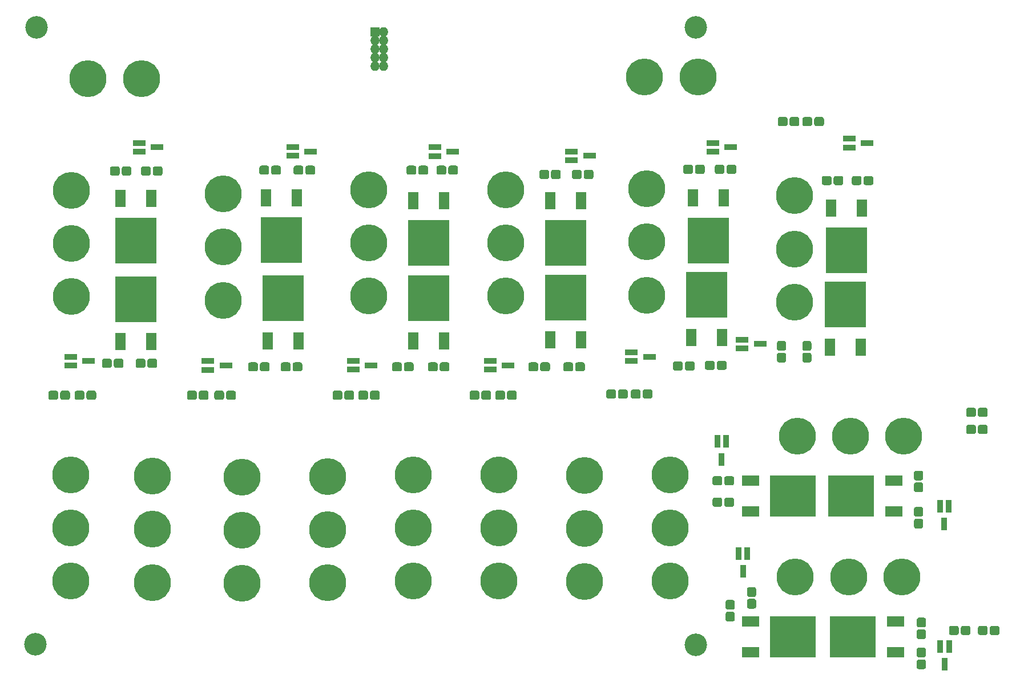
<source format=gbr>
G04 #@! TF.GenerationSoftware,KiCad,Pcbnew,(5.0.0)*
G04 #@! TF.CreationDate,2019-12-11T16:29:05-06:00*
G04 #@! TF.ProjectId,PatchPanel,506174636850616E656C2E6B69636164,rev?*
G04 #@! TF.SameCoordinates,Original*
G04 #@! TF.FileFunction,Soldermask,Top*
G04 #@! TF.FilePolarity,Negative*
%FSLAX46Y46*%
G04 Gerber Fmt 4.6, Leading zero omitted, Abs format (unit mm)*
G04 Created by KiCad (PCBNEW (5.0.0)) date 12/11/19 16:29:05*
%MOMM*%
%LPD*%
G01*
G04 APERTURE LIST*
%ADD10C,3.346400*%
%ADD11C,5.480000*%
%ADD12R,1.600000X2.600000*%
%ADD13R,6.200000X6.800000*%
%ADD14R,1.900000X0.850000*%
%ADD15R,2.600000X1.600000*%
%ADD16R,6.800000X6.200000*%
%ADD17R,0.850000X1.900000*%
%ADD18C,0.100000*%
%ADD19C,1.350000*%
%ADD20R,1.400000X1.400000*%
%ADD21O,1.400000X1.400000*%
G04 APERTURE END LIST*
D10*
G04 #@! TO.C,REF\002A\002A*
X144780000Y-50800000D03*
G04 #@! TD*
G04 #@! TO.C,REF\002A\002A*
X46837600Y-142367000D03*
G04 #@! TD*
G04 #@! TO.C,REF\002A\002A*
X144780000Y-142494000D03*
G04 #@! TD*
G04 #@! TO.C,REF\002A\002A*
X46990000Y-50800000D03*
G04 #@! TD*
D11*
G04 #@! TO.C,Conn2*
X159511782Y-132416060D03*
X167411782Y-132416060D03*
X175311782Y-132416060D03*
G04 #@! TD*
G04 #@! TO.C,Conn3*
X74631060Y-75513218D03*
X74631060Y-83413218D03*
X74631060Y-91313218D03*
G04 #@! TD*
G04 #@! TO.C,Conn4*
X159791782Y-111461060D03*
X167691782Y-111461060D03*
X175591782Y-111461060D03*
G04 #@! TD*
G04 #@! TO.C,Conn5*
X96221060Y-74878218D03*
X96221060Y-82778218D03*
X96221060Y-90678218D03*
G04 #@! TD*
G04 #@! TO.C,Conn6*
X159385000Y-91585744D03*
X159385000Y-83685744D03*
X159385000Y-75785744D03*
G04 #@! TD*
G04 #@! TO.C,Conn7*
X116541060Y-74878218D03*
X116541060Y-82778218D03*
X116541060Y-90678218D03*
G04 #@! TD*
G04 #@! TO.C,Conn8*
X137496060Y-90551218D03*
X137496060Y-82651218D03*
X137496060Y-74751218D03*
G04 #@! TD*
G04 #@! TO.C,Conn10*
X77470000Y-133350000D03*
X77470000Y-125450000D03*
X77470000Y-117550000D03*
G04 #@! TD*
G04 #@! TO.C,Conn11*
X140970000Y-117221000D03*
X140970000Y-125121000D03*
X140970000Y-133021000D03*
G04 #@! TD*
G04 #@! TO.C,Conn12*
X90170000Y-117475000D03*
X90170000Y-125375000D03*
X90170000Y-133275000D03*
G04 #@! TD*
G04 #@! TO.C,Conn13*
X102870000Y-133021000D03*
X102870000Y-125121000D03*
X102870000Y-117221000D03*
G04 #@! TD*
G04 #@! TO.C,Conn14*
X115570000Y-133021000D03*
X115570000Y-125121000D03*
X115570000Y-117221000D03*
G04 #@! TD*
G04 #@! TO.C,Conn15*
X52070000Y-117221000D03*
X52070000Y-125121000D03*
X52070000Y-133021000D03*
G04 #@! TD*
G04 #@! TO.C,Conn16*
X128270000Y-133083000D03*
X128270000Y-125183000D03*
X128270000Y-117283000D03*
G04 #@! TD*
D12*
G04 #@! TO.C,Q1*
X59408180Y-97434654D03*
X63968180Y-97434654D03*
D13*
X61688180Y-91134654D03*
G04 #@! TD*
G04 #@! TO.C,Q2*
X61688180Y-82439654D03*
D12*
X59408180Y-76139654D03*
X63968180Y-76139654D03*
G04 #@! TD*
D14*
G04 #@! TO.C,Q3*
X54670000Y-100330000D03*
X52010000Y-100980000D03*
X52010000Y-99680000D03*
G04 #@! TD*
G04 #@! TO.C,Q4*
X62170000Y-67930000D03*
X62170000Y-69230000D03*
X64830000Y-68580000D03*
G04 #@! TD*
D15*
G04 #@! TO.C,Q5*
X152856782Y-139026060D03*
X152856782Y-143586060D03*
D16*
X159156782Y-141306060D03*
G04 #@! TD*
G04 #@! TO.C,Q6*
X168046782Y-141306060D03*
D15*
X174346782Y-139026060D03*
X174346782Y-143586060D03*
G04 #@! TD*
D17*
G04 #@! TO.C,Q7*
X151750000Y-131565000D03*
X151100000Y-128905000D03*
X152400000Y-128905000D03*
G04 #@! TD*
G04 #@! TO.C,Q8*
X182333940Y-142696060D03*
X181033940Y-142696060D03*
X181683940Y-145356060D03*
G04 #@! TD*
D12*
G04 #@! TO.C,Q9*
X81241060Y-97333218D03*
X85801060Y-97333218D03*
D13*
X83521060Y-91033218D03*
G04 #@! TD*
G04 #@! TO.C,Q10*
X83266060Y-82373218D03*
D12*
X80986060Y-76073218D03*
X85546060Y-76073218D03*
G04 #@! TD*
D14*
G04 #@! TO.C,Q11*
X75050000Y-100980000D03*
X72390000Y-101630000D03*
X72390000Y-100330000D03*
G04 #@! TD*
G04 #@! TO.C,Q12*
X84970000Y-68565000D03*
X84970000Y-69865000D03*
X87630000Y-69215000D03*
G04 #@! TD*
D15*
G04 #@! TO.C,Q13*
X152856782Y-118071060D03*
X152856782Y-122631060D03*
D16*
X159156782Y-120351060D03*
G04 #@! TD*
G04 #@! TO.C,Q14*
X167816782Y-120351060D03*
D15*
X174116782Y-118071060D03*
X174116782Y-122631060D03*
G04 #@! TD*
D17*
G04 #@! TO.C,Q15*
X149240000Y-112275000D03*
X147940000Y-112275000D03*
X148590000Y-114935000D03*
G04 #@! TD*
G04 #@! TO.C,Q16*
X181610000Y-124520000D03*
X180960000Y-121860000D03*
X182260000Y-121860000D03*
G04 #@! TD*
D12*
G04 #@! TO.C,Q17*
X102831060Y-97333218D03*
X107391060Y-97333218D03*
D13*
X105111060Y-91033218D03*
G04 #@! TD*
D12*
G04 #@! TO.C,Q18*
X107391060Y-76478218D03*
X102831060Y-76478218D03*
D13*
X105111060Y-82778218D03*
G04 #@! TD*
D14*
G04 #@! TO.C,Q19*
X93920000Y-100315000D03*
X93920000Y-101615000D03*
X96580000Y-100965000D03*
G04 #@! TD*
G04 #@! TO.C,Q20*
X108705000Y-69230000D03*
X106045000Y-69880000D03*
X106045000Y-68580000D03*
G04 #@! TD*
D13*
G04 #@! TO.C,Q21*
X166961060Y-91940744D03*
D12*
X169241060Y-98240744D03*
X164681060Y-98240744D03*
G04 #@! TD*
D13*
G04 #@! TO.C,Q22*
X167086060Y-83915744D03*
D12*
X164806060Y-77615744D03*
X169366060Y-77615744D03*
G04 #@! TD*
D14*
G04 #@! TO.C,Q23*
X151645000Y-97140000D03*
X151645000Y-98440000D03*
X154305000Y-97790000D03*
G04 #@! TD*
G04 #@! TO.C,Q24*
X170180000Y-67960000D03*
X167520000Y-68610000D03*
X167520000Y-67310000D03*
G04 #@! TD*
D12*
G04 #@! TO.C,Q25*
X123151060Y-97206218D03*
X127711060Y-97206218D03*
D13*
X125431060Y-90906218D03*
G04 #@! TD*
D12*
G04 #@! TO.C,Q26*
X127711060Y-76478218D03*
X123151060Y-76478218D03*
D13*
X125431060Y-82778218D03*
G04 #@! TD*
D14*
G04 #@! TO.C,Q27*
X114240000Y-100315000D03*
X114240000Y-101615000D03*
X116900000Y-100965000D03*
G04 #@! TD*
G04 #@! TO.C,Q28*
X128965000Y-69850000D03*
X126305000Y-70500000D03*
X126305000Y-69200000D03*
G04 #@! TD*
D13*
G04 #@! TO.C,Q29*
X146386060Y-90501218D03*
D12*
X148666060Y-96801218D03*
X144106060Y-96801218D03*
G04 #@! TD*
D13*
G04 #@! TO.C,Q30*
X146641060Y-82421218D03*
D12*
X144361060Y-76121218D03*
X148921060Y-76121218D03*
G04 #@! TD*
D14*
G04 #@! TO.C,Q31*
X135195000Y-99045000D03*
X135195000Y-100345000D03*
X137855000Y-99695000D03*
G04 #@! TD*
G04 #@! TO.C,Q32*
X149920000Y-68580000D03*
X147260000Y-69230000D03*
X147260000Y-67930000D03*
G04 #@! TD*
D18*
G04 #@! TO.C,R1*
G36*
X64555581Y-99986279D02*
X64588343Y-99991139D01*
X64620471Y-99999187D01*
X64651656Y-100010345D01*
X64681596Y-100024506D01*
X64710005Y-100041533D01*
X64736608Y-100061263D01*
X64761149Y-100083505D01*
X64783391Y-100108046D01*
X64803121Y-100134649D01*
X64820148Y-100163058D01*
X64834309Y-100192998D01*
X64845467Y-100224183D01*
X64853515Y-100256311D01*
X64858375Y-100289073D01*
X64860000Y-100322154D01*
X64860000Y-100997154D01*
X64858375Y-101030235D01*
X64853515Y-101062997D01*
X64845467Y-101095125D01*
X64834309Y-101126310D01*
X64820148Y-101156250D01*
X64803121Y-101184659D01*
X64783391Y-101211262D01*
X64761149Y-101235803D01*
X64736608Y-101258045D01*
X64710005Y-101277775D01*
X64681596Y-101294802D01*
X64651656Y-101308963D01*
X64620471Y-101320121D01*
X64588343Y-101328169D01*
X64555581Y-101333029D01*
X64522500Y-101334654D01*
X63747500Y-101334654D01*
X63714419Y-101333029D01*
X63681657Y-101328169D01*
X63649529Y-101320121D01*
X63618344Y-101308963D01*
X63588404Y-101294802D01*
X63559995Y-101277775D01*
X63533392Y-101258045D01*
X63508851Y-101235803D01*
X63486609Y-101211262D01*
X63466879Y-101184659D01*
X63449852Y-101156250D01*
X63435691Y-101126310D01*
X63424533Y-101095125D01*
X63416485Y-101062997D01*
X63411625Y-101030235D01*
X63410000Y-100997154D01*
X63410000Y-100322154D01*
X63411625Y-100289073D01*
X63416485Y-100256311D01*
X63424533Y-100224183D01*
X63435691Y-100192998D01*
X63449852Y-100163058D01*
X63466879Y-100134649D01*
X63486609Y-100108046D01*
X63508851Y-100083505D01*
X63533392Y-100061263D01*
X63559995Y-100041533D01*
X63588404Y-100024506D01*
X63618344Y-100010345D01*
X63649529Y-99999187D01*
X63681657Y-99991139D01*
X63714419Y-99986279D01*
X63747500Y-99984654D01*
X64522500Y-99984654D01*
X64555581Y-99986279D01*
X64555581Y-99986279D01*
G37*
D19*
X64135000Y-100659654D03*
D18*
G36*
X62805581Y-99986279D02*
X62838343Y-99991139D01*
X62870471Y-99999187D01*
X62901656Y-100010345D01*
X62931596Y-100024506D01*
X62960005Y-100041533D01*
X62986608Y-100061263D01*
X63011149Y-100083505D01*
X63033391Y-100108046D01*
X63053121Y-100134649D01*
X63070148Y-100163058D01*
X63084309Y-100192998D01*
X63095467Y-100224183D01*
X63103515Y-100256311D01*
X63108375Y-100289073D01*
X63110000Y-100322154D01*
X63110000Y-100997154D01*
X63108375Y-101030235D01*
X63103515Y-101062997D01*
X63095467Y-101095125D01*
X63084309Y-101126310D01*
X63070148Y-101156250D01*
X63053121Y-101184659D01*
X63033391Y-101211262D01*
X63011149Y-101235803D01*
X62986608Y-101258045D01*
X62960005Y-101277775D01*
X62931596Y-101294802D01*
X62901656Y-101308963D01*
X62870471Y-101320121D01*
X62838343Y-101328169D01*
X62805581Y-101333029D01*
X62772500Y-101334654D01*
X61997500Y-101334654D01*
X61964419Y-101333029D01*
X61931657Y-101328169D01*
X61899529Y-101320121D01*
X61868344Y-101308963D01*
X61838404Y-101294802D01*
X61809995Y-101277775D01*
X61783392Y-101258045D01*
X61758851Y-101235803D01*
X61736609Y-101211262D01*
X61716879Y-101184659D01*
X61699852Y-101156250D01*
X61685691Y-101126310D01*
X61674533Y-101095125D01*
X61666485Y-101062997D01*
X61661625Y-101030235D01*
X61660000Y-100997154D01*
X61660000Y-100322154D01*
X61661625Y-100289073D01*
X61666485Y-100256311D01*
X61674533Y-100224183D01*
X61685691Y-100192998D01*
X61699852Y-100163058D01*
X61716879Y-100134649D01*
X61736609Y-100108046D01*
X61758851Y-100083505D01*
X61783392Y-100061263D01*
X61809995Y-100041533D01*
X61838404Y-100024506D01*
X61868344Y-100010345D01*
X61899529Y-99999187D01*
X61931657Y-99991139D01*
X61964419Y-99986279D01*
X61997500Y-99984654D01*
X62772500Y-99984654D01*
X62805581Y-99986279D01*
X62805581Y-99986279D01*
G37*
D19*
X62385000Y-100659654D03*
G04 #@! TD*
D18*
G04 #@! TO.C,R2*
G36*
X60743761Y-71426279D02*
X60776523Y-71431139D01*
X60808651Y-71439187D01*
X60839836Y-71450345D01*
X60869776Y-71464506D01*
X60898185Y-71481533D01*
X60924788Y-71501263D01*
X60949329Y-71523505D01*
X60971571Y-71548046D01*
X60991301Y-71574649D01*
X61008328Y-71603058D01*
X61022489Y-71632998D01*
X61033647Y-71664183D01*
X61041695Y-71696311D01*
X61046555Y-71729073D01*
X61048180Y-71762154D01*
X61048180Y-72437154D01*
X61046555Y-72470235D01*
X61041695Y-72502997D01*
X61033647Y-72535125D01*
X61022489Y-72566310D01*
X61008328Y-72596250D01*
X60991301Y-72624659D01*
X60971571Y-72651262D01*
X60949329Y-72675803D01*
X60924788Y-72698045D01*
X60898185Y-72717775D01*
X60869776Y-72734802D01*
X60839836Y-72748963D01*
X60808651Y-72760121D01*
X60776523Y-72768169D01*
X60743761Y-72773029D01*
X60710680Y-72774654D01*
X59935680Y-72774654D01*
X59902599Y-72773029D01*
X59869837Y-72768169D01*
X59837709Y-72760121D01*
X59806524Y-72748963D01*
X59776584Y-72734802D01*
X59748175Y-72717775D01*
X59721572Y-72698045D01*
X59697031Y-72675803D01*
X59674789Y-72651262D01*
X59655059Y-72624659D01*
X59638032Y-72596250D01*
X59623871Y-72566310D01*
X59612713Y-72535125D01*
X59604665Y-72502997D01*
X59599805Y-72470235D01*
X59598180Y-72437154D01*
X59598180Y-71762154D01*
X59599805Y-71729073D01*
X59604665Y-71696311D01*
X59612713Y-71664183D01*
X59623871Y-71632998D01*
X59638032Y-71603058D01*
X59655059Y-71574649D01*
X59674789Y-71548046D01*
X59697031Y-71523505D01*
X59721572Y-71501263D01*
X59748175Y-71481533D01*
X59776584Y-71464506D01*
X59806524Y-71450345D01*
X59837709Y-71439187D01*
X59869837Y-71431139D01*
X59902599Y-71426279D01*
X59935680Y-71424654D01*
X60710680Y-71424654D01*
X60743761Y-71426279D01*
X60743761Y-71426279D01*
G37*
D19*
X60323180Y-72099654D03*
D18*
G36*
X58993761Y-71426279D02*
X59026523Y-71431139D01*
X59058651Y-71439187D01*
X59089836Y-71450345D01*
X59119776Y-71464506D01*
X59148185Y-71481533D01*
X59174788Y-71501263D01*
X59199329Y-71523505D01*
X59221571Y-71548046D01*
X59241301Y-71574649D01*
X59258328Y-71603058D01*
X59272489Y-71632998D01*
X59283647Y-71664183D01*
X59291695Y-71696311D01*
X59296555Y-71729073D01*
X59298180Y-71762154D01*
X59298180Y-72437154D01*
X59296555Y-72470235D01*
X59291695Y-72502997D01*
X59283647Y-72535125D01*
X59272489Y-72566310D01*
X59258328Y-72596250D01*
X59241301Y-72624659D01*
X59221571Y-72651262D01*
X59199329Y-72675803D01*
X59174788Y-72698045D01*
X59148185Y-72717775D01*
X59119776Y-72734802D01*
X59089836Y-72748963D01*
X59058651Y-72760121D01*
X59026523Y-72768169D01*
X58993761Y-72773029D01*
X58960680Y-72774654D01*
X58185680Y-72774654D01*
X58152599Y-72773029D01*
X58119837Y-72768169D01*
X58087709Y-72760121D01*
X58056524Y-72748963D01*
X58026584Y-72734802D01*
X57998175Y-72717775D01*
X57971572Y-72698045D01*
X57947031Y-72675803D01*
X57924789Y-72651262D01*
X57905059Y-72624659D01*
X57888032Y-72596250D01*
X57873871Y-72566310D01*
X57862713Y-72535125D01*
X57854665Y-72502997D01*
X57849805Y-72470235D01*
X57848180Y-72437154D01*
X57848180Y-71762154D01*
X57849805Y-71729073D01*
X57854665Y-71696311D01*
X57862713Y-71664183D01*
X57873871Y-71632998D01*
X57888032Y-71603058D01*
X57905059Y-71574649D01*
X57924789Y-71548046D01*
X57947031Y-71523505D01*
X57971572Y-71501263D01*
X57998175Y-71481533D01*
X58026584Y-71464506D01*
X58056524Y-71450345D01*
X58087709Y-71439187D01*
X58119837Y-71431139D01*
X58152599Y-71426279D01*
X58185680Y-71424654D01*
X58960680Y-71424654D01*
X58993761Y-71426279D01*
X58993761Y-71426279D01*
G37*
D19*
X58573180Y-72099654D03*
G04 #@! TD*
D18*
G04 #@! TO.C,R3*
G36*
X57818761Y-99986279D02*
X57851523Y-99991139D01*
X57883651Y-99999187D01*
X57914836Y-100010345D01*
X57944776Y-100024506D01*
X57973185Y-100041533D01*
X57999788Y-100061263D01*
X58024329Y-100083505D01*
X58046571Y-100108046D01*
X58066301Y-100134649D01*
X58083328Y-100163058D01*
X58097489Y-100192998D01*
X58108647Y-100224183D01*
X58116695Y-100256311D01*
X58121555Y-100289073D01*
X58123180Y-100322154D01*
X58123180Y-100997154D01*
X58121555Y-101030235D01*
X58116695Y-101062997D01*
X58108647Y-101095125D01*
X58097489Y-101126310D01*
X58083328Y-101156250D01*
X58066301Y-101184659D01*
X58046571Y-101211262D01*
X58024329Y-101235803D01*
X57999788Y-101258045D01*
X57973185Y-101277775D01*
X57944776Y-101294802D01*
X57914836Y-101308963D01*
X57883651Y-101320121D01*
X57851523Y-101328169D01*
X57818761Y-101333029D01*
X57785680Y-101334654D01*
X57010680Y-101334654D01*
X56977599Y-101333029D01*
X56944837Y-101328169D01*
X56912709Y-101320121D01*
X56881524Y-101308963D01*
X56851584Y-101294802D01*
X56823175Y-101277775D01*
X56796572Y-101258045D01*
X56772031Y-101235803D01*
X56749789Y-101211262D01*
X56730059Y-101184659D01*
X56713032Y-101156250D01*
X56698871Y-101126310D01*
X56687713Y-101095125D01*
X56679665Y-101062997D01*
X56674805Y-101030235D01*
X56673180Y-100997154D01*
X56673180Y-100322154D01*
X56674805Y-100289073D01*
X56679665Y-100256311D01*
X56687713Y-100224183D01*
X56698871Y-100192998D01*
X56713032Y-100163058D01*
X56730059Y-100134649D01*
X56749789Y-100108046D01*
X56772031Y-100083505D01*
X56796572Y-100061263D01*
X56823175Y-100041533D01*
X56851584Y-100024506D01*
X56881524Y-100010345D01*
X56912709Y-99999187D01*
X56944837Y-99991139D01*
X56977599Y-99986279D01*
X57010680Y-99984654D01*
X57785680Y-99984654D01*
X57818761Y-99986279D01*
X57818761Y-99986279D01*
G37*
D19*
X57398180Y-100659654D03*
D18*
G36*
X59568761Y-99986279D02*
X59601523Y-99991139D01*
X59633651Y-99999187D01*
X59664836Y-100010345D01*
X59694776Y-100024506D01*
X59723185Y-100041533D01*
X59749788Y-100061263D01*
X59774329Y-100083505D01*
X59796571Y-100108046D01*
X59816301Y-100134649D01*
X59833328Y-100163058D01*
X59847489Y-100192998D01*
X59858647Y-100224183D01*
X59866695Y-100256311D01*
X59871555Y-100289073D01*
X59873180Y-100322154D01*
X59873180Y-100997154D01*
X59871555Y-101030235D01*
X59866695Y-101062997D01*
X59858647Y-101095125D01*
X59847489Y-101126310D01*
X59833328Y-101156250D01*
X59816301Y-101184659D01*
X59796571Y-101211262D01*
X59774329Y-101235803D01*
X59749788Y-101258045D01*
X59723185Y-101277775D01*
X59694776Y-101294802D01*
X59664836Y-101308963D01*
X59633651Y-101320121D01*
X59601523Y-101328169D01*
X59568761Y-101333029D01*
X59535680Y-101334654D01*
X58760680Y-101334654D01*
X58727599Y-101333029D01*
X58694837Y-101328169D01*
X58662709Y-101320121D01*
X58631524Y-101308963D01*
X58601584Y-101294802D01*
X58573175Y-101277775D01*
X58546572Y-101258045D01*
X58522031Y-101235803D01*
X58499789Y-101211262D01*
X58480059Y-101184659D01*
X58463032Y-101156250D01*
X58448871Y-101126310D01*
X58437713Y-101095125D01*
X58429665Y-101062997D01*
X58424805Y-101030235D01*
X58423180Y-100997154D01*
X58423180Y-100322154D01*
X58424805Y-100289073D01*
X58429665Y-100256311D01*
X58437713Y-100224183D01*
X58448871Y-100192998D01*
X58463032Y-100163058D01*
X58480059Y-100134649D01*
X58499789Y-100108046D01*
X58522031Y-100083505D01*
X58546572Y-100061263D01*
X58573175Y-100041533D01*
X58601584Y-100024506D01*
X58631524Y-100010345D01*
X58662709Y-99999187D01*
X58694837Y-99991139D01*
X58727599Y-99986279D01*
X58760680Y-99984654D01*
X59535680Y-99984654D01*
X59568761Y-99986279D01*
X59568761Y-99986279D01*
G37*
D19*
X59148180Y-100659654D03*
G04 #@! TD*
D18*
G04 #@! TO.C,R4*
G36*
X63593761Y-71426279D02*
X63626523Y-71431139D01*
X63658651Y-71439187D01*
X63689836Y-71450345D01*
X63719776Y-71464506D01*
X63748185Y-71481533D01*
X63774788Y-71501263D01*
X63799329Y-71523505D01*
X63821571Y-71548046D01*
X63841301Y-71574649D01*
X63858328Y-71603058D01*
X63872489Y-71632998D01*
X63883647Y-71664183D01*
X63891695Y-71696311D01*
X63896555Y-71729073D01*
X63898180Y-71762154D01*
X63898180Y-72437154D01*
X63896555Y-72470235D01*
X63891695Y-72502997D01*
X63883647Y-72535125D01*
X63872489Y-72566310D01*
X63858328Y-72596250D01*
X63841301Y-72624659D01*
X63821571Y-72651262D01*
X63799329Y-72675803D01*
X63774788Y-72698045D01*
X63748185Y-72717775D01*
X63719776Y-72734802D01*
X63689836Y-72748963D01*
X63658651Y-72760121D01*
X63626523Y-72768169D01*
X63593761Y-72773029D01*
X63560680Y-72774654D01*
X62785680Y-72774654D01*
X62752599Y-72773029D01*
X62719837Y-72768169D01*
X62687709Y-72760121D01*
X62656524Y-72748963D01*
X62626584Y-72734802D01*
X62598175Y-72717775D01*
X62571572Y-72698045D01*
X62547031Y-72675803D01*
X62524789Y-72651262D01*
X62505059Y-72624659D01*
X62488032Y-72596250D01*
X62473871Y-72566310D01*
X62462713Y-72535125D01*
X62454665Y-72502997D01*
X62449805Y-72470235D01*
X62448180Y-72437154D01*
X62448180Y-71762154D01*
X62449805Y-71729073D01*
X62454665Y-71696311D01*
X62462713Y-71664183D01*
X62473871Y-71632998D01*
X62488032Y-71603058D01*
X62505059Y-71574649D01*
X62524789Y-71548046D01*
X62547031Y-71523505D01*
X62571572Y-71501263D01*
X62598175Y-71481533D01*
X62626584Y-71464506D01*
X62656524Y-71450345D01*
X62687709Y-71439187D01*
X62719837Y-71431139D01*
X62752599Y-71426279D01*
X62785680Y-71424654D01*
X63560680Y-71424654D01*
X63593761Y-71426279D01*
X63593761Y-71426279D01*
G37*
D19*
X63173180Y-72099654D03*
D18*
G36*
X65343761Y-71426279D02*
X65376523Y-71431139D01*
X65408651Y-71439187D01*
X65439836Y-71450345D01*
X65469776Y-71464506D01*
X65498185Y-71481533D01*
X65524788Y-71501263D01*
X65549329Y-71523505D01*
X65571571Y-71548046D01*
X65591301Y-71574649D01*
X65608328Y-71603058D01*
X65622489Y-71632998D01*
X65633647Y-71664183D01*
X65641695Y-71696311D01*
X65646555Y-71729073D01*
X65648180Y-71762154D01*
X65648180Y-72437154D01*
X65646555Y-72470235D01*
X65641695Y-72502997D01*
X65633647Y-72535125D01*
X65622489Y-72566310D01*
X65608328Y-72596250D01*
X65591301Y-72624659D01*
X65571571Y-72651262D01*
X65549329Y-72675803D01*
X65524788Y-72698045D01*
X65498185Y-72717775D01*
X65469776Y-72734802D01*
X65439836Y-72748963D01*
X65408651Y-72760121D01*
X65376523Y-72768169D01*
X65343761Y-72773029D01*
X65310680Y-72774654D01*
X64535680Y-72774654D01*
X64502599Y-72773029D01*
X64469837Y-72768169D01*
X64437709Y-72760121D01*
X64406524Y-72748963D01*
X64376584Y-72734802D01*
X64348175Y-72717775D01*
X64321572Y-72698045D01*
X64297031Y-72675803D01*
X64274789Y-72651262D01*
X64255059Y-72624659D01*
X64238032Y-72596250D01*
X64223871Y-72566310D01*
X64212713Y-72535125D01*
X64204665Y-72502997D01*
X64199805Y-72470235D01*
X64198180Y-72437154D01*
X64198180Y-71762154D01*
X64199805Y-71729073D01*
X64204665Y-71696311D01*
X64212713Y-71664183D01*
X64223871Y-71632998D01*
X64238032Y-71603058D01*
X64255059Y-71574649D01*
X64274789Y-71548046D01*
X64297031Y-71523505D01*
X64321572Y-71501263D01*
X64348175Y-71481533D01*
X64376584Y-71464506D01*
X64406524Y-71450345D01*
X64437709Y-71439187D01*
X64469837Y-71431139D01*
X64502599Y-71426279D01*
X64535680Y-71424654D01*
X65310680Y-71424654D01*
X65343761Y-71426279D01*
X65343761Y-71426279D01*
G37*
D19*
X64923180Y-72099654D03*
G04 #@! TD*
D18*
G04 #@! TO.C,R5*
G36*
X150230581Y-137551625D02*
X150263343Y-137556485D01*
X150295471Y-137564533D01*
X150326656Y-137575691D01*
X150356596Y-137589852D01*
X150385005Y-137606879D01*
X150411608Y-137626609D01*
X150436149Y-137648851D01*
X150458391Y-137673392D01*
X150478121Y-137699995D01*
X150495148Y-137728404D01*
X150509309Y-137758344D01*
X150520467Y-137789529D01*
X150528515Y-137821657D01*
X150533375Y-137854419D01*
X150535000Y-137887500D01*
X150535000Y-138662500D01*
X150533375Y-138695581D01*
X150528515Y-138728343D01*
X150520467Y-138760471D01*
X150509309Y-138791656D01*
X150495148Y-138821596D01*
X150478121Y-138850005D01*
X150458391Y-138876608D01*
X150436149Y-138901149D01*
X150411608Y-138923391D01*
X150385005Y-138943121D01*
X150356596Y-138960148D01*
X150326656Y-138974309D01*
X150295471Y-138985467D01*
X150263343Y-138993515D01*
X150230581Y-138998375D01*
X150197500Y-139000000D01*
X149522500Y-139000000D01*
X149489419Y-138998375D01*
X149456657Y-138993515D01*
X149424529Y-138985467D01*
X149393344Y-138974309D01*
X149363404Y-138960148D01*
X149334995Y-138943121D01*
X149308392Y-138923391D01*
X149283851Y-138901149D01*
X149261609Y-138876608D01*
X149241879Y-138850005D01*
X149224852Y-138821596D01*
X149210691Y-138791656D01*
X149199533Y-138760471D01*
X149191485Y-138728343D01*
X149186625Y-138695581D01*
X149185000Y-138662500D01*
X149185000Y-137887500D01*
X149186625Y-137854419D01*
X149191485Y-137821657D01*
X149199533Y-137789529D01*
X149210691Y-137758344D01*
X149224852Y-137728404D01*
X149241879Y-137699995D01*
X149261609Y-137673392D01*
X149283851Y-137648851D01*
X149308392Y-137626609D01*
X149334995Y-137606879D01*
X149363404Y-137589852D01*
X149393344Y-137575691D01*
X149424529Y-137564533D01*
X149456657Y-137556485D01*
X149489419Y-137551625D01*
X149522500Y-137550000D01*
X150197500Y-137550000D01*
X150230581Y-137551625D01*
X150230581Y-137551625D01*
G37*
D19*
X149860000Y-138275000D03*
D18*
G36*
X150230581Y-135801625D02*
X150263343Y-135806485D01*
X150295471Y-135814533D01*
X150326656Y-135825691D01*
X150356596Y-135839852D01*
X150385005Y-135856879D01*
X150411608Y-135876609D01*
X150436149Y-135898851D01*
X150458391Y-135923392D01*
X150478121Y-135949995D01*
X150495148Y-135978404D01*
X150509309Y-136008344D01*
X150520467Y-136039529D01*
X150528515Y-136071657D01*
X150533375Y-136104419D01*
X150535000Y-136137500D01*
X150535000Y-136912500D01*
X150533375Y-136945581D01*
X150528515Y-136978343D01*
X150520467Y-137010471D01*
X150509309Y-137041656D01*
X150495148Y-137071596D01*
X150478121Y-137100005D01*
X150458391Y-137126608D01*
X150436149Y-137151149D01*
X150411608Y-137173391D01*
X150385005Y-137193121D01*
X150356596Y-137210148D01*
X150326656Y-137224309D01*
X150295471Y-137235467D01*
X150263343Y-137243515D01*
X150230581Y-137248375D01*
X150197500Y-137250000D01*
X149522500Y-137250000D01*
X149489419Y-137248375D01*
X149456657Y-137243515D01*
X149424529Y-137235467D01*
X149393344Y-137224309D01*
X149363404Y-137210148D01*
X149334995Y-137193121D01*
X149308392Y-137173391D01*
X149283851Y-137151149D01*
X149261609Y-137126608D01*
X149241879Y-137100005D01*
X149224852Y-137071596D01*
X149210691Y-137041656D01*
X149199533Y-137010471D01*
X149191485Y-136978343D01*
X149186625Y-136945581D01*
X149185000Y-136912500D01*
X149185000Y-136137500D01*
X149186625Y-136104419D01*
X149191485Y-136071657D01*
X149199533Y-136039529D01*
X149210691Y-136008344D01*
X149224852Y-135978404D01*
X149241879Y-135949995D01*
X149261609Y-135923392D01*
X149283851Y-135898851D01*
X149308392Y-135876609D01*
X149334995Y-135856879D01*
X149363404Y-135839852D01*
X149393344Y-135825691D01*
X149424529Y-135814533D01*
X149456657Y-135806485D01*
X149489419Y-135801625D01*
X149522500Y-135800000D01*
X150197500Y-135800000D01*
X150230581Y-135801625D01*
X150230581Y-135801625D01*
G37*
D19*
X149860000Y-136525000D03*
G04 #@! TD*
D18*
G04 #@! TO.C,R6*
G36*
X178577363Y-140187685D02*
X178610125Y-140192545D01*
X178642253Y-140200593D01*
X178673438Y-140211751D01*
X178703378Y-140225912D01*
X178731787Y-140242939D01*
X178758390Y-140262669D01*
X178782931Y-140284911D01*
X178805173Y-140309452D01*
X178824903Y-140336055D01*
X178841930Y-140364464D01*
X178856091Y-140394404D01*
X178867249Y-140425589D01*
X178875297Y-140457717D01*
X178880157Y-140490479D01*
X178881782Y-140523560D01*
X178881782Y-141298560D01*
X178880157Y-141331641D01*
X178875297Y-141364403D01*
X178867249Y-141396531D01*
X178856091Y-141427716D01*
X178841930Y-141457656D01*
X178824903Y-141486065D01*
X178805173Y-141512668D01*
X178782931Y-141537209D01*
X178758390Y-141559451D01*
X178731787Y-141579181D01*
X178703378Y-141596208D01*
X178673438Y-141610369D01*
X178642253Y-141621527D01*
X178610125Y-141629575D01*
X178577363Y-141634435D01*
X178544282Y-141636060D01*
X177869282Y-141636060D01*
X177836201Y-141634435D01*
X177803439Y-141629575D01*
X177771311Y-141621527D01*
X177740126Y-141610369D01*
X177710186Y-141596208D01*
X177681777Y-141579181D01*
X177655174Y-141559451D01*
X177630633Y-141537209D01*
X177608391Y-141512668D01*
X177588661Y-141486065D01*
X177571634Y-141457656D01*
X177557473Y-141427716D01*
X177546315Y-141396531D01*
X177538267Y-141364403D01*
X177533407Y-141331641D01*
X177531782Y-141298560D01*
X177531782Y-140523560D01*
X177533407Y-140490479D01*
X177538267Y-140457717D01*
X177546315Y-140425589D01*
X177557473Y-140394404D01*
X177571634Y-140364464D01*
X177588661Y-140336055D01*
X177608391Y-140309452D01*
X177630633Y-140284911D01*
X177655174Y-140262669D01*
X177681777Y-140242939D01*
X177710186Y-140225912D01*
X177740126Y-140211751D01*
X177771311Y-140200593D01*
X177803439Y-140192545D01*
X177836201Y-140187685D01*
X177869282Y-140186060D01*
X178544282Y-140186060D01*
X178577363Y-140187685D01*
X178577363Y-140187685D01*
G37*
D19*
X178206782Y-140911060D03*
D18*
G36*
X178577363Y-138437685D02*
X178610125Y-138442545D01*
X178642253Y-138450593D01*
X178673438Y-138461751D01*
X178703378Y-138475912D01*
X178731787Y-138492939D01*
X178758390Y-138512669D01*
X178782931Y-138534911D01*
X178805173Y-138559452D01*
X178824903Y-138586055D01*
X178841930Y-138614464D01*
X178856091Y-138644404D01*
X178867249Y-138675589D01*
X178875297Y-138707717D01*
X178880157Y-138740479D01*
X178881782Y-138773560D01*
X178881782Y-139548560D01*
X178880157Y-139581641D01*
X178875297Y-139614403D01*
X178867249Y-139646531D01*
X178856091Y-139677716D01*
X178841930Y-139707656D01*
X178824903Y-139736065D01*
X178805173Y-139762668D01*
X178782931Y-139787209D01*
X178758390Y-139809451D01*
X178731787Y-139829181D01*
X178703378Y-139846208D01*
X178673438Y-139860369D01*
X178642253Y-139871527D01*
X178610125Y-139879575D01*
X178577363Y-139884435D01*
X178544282Y-139886060D01*
X177869282Y-139886060D01*
X177836201Y-139884435D01*
X177803439Y-139879575D01*
X177771311Y-139871527D01*
X177740126Y-139860369D01*
X177710186Y-139846208D01*
X177681777Y-139829181D01*
X177655174Y-139809451D01*
X177630633Y-139787209D01*
X177608391Y-139762668D01*
X177588661Y-139736065D01*
X177571634Y-139707656D01*
X177557473Y-139677716D01*
X177546315Y-139646531D01*
X177538267Y-139614403D01*
X177533407Y-139581641D01*
X177531782Y-139548560D01*
X177531782Y-138773560D01*
X177533407Y-138740479D01*
X177538267Y-138707717D01*
X177546315Y-138675589D01*
X177557473Y-138644404D01*
X177571634Y-138614464D01*
X177588661Y-138586055D01*
X177608391Y-138559452D01*
X177630633Y-138534911D01*
X177655174Y-138512669D01*
X177681777Y-138492939D01*
X177710186Y-138475912D01*
X177740126Y-138461751D01*
X177771311Y-138450593D01*
X177803439Y-138442545D01*
X177836201Y-138437685D01*
X177869282Y-138436060D01*
X178544282Y-138436060D01*
X178577363Y-138437685D01*
X178577363Y-138437685D01*
G37*
D19*
X178206782Y-139161060D03*
G04 #@! TD*
D18*
G04 #@! TO.C,R7*
G36*
X153405581Y-133896625D02*
X153438343Y-133901485D01*
X153470471Y-133909533D01*
X153501656Y-133920691D01*
X153531596Y-133934852D01*
X153560005Y-133951879D01*
X153586608Y-133971609D01*
X153611149Y-133993851D01*
X153633391Y-134018392D01*
X153653121Y-134044995D01*
X153670148Y-134073404D01*
X153684309Y-134103344D01*
X153695467Y-134134529D01*
X153703515Y-134166657D01*
X153708375Y-134199419D01*
X153710000Y-134232500D01*
X153710000Y-135007500D01*
X153708375Y-135040581D01*
X153703515Y-135073343D01*
X153695467Y-135105471D01*
X153684309Y-135136656D01*
X153670148Y-135166596D01*
X153653121Y-135195005D01*
X153633391Y-135221608D01*
X153611149Y-135246149D01*
X153586608Y-135268391D01*
X153560005Y-135288121D01*
X153531596Y-135305148D01*
X153501656Y-135319309D01*
X153470471Y-135330467D01*
X153438343Y-135338515D01*
X153405581Y-135343375D01*
X153372500Y-135345000D01*
X152697500Y-135345000D01*
X152664419Y-135343375D01*
X152631657Y-135338515D01*
X152599529Y-135330467D01*
X152568344Y-135319309D01*
X152538404Y-135305148D01*
X152509995Y-135288121D01*
X152483392Y-135268391D01*
X152458851Y-135246149D01*
X152436609Y-135221608D01*
X152416879Y-135195005D01*
X152399852Y-135166596D01*
X152385691Y-135136656D01*
X152374533Y-135105471D01*
X152366485Y-135073343D01*
X152361625Y-135040581D01*
X152360000Y-135007500D01*
X152360000Y-134232500D01*
X152361625Y-134199419D01*
X152366485Y-134166657D01*
X152374533Y-134134529D01*
X152385691Y-134103344D01*
X152399852Y-134073404D01*
X152416879Y-134044995D01*
X152436609Y-134018392D01*
X152458851Y-133993851D01*
X152483392Y-133971609D01*
X152509995Y-133951879D01*
X152538404Y-133934852D01*
X152568344Y-133920691D01*
X152599529Y-133909533D01*
X152631657Y-133901485D01*
X152664419Y-133896625D01*
X152697500Y-133895000D01*
X153372500Y-133895000D01*
X153405581Y-133896625D01*
X153405581Y-133896625D01*
G37*
D19*
X153035000Y-134620000D03*
D18*
G36*
X153405581Y-135646625D02*
X153438343Y-135651485D01*
X153470471Y-135659533D01*
X153501656Y-135670691D01*
X153531596Y-135684852D01*
X153560005Y-135701879D01*
X153586608Y-135721609D01*
X153611149Y-135743851D01*
X153633391Y-135768392D01*
X153653121Y-135794995D01*
X153670148Y-135823404D01*
X153684309Y-135853344D01*
X153695467Y-135884529D01*
X153703515Y-135916657D01*
X153708375Y-135949419D01*
X153710000Y-135982500D01*
X153710000Y-136757500D01*
X153708375Y-136790581D01*
X153703515Y-136823343D01*
X153695467Y-136855471D01*
X153684309Y-136886656D01*
X153670148Y-136916596D01*
X153653121Y-136945005D01*
X153633391Y-136971608D01*
X153611149Y-136996149D01*
X153586608Y-137018391D01*
X153560005Y-137038121D01*
X153531596Y-137055148D01*
X153501656Y-137069309D01*
X153470471Y-137080467D01*
X153438343Y-137088515D01*
X153405581Y-137093375D01*
X153372500Y-137095000D01*
X152697500Y-137095000D01*
X152664419Y-137093375D01*
X152631657Y-137088515D01*
X152599529Y-137080467D01*
X152568344Y-137069309D01*
X152538404Y-137055148D01*
X152509995Y-137038121D01*
X152483392Y-137018391D01*
X152458851Y-136996149D01*
X152436609Y-136971608D01*
X152416879Y-136945005D01*
X152399852Y-136916596D01*
X152385691Y-136886656D01*
X152374533Y-136855471D01*
X152366485Y-136823343D01*
X152361625Y-136790581D01*
X152360000Y-136757500D01*
X152360000Y-135982500D01*
X152361625Y-135949419D01*
X152366485Y-135916657D01*
X152374533Y-135884529D01*
X152385691Y-135853344D01*
X152399852Y-135823404D01*
X152416879Y-135794995D01*
X152436609Y-135768392D01*
X152458851Y-135743851D01*
X152483392Y-135721609D01*
X152509995Y-135701879D01*
X152538404Y-135684852D01*
X152568344Y-135670691D01*
X152599529Y-135659533D01*
X152631657Y-135651485D01*
X152664419Y-135646625D01*
X152697500Y-135645000D01*
X153372500Y-135645000D01*
X153405581Y-135646625D01*
X153405581Y-135646625D01*
G37*
D19*
X153035000Y-136370000D03*
G04 #@! TD*
D18*
G04 #@! TO.C,R8*
G36*
X178577363Y-142882685D02*
X178610125Y-142887545D01*
X178642253Y-142895593D01*
X178673438Y-142906751D01*
X178703378Y-142920912D01*
X178731787Y-142937939D01*
X178758390Y-142957669D01*
X178782931Y-142979911D01*
X178805173Y-143004452D01*
X178824903Y-143031055D01*
X178841930Y-143059464D01*
X178856091Y-143089404D01*
X178867249Y-143120589D01*
X178875297Y-143152717D01*
X178880157Y-143185479D01*
X178881782Y-143218560D01*
X178881782Y-143993560D01*
X178880157Y-144026641D01*
X178875297Y-144059403D01*
X178867249Y-144091531D01*
X178856091Y-144122716D01*
X178841930Y-144152656D01*
X178824903Y-144181065D01*
X178805173Y-144207668D01*
X178782931Y-144232209D01*
X178758390Y-144254451D01*
X178731787Y-144274181D01*
X178703378Y-144291208D01*
X178673438Y-144305369D01*
X178642253Y-144316527D01*
X178610125Y-144324575D01*
X178577363Y-144329435D01*
X178544282Y-144331060D01*
X177869282Y-144331060D01*
X177836201Y-144329435D01*
X177803439Y-144324575D01*
X177771311Y-144316527D01*
X177740126Y-144305369D01*
X177710186Y-144291208D01*
X177681777Y-144274181D01*
X177655174Y-144254451D01*
X177630633Y-144232209D01*
X177608391Y-144207668D01*
X177588661Y-144181065D01*
X177571634Y-144152656D01*
X177557473Y-144122716D01*
X177546315Y-144091531D01*
X177538267Y-144059403D01*
X177533407Y-144026641D01*
X177531782Y-143993560D01*
X177531782Y-143218560D01*
X177533407Y-143185479D01*
X177538267Y-143152717D01*
X177546315Y-143120589D01*
X177557473Y-143089404D01*
X177571634Y-143059464D01*
X177588661Y-143031055D01*
X177608391Y-143004452D01*
X177630633Y-142979911D01*
X177655174Y-142957669D01*
X177681777Y-142937939D01*
X177710186Y-142920912D01*
X177740126Y-142906751D01*
X177771311Y-142895593D01*
X177803439Y-142887545D01*
X177836201Y-142882685D01*
X177869282Y-142881060D01*
X178544282Y-142881060D01*
X178577363Y-142882685D01*
X178577363Y-142882685D01*
G37*
D19*
X178206782Y-143606060D03*
D18*
G36*
X178577363Y-144632685D02*
X178610125Y-144637545D01*
X178642253Y-144645593D01*
X178673438Y-144656751D01*
X178703378Y-144670912D01*
X178731787Y-144687939D01*
X178758390Y-144707669D01*
X178782931Y-144729911D01*
X178805173Y-144754452D01*
X178824903Y-144781055D01*
X178841930Y-144809464D01*
X178856091Y-144839404D01*
X178867249Y-144870589D01*
X178875297Y-144902717D01*
X178880157Y-144935479D01*
X178881782Y-144968560D01*
X178881782Y-145743560D01*
X178880157Y-145776641D01*
X178875297Y-145809403D01*
X178867249Y-145841531D01*
X178856091Y-145872716D01*
X178841930Y-145902656D01*
X178824903Y-145931065D01*
X178805173Y-145957668D01*
X178782931Y-145982209D01*
X178758390Y-146004451D01*
X178731787Y-146024181D01*
X178703378Y-146041208D01*
X178673438Y-146055369D01*
X178642253Y-146066527D01*
X178610125Y-146074575D01*
X178577363Y-146079435D01*
X178544282Y-146081060D01*
X177869282Y-146081060D01*
X177836201Y-146079435D01*
X177803439Y-146074575D01*
X177771311Y-146066527D01*
X177740126Y-146055369D01*
X177710186Y-146041208D01*
X177681777Y-146024181D01*
X177655174Y-146004451D01*
X177630633Y-145982209D01*
X177608391Y-145957668D01*
X177588661Y-145931065D01*
X177571634Y-145902656D01*
X177557473Y-145872716D01*
X177546315Y-145841531D01*
X177538267Y-145809403D01*
X177533407Y-145776641D01*
X177531782Y-145743560D01*
X177531782Y-144968560D01*
X177533407Y-144935479D01*
X177538267Y-144902717D01*
X177546315Y-144870589D01*
X177557473Y-144839404D01*
X177571634Y-144809464D01*
X177588661Y-144781055D01*
X177608391Y-144754452D01*
X177630633Y-144729911D01*
X177655174Y-144707669D01*
X177681777Y-144687939D01*
X177710186Y-144670912D01*
X177740126Y-144656751D01*
X177771311Y-144645593D01*
X177803439Y-144637545D01*
X177836201Y-144632685D01*
X177869282Y-144631060D01*
X178544282Y-144631060D01*
X178577363Y-144632685D01*
X178577363Y-144632685D01*
G37*
D19*
X178206782Y-145356060D03*
G04 #@! TD*
D18*
G04 #@! TO.C,R9*
G36*
X86086641Y-100519843D02*
X86119403Y-100524703D01*
X86151531Y-100532751D01*
X86182716Y-100543909D01*
X86212656Y-100558070D01*
X86241065Y-100575097D01*
X86267668Y-100594827D01*
X86292209Y-100617069D01*
X86314451Y-100641610D01*
X86334181Y-100668213D01*
X86351208Y-100696622D01*
X86365369Y-100726562D01*
X86376527Y-100757747D01*
X86384575Y-100789875D01*
X86389435Y-100822637D01*
X86391060Y-100855718D01*
X86391060Y-101530718D01*
X86389435Y-101563799D01*
X86384575Y-101596561D01*
X86376527Y-101628689D01*
X86365369Y-101659874D01*
X86351208Y-101689814D01*
X86334181Y-101718223D01*
X86314451Y-101744826D01*
X86292209Y-101769367D01*
X86267668Y-101791609D01*
X86241065Y-101811339D01*
X86212656Y-101828366D01*
X86182716Y-101842527D01*
X86151531Y-101853685D01*
X86119403Y-101861733D01*
X86086641Y-101866593D01*
X86053560Y-101868218D01*
X85278560Y-101868218D01*
X85245479Y-101866593D01*
X85212717Y-101861733D01*
X85180589Y-101853685D01*
X85149404Y-101842527D01*
X85119464Y-101828366D01*
X85091055Y-101811339D01*
X85064452Y-101791609D01*
X85039911Y-101769367D01*
X85017669Y-101744826D01*
X84997939Y-101718223D01*
X84980912Y-101689814D01*
X84966751Y-101659874D01*
X84955593Y-101628689D01*
X84947545Y-101596561D01*
X84942685Y-101563799D01*
X84941060Y-101530718D01*
X84941060Y-100855718D01*
X84942685Y-100822637D01*
X84947545Y-100789875D01*
X84955593Y-100757747D01*
X84966751Y-100726562D01*
X84980912Y-100696622D01*
X84997939Y-100668213D01*
X85017669Y-100641610D01*
X85039911Y-100617069D01*
X85064452Y-100594827D01*
X85091055Y-100575097D01*
X85119464Y-100558070D01*
X85149404Y-100543909D01*
X85180589Y-100532751D01*
X85212717Y-100524703D01*
X85245479Y-100519843D01*
X85278560Y-100518218D01*
X86053560Y-100518218D01*
X86086641Y-100519843D01*
X86086641Y-100519843D01*
G37*
D19*
X85666060Y-101193218D03*
D18*
G36*
X84336641Y-100519843D02*
X84369403Y-100524703D01*
X84401531Y-100532751D01*
X84432716Y-100543909D01*
X84462656Y-100558070D01*
X84491065Y-100575097D01*
X84517668Y-100594827D01*
X84542209Y-100617069D01*
X84564451Y-100641610D01*
X84584181Y-100668213D01*
X84601208Y-100696622D01*
X84615369Y-100726562D01*
X84626527Y-100757747D01*
X84634575Y-100789875D01*
X84639435Y-100822637D01*
X84641060Y-100855718D01*
X84641060Y-101530718D01*
X84639435Y-101563799D01*
X84634575Y-101596561D01*
X84626527Y-101628689D01*
X84615369Y-101659874D01*
X84601208Y-101689814D01*
X84584181Y-101718223D01*
X84564451Y-101744826D01*
X84542209Y-101769367D01*
X84517668Y-101791609D01*
X84491065Y-101811339D01*
X84462656Y-101828366D01*
X84432716Y-101842527D01*
X84401531Y-101853685D01*
X84369403Y-101861733D01*
X84336641Y-101866593D01*
X84303560Y-101868218D01*
X83528560Y-101868218D01*
X83495479Y-101866593D01*
X83462717Y-101861733D01*
X83430589Y-101853685D01*
X83399404Y-101842527D01*
X83369464Y-101828366D01*
X83341055Y-101811339D01*
X83314452Y-101791609D01*
X83289911Y-101769367D01*
X83267669Y-101744826D01*
X83247939Y-101718223D01*
X83230912Y-101689814D01*
X83216751Y-101659874D01*
X83205593Y-101628689D01*
X83197545Y-101596561D01*
X83192685Y-101563799D01*
X83191060Y-101530718D01*
X83191060Y-100855718D01*
X83192685Y-100822637D01*
X83197545Y-100789875D01*
X83205593Y-100757747D01*
X83216751Y-100726562D01*
X83230912Y-100696622D01*
X83247939Y-100668213D01*
X83267669Y-100641610D01*
X83289911Y-100617069D01*
X83314452Y-100594827D01*
X83341055Y-100575097D01*
X83369464Y-100558070D01*
X83399404Y-100543909D01*
X83430589Y-100532751D01*
X83462717Y-100524703D01*
X83495479Y-100519843D01*
X83528560Y-100518218D01*
X84303560Y-100518218D01*
X84336641Y-100519843D01*
X84336641Y-100519843D01*
G37*
D19*
X83916060Y-101193218D03*
G04 #@! TD*
D18*
G04 #@! TO.C,R10*
G36*
X81161641Y-71309843D02*
X81194403Y-71314703D01*
X81226531Y-71322751D01*
X81257716Y-71333909D01*
X81287656Y-71348070D01*
X81316065Y-71365097D01*
X81342668Y-71384827D01*
X81367209Y-71407069D01*
X81389451Y-71431610D01*
X81409181Y-71458213D01*
X81426208Y-71486622D01*
X81440369Y-71516562D01*
X81451527Y-71547747D01*
X81459575Y-71579875D01*
X81464435Y-71612637D01*
X81466060Y-71645718D01*
X81466060Y-72320718D01*
X81464435Y-72353799D01*
X81459575Y-72386561D01*
X81451527Y-72418689D01*
X81440369Y-72449874D01*
X81426208Y-72479814D01*
X81409181Y-72508223D01*
X81389451Y-72534826D01*
X81367209Y-72559367D01*
X81342668Y-72581609D01*
X81316065Y-72601339D01*
X81287656Y-72618366D01*
X81257716Y-72632527D01*
X81226531Y-72643685D01*
X81194403Y-72651733D01*
X81161641Y-72656593D01*
X81128560Y-72658218D01*
X80353560Y-72658218D01*
X80320479Y-72656593D01*
X80287717Y-72651733D01*
X80255589Y-72643685D01*
X80224404Y-72632527D01*
X80194464Y-72618366D01*
X80166055Y-72601339D01*
X80139452Y-72581609D01*
X80114911Y-72559367D01*
X80092669Y-72534826D01*
X80072939Y-72508223D01*
X80055912Y-72479814D01*
X80041751Y-72449874D01*
X80030593Y-72418689D01*
X80022545Y-72386561D01*
X80017685Y-72353799D01*
X80016060Y-72320718D01*
X80016060Y-71645718D01*
X80017685Y-71612637D01*
X80022545Y-71579875D01*
X80030593Y-71547747D01*
X80041751Y-71516562D01*
X80055912Y-71486622D01*
X80072939Y-71458213D01*
X80092669Y-71431610D01*
X80114911Y-71407069D01*
X80139452Y-71384827D01*
X80166055Y-71365097D01*
X80194464Y-71348070D01*
X80224404Y-71333909D01*
X80255589Y-71322751D01*
X80287717Y-71314703D01*
X80320479Y-71309843D01*
X80353560Y-71308218D01*
X81128560Y-71308218D01*
X81161641Y-71309843D01*
X81161641Y-71309843D01*
G37*
D19*
X80741060Y-71983218D03*
D18*
G36*
X82911641Y-71309843D02*
X82944403Y-71314703D01*
X82976531Y-71322751D01*
X83007716Y-71333909D01*
X83037656Y-71348070D01*
X83066065Y-71365097D01*
X83092668Y-71384827D01*
X83117209Y-71407069D01*
X83139451Y-71431610D01*
X83159181Y-71458213D01*
X83176208Y-71486622D01*
X83190369Y-71516562D01*
X83201527Y-71547747D01*
X83209575Y-71579875D01*
X83214435Y-71612637D01*
X83216060Y-71645718D01*
X83216060Y-72320718D01*
X83214435Y-72353799D01*
X83209575Y-72386561D01*
X83201527Y-72418689D01*
X83190369Y-72449874D01*
X83176208Y-72479814D01*
X83159181Y-72508223D01*
X83139451Y-72534826D01*
X83117209Y-72559367D01*
X83092668Y-72581609D01*
X83066065Y-72601339D01*
X83037656Y-72618366D01*
X83007716Y-72632527D01*
X82976531Y-72643685D01*
X82944403Y-72651733D01*
X82911641Y-72656593D01*
X82878560Y-72658218D01*
X82103560Y-72658218D01*
X82070479Y-72656593D01*
X82037717Y-72651733D01*
X82005589Y-72643685D01*
X81974404Y-72632527D01*
X81944464Y-72618366D01*
X81916055Y-72601339D01*
X81889452Y-72581609D01*
X81864911Y-72559367D01*
X81842669Y-72534826D01*
X81822939Y-72508223D01*
X81805912Y-72479814D01*
X81791751Y-72449874D01*
X81780593Y-72418689D01*
X81772545Y-72386561D01*
X81767685Y-72353799D01*
X81766060Y-72320718D01*
X81766060Y-71645718D01*
X81767685Y-71612637D01*
X81772545Y-71579875D01*
X81780593Y-71547747D01*
X81791751Y-71516562D01*
X81805912Y-71486622D01*
X81822939Y-71458213D01*
X81842669Y-71431610D01*
X81864911Y-71407069D01*
X81889452Y-71384827D01*
X81916055Y-71365097D01*
X81944464Y-71348070D01*
X81974404Y-71333909D01*
X82005589Y-71322751D01*
X82037717Y-71314703D01*
X82070479Y-71309843D01*
X82103560Y-71308218D01*
X82878560Y-71308218D01*
X82911641Y-71309843D01*
X82911641Y-71309843D01*
G37*
D19*
X82491060Y-71983218D03*
G04 #@! TD*
D18*
G04 #@! TO.C,R11*
G36*
X79496641Y-100519843D02*
X79529403Y-100524703D01*
X79561531Y-100532751D01*
X79592716Y-100543909D01*
X79622656Y-100558070D01*
X79651065Y-100575097D01*
X79677668Y-100594827D01*
X79702209Y-100617069D01*
X79724451Y-100641610D01*
X79744181Y-100668213D01*
X79761208Y-100696622D01*
X79775369Y-100726562D01*
X79786527Y-100757747D01*
X79794575Y-100789875D01*
X79799435Y-100822637D01*
X79801060Y-100855718D01*
X79801060Y-101530718D01*
X79799435Y-101563799D01*
X79794575Y-101596561D01*
X79786527Y-101628689D01*
X79775369Y-101659874D01*
X79761208Y-101689814D01*
X79744181Y-101718223D01*
X79724451Y-101744826D01*
X79702209Y-101769367D01*
X79677668Y-101791609D01*
X79651065Y-101811339D01*
X79622656Y-101828366D01*
X79592716Y-101842527D01*
X79561531Y-101853685D01*
X79529403Y-101861733D01*
X79496641Y-101866593D01*
X79463560Y-101868218D01*
X78688560Y-101868218D01*
X78655479Y-101866593D01*
X78622717Y-101861733D01*
X78590589Y-101853685D01*
X78559404Y-101842527D01*
X78529464Y-101828366D01*
X78501055Y-101811339D01*
X78474452Y-101791609D01*
X78449911Y-101769367D01*
X78427669Y-101744826D01*
X78407939Y-101718223D01*
X78390912Y-101689814D01*
X78376751Y-101659874D01*
X78365593Y-101628689D01*
X78357545Y-101596561D01*
X78352685Y-101563799D01*
X78351060Y-101530718D01*
X78351060Y-100855718D01*
X78352685Y-100822637D01*
X78357545Y-100789875D01*
X78365593Y-100757747D01*
X78376751Y-100726562D01*
X78390912Y-100696622D01*
X78407939Y-100668213D01*
X78427669Y-100641610D01*
X78449911Y-100617069D01*
X78474452Y-100594827D01*
X78501055Y-100575097D01*
X78529464Y-100558070D01*
X78559404Y-100543909D01*
X78590589Y-100532751D01*
X78622717Y-100524703D01*
X78655479Y-100519843D01*
X78688560Y-100518218D01*
X79463560Y-100518218D01*
X79496641Y-100519843D01*
X79496641Y-100519843D01*
G37*
D19*
X79076060Y-101193218D03*
D18*
G36*
X81246641Y-100519843D02*
X81279403Y-100524703D01*
X81311531Y-100532751D01*
X81342716Y-100543909D01*
X81372656Y-100558070D01*
X81401065Y-100575097D01*
X81427668Y-100594827D01*
X81452209Y-100617069D01*
X81474451Y-100641610D01*
X81494181Y-100668213D01*
X81511208Y-100696622D01*
X81525369Y-100726562D01*
X81536527Y-100757747D01*
X81544575Y-100789875D01*
X81549435Y-100822637D01*
X81551060Y-100855718D01*
X81551060Y-101530718D01*
X81549435Y-101563799D01*
X81544575Y-101596561D01*
X81536527Y-101628689D01*
X81525369Y-101659874D01*
X81511208Y-101689814D01*
X81494181Y-101718223D01*
X81474451Y-101744826D01*
X81452209Y-101769367D01*
X81427668Y-101791609D01*
X81401065Y-101811339D01*
X81372656Y-101828366D01*
X81342716Y-101842527D01*
X81311531Y-101853685D01*
X81279403Y-101861733D01*
X81246641Y-101866593D01*
X81213560Y-101868218D01*
X80438560Y-101868218D01*
X80405479Y-101866593D01*
X80372717Y-101861733D01*
X80340589Y-101853685D01*
X80309404Y-101842527D01*
X80279464Y-101828366D01*
X80251055Y-101811339D01*
X80224452Y-101791609D01*
X80199911Y-101769367D01*
X80177669Y-101744826D01*
X80157939Y-101718223D01*
X80140912Y-101689814D01*
X80126751Y-101659874D01*
X80115593Y-101628689D01*
X80107545Y-101596561D01*
X80102685Y-101563799D01*
X80101060Y-101530718D01*
X80101060Y-100855718D01*
X80102685Y-100822637D01*
X80107545Y-100789875D01*
X80115593Y-100757747D01*
X80126751Y-100726562D01*
X80140912Y-100696622D01*
X80157939Y-100668213D01*
X80177669Y-100641610D01*
X80199911Y-100617069D01*
X80224452Y-100594827D01*
X80251055Y-100575097D01*
X80279464Y-100558070D01*
X80309404Y-100543909D01*
X80340589Y-100532751D01*
X80372717Y-100524703D01*
X80405479Y-100519843D01*
X80438560Y-100518218D01*
X81213560Y-100518218D01*
X81246641Y-100519843D01*
X81246641Y-100519843D01*
G37*
D19*
X80826060Y-101193218D03*
G04 #@! TD*
D18*
G04 #@! TO.C,R12*
G36*
X87991641Y-71309843D02*
X88024403Y-71314703D01*
X88056531Y-71322751D01*
X88087716Y-71333909D01*
X88117656Y-71348070D01*
X88146065Y-71365097D01*
X88172668Y-71384827D01*
X88197209Y-71407069D01*
X88219451Y-71431610D01*
X88239181Y-71458213D01*
X88256208Y-71486622D01*
X88270369Y-71516562D01*
X88281527Y-71547747D01*
X88289575Y-71579875D01*
X88294435Y-71612637D01*
X88296060Y-71645718D01*
X88296060Y-72320718D01*
X88294435Y-72353799D01*
X88289575Y-72386561D01*
X88281527Y-72418689D01*
X88270369Y-72449874D01*
X88256208Y-72479814D01*
X88239181Y-72508223D01*
X88219451Y-72534826D01*
X88197209Y-72559367D01*
X88172668Y-72581609D01*
X88146065Y-72601339D01*
X88117656Y-72618366D01*
X88087716Y-72632527D01*
X88056531Y-72643685D01*
X88024403Y-72651733D01*
X87991641Y-72656593D01*
X87958560Y-72658218D01*
X87183560Y-72658218D01*
X87150479Y-72656593D01*
X87117717Y-72651733D01*
X87085589Y-72643685D01*
X87054404Y-72632527D01*
X87024464Y-72618366D01*
X86996055Y-72601339D01*
X86969452Y-72581609D01*
X86944911Y-72559367D01*
X86922669Y-72534826D01*
X86902939Y-72508223D01*
X86885912Y-72479814D01*
X86871751Y-72449874D01*
X86860593Y-72418689D01*
X86852545Y-72386561D01*
X86847685Y-72353799D01*
X86846060Y-72320718D01*
X86846060Y-71645718D01*
X86847685Y-71612637D01*
X86852545Y-71579875D01*
X86860593Y-71547747D01*
X86871751Y-71516562D01*
X86885912Y-71486622D01*
X86902939Y-71458213D01*
X86922669Y-71431610D01*
X86944911Y-71407069D01*
X86969452Y-71384827D01*
X86996055Y-71365097D01*
X87024464Y-71348070D01*
X87054404Y-71333909D01*
X87085589Y-71322751D01*
X87117717Y-71314703D01*
X87150479Y-71309843D01*
X87183560Y-71308218D01*
X87958560Y-71308218D01*
X87991641Y-71309843D01*
X87991641Y-71309843D01*
G37*
D19*
X87571060Y-71983218D03*
D18*
G36*
X86241641Y-71309843D02*
X86274403Y-71314703D01*
X86306531Y-71322751D01*
X86337716Y-71333909D01*
X86367656Y-71348070D01*
X86396065Y-71365097D01*
X86422668Y-71384827D01*
X86447209Y-71407069D01*
X86469451Y-71431610D01*
X86489181Y-71458213D01*
X86506208Y-71486622D01*
X86520369Y-71516562D01*
X86531527Y-71547747D01*
X86539575Y-71579875D01*
X86544435Y-71612637D01*
X86546060Y-71645718D01*
X86546060Y-72320718D01*
X86544435Y-72353799D01*
X86539575Y-72386561D01*
X86531527Y-72418689D01*
X86520369Y-72449874D01*
X86506208Y-72479814D01*
X86489181Y-72508223D01*
X86469451Y-72534826D01*
X86447209Y-72559367D01*
X86422668Y-72581609D01*
X86396065Y-72601339D01*
X86367656Y-72618366D01*
X86337716Y-72632527D01*
X86306531Y-72643685D01*
X86274403Y-72651733D01*
X86241641Y-72656593D01*
X86208560Y-72658218D01*
X85433560Y-72658218D01*
X85400479Y-72656593D01*
X85367717Y-72651733D01*
X85335589Y-72643685D01*
X85304404Y-72632527D01*
X85274464Y-72618366D01*
X85246055Y-72601339D01*
X85219452Y-72581609D01*
X85194911Y-72559367D01*
X85172669Y-72534826D01*
X85152939Y-72508223D01*
X85135912Y-72479814D01*
X85121751Y-72449874D01*
X85110593Y-72418689D01*
X85102545Y-72386561D01*
X85097685Y-72353799D01*
X85096060Y-72320718D01*
X85096060Y-71645718D01*
X85097685Y-71612637D01*
X85102545Y-71579875D01*
X85110593Y-71547747D01*
X85121751Y-71516562D01*
X85135912Y-71486622D01*
X85152939Y-71458213D01*
X85172669Y-71431610D01*
X85194911Y-71407069D01*
X85219452Y-71384827D01*
X85246055Y-71365097D01*
X85274464Y-71348070D01*
X85304404Y-71333909D01*
X85335589Y-71322751D01*
X85367717Y-71314703D01*
X85400479Y-71309843D01*
X85433560Y-71308218D01*
X86208560Y-71308218D01*
X86241641Y-71309843D01*
X86241641Y-71309843D01*
G37*
D19*
X85821060Y-71983218D03*
G04 #@! TD*
D18*
G04 #@! TO.C,R13*
G36*
X150125581Y-120611625D02*
X150158343Y-120616485D01*
X150190471Y-120624533D01*
X150221656Y-120635691D01*
X150251596Y-120649852D01*
X150280005Y-120666879D01*
X150306608Y-120686609D01*
X150331149Y-120708851D01*
X150353391Y-120733392D01*
X150373121Y-120759995D01*
X150390148Y-120788404D01*
X150404309Y-120818344D01*
X150415467Y-120849529D01*
X150423515Y-120881657D01*
X150428375Y-120914419D01*
X150430000Y-120947500D01*
X150430000Y-121622500D01*
X150428375Y-121655581D01*
X150423515Y-121688343D01*
X150415467Y-121720471D01*
X150404309Y-121751656D01*
X150390148Y-121781596D01*
X150373121Y-121810005D01*
X150353391Y-121836608D01*
X150331149Y-121861149D01*
X150306608Y-121883391D01*
X150280005Y-121903121D01*
X150251596Y-121920148D01*
X150221656Y-121934309D01*
X150190471Y-121945467D01*
X150158343Y-121953515D01*
X150125581Y-121958375D01*
X150092500Y-121960000D01*
X149317500Y-121960000D01*
X149284419Y-121958375D01*
X149251657Y-121953515D01*
X149219529Y-121945467D01*
X149188344Y-121934309D01*
X149158404Y-121920148D01*
X149129995Y-121903121D01*
X149103392Y-121883391D01*
X149078851Y-121861149D01*
X149056609Y-121836608D01*
X149036879Y-121810005D01*
X149019852Y-121781596D01*
X149005691Y-121751656D01*
X148994533Y-121720471D01*
X148986485Y-121688343D01*
X148981625Y-121655581D01*
X148980000Y-121622500D01*
X148980000Y-120947500D01*
X148981625Y-120914419D01*
X148986485Y-120881657D01*
X148994533Y-120849529D01*
X149005691Y-120818344D01*
X149019852Y-120788404D01*
X149036879Y-120759995D01*
X149056609Y-120733392D01*
X149078851Y-120708851D01*
X149103392Y-120686609D01*
X149129995Y-120666879D01*
X149158404Y-120649852D01*
X149188344Y-120635691D01*
X149219529Y-120624533D01*
X149251657Y-120616485D01*
X149284419Y-120611625D01*
X149317500Y-120610000D01*
X150092500Y-120610000D01*
X150125581Y-120611625D01*
X150125581Y-120611625D01*
G37*
D19*
X149705000Y-121285000D03*
D18*
G36*
X148375581Y-120611625D02*
X148408343Y-120616485D01*
X148440471Y-120624533D01*
X148471656Y-120635691D01*
X148501596Y-120649852D01*
X148530005Y-120666879D01*
X148556608Y-120686609D01*
X148581149Y-120708851D01*
X148603391Y-120733392D01*
X148623121Y-120759995D01*
X148640148Y-120788404D01*
X148654309Y-120818344D01*
X148665467Y-120849529D01*
X148673515Y-120881657D01*
X148678375Y-120914419D01*
X148680000Y-120947500D01*
X148680000Y-121622500D01*
X148678375Y-121655581D01*
X148673515Y-121688343D01*
X148665467Y-121720471D01*
X148654309Y-121751656D01*
X148640148Y-121781596D01*
X148623121Y-121810005D01*
X148603391Y-121836608D01*
X148581149Y-121861149D01*
X148556608Y-121883391D01*
X148530005Y-121903121D01*
X148501596Y-121920148D01*
X148471656Y-121934309D01*
X148440471Y-121945467D01*
X148408343Y-121953515D01*
X148375581Y-121958375D01*
X148342500Y-121960000D01*
X147567500Y-121960000D01*
X147534419Y-121958375D01*
X147501657Y-121953515D01*
X147469529Y-121945467D01*
X147438344Y-121934309D01*
X147408404Y-121920148D01*
X147379995Y-121903121D01*
X147353392Y-121883391D01*
X147328851Y-121861149D01*
X147306609Y-121836608D01*
X147286879Y-121810005D01*
X147269852Y-121781596D01*
X147255691Y-121751656D01*
X147244533Y-121720471D01*
X147236485Y-121688343D01*
X147231625Y-121655581D01*
X147230000Y-121622500D01*
X147230000Y-120947500D01*
X147231625Y-120914419D01*
X147236485Y-120881657D01*
X147244533Y-120849529D01*
X147255691Y-120818344D01*
X147269852Y-120788404D01*
X147286879Y-120759995D01*
X147306609Y-120733392D01*
X147328851Y-120708851D01*
X147353392Y-120686609D01*
X147379995Y-120666879D01*
X147408404Y-120649852D01*
X147438344Y-120635691D01*
X147469529Y-120624533D01*
X147501657Y-120616485D01*
X147534419Y-120611625D01*
X147567500Y-120610000D01*
X148342500Y-120610000D01*
X148375581Y-120611625D01*
X148375581Y-120611625D01*
G37*
D19*
X147955000Y-121285000D03*
G04 #@! TD*
D18*
G04 #@! TO.C,R14*
G36*
X178170581Y-118357685D02*
X178203343Y-118362545D01*
X178235471Y-118370593D01*
X178266656Y-118381751D01*
X178296596Y-118395912D01*
X178325005Y-118412939D01*
X178351608Y-118432669D01*
X178376149Y-118454911D01*
X178398391Y-118479452D01*
X178418121Y-118506055D01*
X178435148Y-118534464D01*
X178449309Y-118564404D01*
X178460467Y-118595589D01*
X178468515Y-118627717D01*
X178473375Y-118660479D01*
X178475000Y-118693560D01*
X178475000Y-119468560D01*
X178473375Y-119501641D01*
X178468515Y-119534403D01*
X178460467Y-119566531D01*
X178449309Y-119597716D01*
X178435148Y-119627656D01*
X178418121Y-119656065D01*
X178398391Y-119682668D01*
X178376149Y-119707209D01*
X178351608Y-119729451D01*
X178325005Y-119749181D01*
X178296596Y-119766208D01*
X178266656Y-119780369D01*
X178235471Y-119791527D01*
X178203343Y-119799575D01*
X178170581Y-119804435D01*
X178137500Y-119806060D01*
X177462500Y-119806060D01*
X177429419Y-119804435D01*
X177396657Y-119799575D01*
X177364529Y-119791527D01*
X177333344Y-119780369D01*
X177303404Y-119766208D01*
X177274995Y-119749181D01*
X177248392Y-119729451D01*
X177223851Y-119707209D01*
X177201609Y-119682668D01*
X177181879Y-119656065D01*
X177164852Y-119627656D01*
X177150691Y-119597716D01*
X177139533Y-119566531D01*
X177131485Y-119534403D01*
X177126625Y-119501641D01*
X177125000Y-119468560D01*
X177125000Y-118693560D01*
X177126625Y-118660479D01*
X177131485Y-118627717D01*
X177139533Y-118595589D01*
X177150691Y-118564404D01*
X177164852Y-118534464D01*
X177181879Y-118506055D01*
X177201609Y-118479452D01*
X177223851Y-118454911D01*
X177248392Y-118432669D01*
X177274995Y-118412939D01*
X177303404Y-118395912D01*
X177333344Y-118381751D01*
X177364529Y-118370593D01*
X177396657Y-118362545D01*
X177429419Y-118357685D01*
X177462500Y-118356060D01*
X178137500Y-118356060D01*
X178170581Y-118357685D01*
X178170581Y-118357685D01*
G37*
D19*
X177800000Y-119081060D03*
D18*
G36*
X178170581Y-116607685D02*
X178203343Y-116612545D01*
X178235471Y-116620593D01*
X178266656Y-116631751D01*
X178296596Y-116645912D01*
X178325005Y-116662939D01*
X178351608Y-116682669D01*
X178376149Y-116704911D01*
X178398391Y-116729452D01*
X178418121Y-116756055D01*
X178435148Y-116784464D01*
X178449309Y-116814404D01*
X178460467Y-116845589D01*
X178468515Y-116877717D01*
X178473375Y-116910479D01*
X178475000Y-116943560D01*
X178475000Y-117718560D01*
X178473375Y-117751641D01*
X178468515Y-117784403D01*
X178460467Y-117816531D01*
X178449309Y-117847716D01*
X178435148Y-117877656D01*
X178418121Y-117906065D01*
X178398391Y-117932668D01*
X178376149Y-117957209D01*
X178351608Y-117979451D01*
X178325005Y-117999181D01*
X178296596Y-118016208D01*
X178266656Y-118030369D01*
X178235471Y-118041527D01*
X178203343Y-118049575D01*
X178170581Y-118054435D01*
X178137500Y-118056060D01*
X177462500Y-118056060D01*
X177429419Y-118054435D01*
X177396657Y-118049575D01*
X177364529Y-118041527D01*
X177333344Y-118030369D01*
X177303404Y-118016208D01*
X177274995Y-117999181D01*
X177248392Y-117979451D01*
X177223851Y-117957209D01*
X177201609Y-117932668D01*
X177181879Y-117906065D01*
X177164852Y-117877656D01*
X177150691Y-117847716D01*
X177139533Y-117816531D01*
X177131485Y-117784403D01*
X177126625Y-117751641D01*
X177125000Y-117718560D01*
X177125000Y-116943560D01*
X177126625Y-116910479D01*
X177131485Y-116877717D01*
X177139533Y-116845589D01*
X177150691Y-116814404D01*
X177164852Y-116784464D01*
X177181879Y-116756055D01*
X177201609Y-116729452D01*
X177223851Y-116704911D01*
X177248392Y-116682669D01*
X177274995Y-116662939D01*
X177303404Y-116645912D01*
X177333344Y-116631751D01*
X177364529Y-116620593D01*
X177396657Y-116612545D01*
X177429419Y-116607685D01*
X177462500Y-116606060D01*
X178137500Y-116606060D01*
X178170581Y-116607685D01*
X178170581Y-116607685D01*
G37*
D19*
X177800000Y-117331060D03*
G04 #@! TD*
D18*
G04 #@! TO.C,R15*
G36*
X150125581Y-117436625D02*
X150158343Y-117441485D01*
X150190471Y-117449533D01*
X150221656Y-117460691D01*
X150251596Y-117474852D01*
X150280005Y-117491879D01*
X150306608Y-117511609D01*
X150331149Y-117533851D01*
X150353391Y-117558392D01*
X150373121Y-117584995D01*
X150390148Y-117613404D01*
X150404309Y-117643344D01*
X150415467Y-117674529D01*
X150423515Y-117706657D01*
X150428375Y-117739419D01*
X150430000Y-117772500D01*
X150430000Y-118447500D01*
X150428375Y-118480581D01*
X150423515Y-118513343D01*
X150415467Y-118545471D01*
X150404309Y-118576656D01*
X150390148Y-118606596D01*
X150373121Y-118635005D01*
X150353391Y-118661608D01*
X150331149Y-118686149D01*
X150306608Y-118708391D01*
X150280005Y-118728121D01*
X150251596Y-118745148D01*
X150221656Y-118759309D01*
X150190471Y-118770467D01*
X150158343Y-118778515D01*
X150125581Y-118783375D01*
X150092500Y-118785000D01*
X149317500Y-118785000D01*
X149284419Y-118783375D01*
X149251657Y-118778515D01*
X149219529Y-118770467D01*
X149188344Y-118759309D01*
X149158404Y-118745148D01*
X149129995Y-118728121D01*
X149103392Y-118708391D01*
X149078851Y-118686149D01*
X149056609Y-118661608D01*
X149036879Y-118635005D01*
X149019852Y-118606596D01*
X149005691Y-118576656D01*
X148994533Y-118545471D01*
X148986485Y-118513343D01*
X148981625Y-118480581D01*
X148980000Y-118447500D01*
X148980000Y-117772500D01*
X148981625Y-117739419D01*
X148986485Y-117706657D01*
X148994533Y-117674529D01*
X149005691Y-117643344D01*
X149019852Y-117613404D01*
X149036879Y-117584995D01*
X149056609Y-117558392D01*
X149078851Y-117533851D01*
X149103392Y-117511609D01*
X149129995Y-117491879D01*
X149158404Y-117474852D01*
X149188344Y-117460691D01*
X149219529Y-117449533D01*
X149251657Y-117441485D01*
X149284419Y-117436625D01*
X149317500Y-117435000D01*
X150092500Y-117435000D01*
X150125581Y-117436625D01*
X150125581Y-117436625D01*
G37*
D19*
X149705000Y-118110000D03*
D18*
G36*
X148375581Y-117436625D02*
X148408343Y-117441485D01*
X148440471Y-117449533D01*
X148471656Y-117460691D01*
X148501596Y-117474852D01*
X148530005Y-117491879D01*
X148556608Y-117511609D01*
X148581149Y-117533851D01*
X148603391Y-117558392D01*
X148623121Y-117584995D01*
X148640148Y-117613404D01*
X148654309Y-117643344D01*
X148665467Y-117674529D01*
X148673515Y-117706657D01*
X148678375Y-117739419D01*
X148680000Y-117772500D01*
X148680000Y-118447500D01*
X148678375Y-118480581D01*
X148673515Y-118513343D01*
X148665467Y-118545471D01*
X148654309Y-118576656D01*
X148640148Y-118606596D01*
X148623121Y-118635005D01*
X148603391Y-118661608D01*
X148581149Y-118686149D01*
X148556608Y-118708391D01*
X148530005Y-118728121D01*
X148501596Y-118745148D01*
X148471656Y-118759309D01*
X148440471Y-118770467D01*
X148408343Y-118778515D01*
X148375581Y-118783375D01*
X148342500Y-118785000D01*
X147567500Y-118785000D01*
X147534419Y-118783375D01*
X147501657Y-118778515D01*
X147469529Y-118770467D01*
X147438344Y-118759309D01*
X147408404Y-118745148D01*
X147379995Y-118728121D01*
X147353392Y-118708391D01*
X147328851Y-118686149D01*
X147306609Y-118661608D01*
X147286879Y-118635005D01*
X147269852Y-118606596D01*
X147255691Y-118576656D01*
X147244533Y-118545471D01*
X147236485Y-118513343D01*
X147231625Y-118480581D01*
X147230000Y-118447500D01*
X147230000Y-117772500D01*
X147231625Y-117739419D01*
X147236485Y-117706657D01*
X147244533Y-117674529D01*
X147255691Y-117643344D01*
X147269852Y-117613404D01*
X147286879Y-117584995D01*
X147306609Y-117558392D01*
X147328851Y-117533851D01*
X147353392Y-117511609D01*
X147379995Y-117491879D01*
X147408404Y-117474852D01*
X147438344Y-117460691D01*
X147469529Y-117449533D01*
X147501657Y-117441485D01*
X147534419Y-117436625D01*
X147567500Y-117435000D01*
X148342500Y-117435000D01*
X148375581Y-117436625D01*
X148375581Y-117436625D01*
G37*
D19*
X147955000Y-118110000D03*
G04 #@! TD*
D18*
G04 #@! TO.C,R16*
G36*
X178170581Y-121986625D02*
X178203343Y-121991485D01*
X178235471Y-121999533D01*
X178266656Y-122010691D01*
X178296596Y-122024852D01*
X178325005Y-122041879D01*
X178351608Y-122061609D01*
X178376149Y-122083851D01*
X178398391Y-122108392D01*
X178418121Y-122134995D01*
X178435148Y-122163404D01*
X178449309Y-122193344D01*
X178460467Y-122224529D01*
X178468515Y-122256657D01*
X178473375Y-122289419D01*
X178475000Y-122322500D01*
X178475000Y-123097500D01*
X178473375Y-123130581D01*
X178468515Y-123163343D01*
X178460467Y-123195471D01*
X178449309Y-123226656D01*
X178435148Y-123256596D01*
X178418121Y-123285005D01*
X178398391Y-123311608D01*
X178376149Y-123336149D01*
X178351608Y-123358391D01*
X178325005Y-123378121D01*
X178296596Y-123395148D01*
X178266656Y-123409309D01*
X178235471Y-123420467D01*
X178203343Y-123428515D01*
X178170581Y-123433375D01*
X178137500Y-123435000D01*
X177462500Y-123435000D01*
X177429419Y-123433375D01*
X177396657Y-123428515D01*
X177364529Y-123420467D01*
X177333344Y-123409309D01*
X177303404Y-123395148D01*
X177274995Y-123378121D01*
X177248392Y-123358391D01*
X177223851Y-123336149D01*
X177201609Y-123311608D01*
X177181879Y-123285005D01*
X177164852Y-123256596D01*
X177150691Y-123226656D01*
X177139533Y-123195471D01*
X177131485Y-123163343D01*
X177126625Y-123130581D01*
X177125000Y-123097500D01*
X177125000Y-122322500D01*
X177126625Y-122289419D01*
X177131485Y-122256657D01*
X177139533Y-122224529D01*
X177150691Y-122193344D01*
X177164852Y-122163404D01*
X177181879Y-122134995D01*
X177201609Y-122108392D01*
X177223851Y-122083851D01*
X177248392Y-122061609D01*
X177274995Y-122041879D01*
X177303404Y-122024852D01*
X177333344Y-122010691D01*
X177364529Y-121999533D01*
X177396657Y-121991485D01*
X177429419Y-121986625D01*
X177462500Y-121985000D01*
X178137500Y-121985000D01*
X178170581Y-121986625D01*
X178170581Y-121986625D01*
G37*
D19*
X177800000Y-122710000D03*
D18*
G36*
X178170581Y-123736625D02*
X178203343Y-123741485D01*
X178235471Y-123749533D01*
X178266656Y-123760691D01*
X178296596Y-123774852D01*
X178325005Y-123791879D01*
X178351608Y-123811609D01*
X178376149Y-123833851D01*
X178398391Y-123858392D01*
X178418121Y-123884995D01*
X178435148Y-123913404D01*
X178449309Y-123943344D01*
X178460467Y-123974529D01*
X178468515Y-124006657D01*
X178473375Y-124039419D01*
X178475000Y-124072500D01*
X178475000Y-124847500D01*
X178473375Y-124880581D01*
X178468515Y-124913343D01*
X178460467Y-124945471D01*
X178449309Y-124976656D01*
X178435148Y-125006596D01*
X178418121Y-125035005D01*
X178398391Y-125061608D01*
X178376149Y-125086149D01*
X178351608Y-125108391D01*
X178325005Y-125128121D01*
X178296596Y-125145148D01*
X178266656Y-125159309D01*
X178235471Y-125170467D01*
X178203343Y-125178515D01*
X178170581Y-125183375D01*
X178137500Y-125185000D01*
X177462500Y-125185000D01*
X177429419Y-125183375D01*
X177396657Y-125178515D01*
X177364529Y-125170467D01*
X177333344Y-125159309D01*
X177303404Y-125145148D01*
X177274995Y-125128121D01*
X177248392Y-125108391D01*
X177223851Y-125086149D01*
X177201609Y-125061608D01*
X177181879Y-125035005D01*
X177164852Y-125006596D01*
X177150691Y-124976656D01*
X177139533Y-124945471D01*
X177131485Y-124913343D01*
X177126625Y-124880581D01*
X177125000Y-124847500D01*
X177125000Y-124072500D01*
X177126625Y-124039419D01*
X177131485Y-124006657D01*
X177139533Y-123974529D01*
X177150691Y-123943344D01*
X177164852Y-123913404D01*
X177181879Y-123884995D01*
X177201609Y-123858392D01*
X177223851Y-123833851D01*
X177248392Y-123811609D01*
X177274995Y-123791879D01*
X177303404Y-123774852D01*
X177333344Y-123760691D01*
X177364529Y-123749533D01*
X177396657Y-123741485D01*
X177429419Y-123736625D01*
X177462500Y-123735000D01*
X178137500Y-123735000D01*
X178170581Y-123736625D01*
X178170581Y-123736625D01*
G37*
D19*
X177800000Y-124460000D03*
G04 #@! TD*
D18*
G04 #@! TO.C,R17*
G36*
X106166641Y-100519843D02*
X106199403Y-100524703D01*
X106231531Y-100532751D01*
X106262716Y-100543909D01*
X106292656Y-100558070D01*
X106321065Y-100575097D01*
X106347668Y-100594827D01*
X106372209Y-100617069D01*
X106394451Y-100641610D01*
X106414181Y-100668213D01*
X106431208Y-100696622D01*
X106445369Y-100726562D01*
X106456527Y-100757747D01*
X106464575Y-100789875D01*
X106469435Y-100822637D01*
X106471060Y-100855718D01*
X106471060Y-101530718D01*
X106469435Y-101563799D01*
X106464575Y-101596561D01*
X106456527Y-101628689D01*
X106445369Y-101659874D01*
X106431208Y-101689814D01*
X106414181Y-101718223D01*
X106394451Y-101744826D01*
X106372209Y-101769367D01*
X106347668Y-101791609D01*
X106321065Y-101811339D01*
X106292656Y-101828366D01*
X106262716Y-101842527D01*
X106231531Y-101853685D01*
X106199403Y-101861733D01*
X106166641Y-101866593D01*
X106133560Y-101868218D01*
X105358560Y-101868218D01*
X105325479Y-101866593D01*
X105292717Y-101861733D01*
X105260589Y-101853685D01*
X105229404Y-101842527D01*
X105199464Y-101828366D01*
X105171055Y-101811339D01*
X105144452Y-101791609D01*
X105119911Y-101769367D01*
X105097669Y-101744826D01*
X105077939Y-101718223D01*
X105060912Y-101689814D01*
X105046751Y-101659874D01*
X105035593Y-101628689D01*
X105027545Y-101596561D01*
X105022685Y-101563799D01*
X105021060Y-101530718D01*
X105021060Y-100855718D01*
X105022685Y-100822637D01*
X105027545Y-100789875D01*
X105035593Y-100757747D01*
X105046751Y-100726562D01*
X105060912Y-100696622D01*
X105077939Y-100668213D01*
X105097669Y-100641610D01*
X105119911Y-100617069D01*
X105144452Y-100594827D01*
X105171055Y-100575097D01*
X105199464Y-100558070D01*
X105229404Y-100543909D01*
X105260589Y-100532751D01*
X105292717Y-100524703D01*
X105325479Y-100519843D01*
X105358560Y-100518218D01*
X106133560Y-100518218D01*
X106166641Y-100519843D01*
X106166641Y-100519843D01*
G37*
D19*
X105746060Y-101193218D03*
D18*
G36*
X107916641Y-100519843D02*
X107949403Y-100524703D01*
X107981531Y-100532751D01*
X108012716Y-100543909D01*
X108042656Y-100558070D01*
X108071065Y-100575097D01*
X108097668Y-100594827D01*
X108122209Y-100617069D01*
X108144451Y-100641610D01*
X108164181Y-100668213D01*
X108181208Y-100696622D01*
X108195369Y-100726562D01*
X108206527Y-100757747D01*
X108214575Y-100789875D01*
X108219435Y-100822637D01*
X108221060Y-100855718D01*
X108221060Y-101530718D01*
X108219435Y-101563799D01*
X108214575Y-101596561D01*
X108206527Y-101628689D01*
X108195369Y-101659874D01*
X108181208Y-101689814D01*
X108164181Y-101718223D01*
X108144451Y-101744826D01*
X108122209Y-101769367D01*
X108097668Y-101791609D01*
X108071065Y-101811339D01*
X108042656Y-101828366D01*
X108012716Y-101842527D01*
X107981531Y-101853685D01*
X107949403Y-101861733D01*
X107916641Y-101866593D01*
X107883560Y-101868218D01*
X107108560Y-101868218D01*
X107075479Y-101866593D01*
X107042717Y-101861733D01*
X107010589Y-101853685D01*
X106979404Y-101842527D01*
X106949464Y-101828366D01*
X106921055Y-101811339D01*
X106894452Y-101791609D01*
X106869911Y-101769367D01*
X106847669Y-101744826D01*
X106827939Y-101718223D01*
X106810912Y-101689814D01*
X106796751Y-101659874D01*
X106785593Y-101628689D01*
X106777545Y-101596561D01*
X106772685Y-101563799D01*
X106771060Y-101530718D01*
X106771060Y-100855718D01*
X106772685Y-100822637D01*
X106777545Y-100789875D01*
X106785593Y-100757747D01*
X106796751Y-100726562D01*
X106810912Y-100696622D01*
X106827939Y-100668213D01*
X106847669Y-100641610D01*
X106869911Y-100617069D01*
X106894452Y-100594827D01*
X106921055Y-100575097D01*
X106949464Y-100558070D01*
X106979404Y-100543909D01*
X107010589Y-100532751D01*
X107042717Y-100524703D01*
X107075479Y-100519843D01*
X107108560Y-100518218D01*
X107883560Y-100518218D01*
X107916641Y-100519843D01*
X107916641Y-100519843D01*
G37*
D19*
X107496060Y-101193218D03*
G04 #@! TD*
D18*
G04 #@! TO.C,R18*
G36*
X104741641Y-71309843D02*
X104774403Y-71314703D01*
X104806531Y-71322751D01*
X104837716Y-71333909D01*
X104867656Y-71348070D01*
X104896065Y-71365097D01*
X104922668Y-71384827D01*
X104947209Y-71407069D01*
X104969451Y-71431610D01*
X104989181Y-71458213D01*
X105006208Y-71486622D01*
X105020369Y-71516562D01*
X105031527Y-71547747D01*
X105039575Y-71579875D01*
X105044435Y-71612637D01*
X105046060Y-71645718D01*
X105046060Y-72320718D01*
X105044435Y-72353799D01*
X105039575Y-72386561D01*
X105031527Y-72418689D01*
X105020369Y-72449874D01*
X105006208Y-72479814D01*
X104989181Y-72508223D01*
X104969451Y-72534826D01*
X104947209Y-72559367D01*
X104922668Y-72581609D01*
X104896065Y-72601339D01*
X104867656Y-72618366D01*
X104837716Y-72632527D01*
X104806531Y-72643685D01*
X104774403Y-72651733D01*
X104741641Y-72656593D01*
X104708560Y-72658218D01*
X103933560Y-72658218D01*
X103900479Y-72656593D01*
X103867717Y-72651733D01*
X103835589Y-72643685D01*
X103804404Y-72632527D01*
X103774464Y-72618366D01*
X103746055Y-72601339D01*
X103719452Y-72581609D01*
X103694911Y-72559367D01*
X103672669Y-72534826D01*
X103652939Y-72508223D01*
X103635912Y-72479814D01*
X103621751Y-72449874D01*
X103610593Y-72418689D01*
X103602545Y-72386561D01*
X103597685Y-72353799D01*
X103596060Y-72320718D01*
X103596060Y-71645718D01*
X103597685Y-71612637D01*
X103602545Y-71579875D01*
X103610593Y-71547747D01*
X103621751Y-71516562D01*
X103635912Y-71486622D01*
X103652939Y-71458213D01*
X103672669Y-71431610D01*
X103694911Y-71407069D01*
X103719452Y-71384827D01*
X103746055Y-71365097D01*
X103774464Y-71348070D01*
X103804404Y-71333909D01*
X103835589Y-71322751D01*
X103867717Y-71314703D01*
X103900479Y-71309843D01*
X103933560Y-71308218D01*
X104708560Y-71308218D01*
X104741641Y-71309843D01*
X104741641Y-71309843D01*
G37*
D19*
X104321060Y-71983218D03*
D18*
G36*
X102991641Y-71309843D02*
X103024403Y-71314703D01*
X103056531Y-71322751D01*
X103087716Y-71333909D01*
X103117656Y-71348070D01*
X103146065Y-71365097D01*
X103172668Y-71384827D01*
X103197209Y-71407069D01*
X103219451Y-71431610D01*
X103239181Y-71458213D01*
X103256208Y-71486622D01*
X103270369Y-71516562D01*
X103281527Y-71547747D01*
X103289575Y-71579875D01*
X103294435Y-71612637D01*
X103296060Y-71645718D01*
X103296060Y-72320718D01*
X103294435Y-72353799D01*
X103289575Y-72386561D01*
X103281527Y-72418689D01*
X103270369Y-72449874D01*
X103256208Y-72479814D01*
X103239181Y-72508223D01*
X103219451Y-72534826D01*
X103197209Y-72559367D01*
X103172668Y-72581609D01*
X103146065Y-72601339D01*
X103117656Y-72618366D01*
X103087716Y-72632527D01*
X103056531Y-72643685D01*
X103024403Y-72651733D01*
X102991641Y-72656593D01*
X102958560Y-72658218D01*
X102183560Y-72658218D01*
X102150479Y-72656593D01*
X102117717Y-72651733D01*
X102085589Y-72643685D01*
X102054404Y-72632527D01*
X102024464Y-72618366D01*
X101996055Y-72601339D01*
X101969452Y-72581609D01*
X101944911Y-72559367D01*
X101922669Y-72534826D01*
X101902939Y-72508223D01*
X101885912Y-72479814D01*
X101871751Y-72449874D01*
X101860593Y-72418689D01*
X101852545Y-72386561D01*
X101847685Y-72353799D01*
X101846060Y-72320718D01*
X101846060Y-71645718D01*
X101847685Y-71612637D01*
X101852545Y-71579875D01*
X101860593Y-71547747D01*
X101871751Y-71516562D01*
X101885912Y-71486622D01*
X101902939Y-71458213D01*
X101922669Y-71431610D01*
X101944911Y-71407069D01*
X101969452Y-71384827D01*
X101996055Y-71365097D01*
X102024464Y-71348070D01*
X102054404Y-71333909D01*
X102085589Y-71322751D01*
X102117717Y-71314703D01*
X102150479Y-71309843D01*
X102183560Y-71308218D01*
X102958560Y-71308218D01*
X102991641Y-71309843D01*
X102991641Y-71309843D01*
G37*
D19*
X102571060Y-71983218D03*
G04 #@! TD*
D18*
G04 #@! TO.C,R19*
G36*
X102596641Y-100519843D02*
X102629403Y-100524703D01*
X102661531Y-100532751D01*
X102692716Y-100543909D01*
X102722656Y-100558070D01*
X102751065Y-100575097D01*
X102777668Y-100594827D01*
X102802209Y-100617069D01*
X102824451Y-100641610D01*
X102844181Y-100668213D01*
X102861208Y-100696622D01*
X102875369Y-100726562D01*
X102886527Y-100757747D01*
X102894575Y-100789875D01*
X102899435Y-100822637D01*
X102901060Y-100855718D01*
X102901060Y-101530718D01*
X102899435Y-101563799D01*
X102894575Y-101596561D01*
X102886527Y-101628689D01*
X102875369Y-101659874D01*
X102861208Y-101689814D01*
X102844181Y-101718223D01*
X102824451Y-101744826D01*
X102802209Y-101769367D01*
X102777668Y-101791609D01*
X102751065Y-101811339D01*
X102722656Y-101828366D01*
X102692716Y-101842527D01*
X102661531Y-101853685D01*
X102629403Y-101861733D01*
X102596641Y-101866593D01*
X102563560Y-101868218D01*
X101788560Y-101868218D01*
X101755479Y-101866593D01*
X101722717Y-101861733D01*
X101690589Y-101853685D01*
X101659404Y-101842527D01*
X101629464Y-101828366D01*
X101601055Y-101811339D01*
X101574452Y-101791609D01*
X101549911Y-101769367D01*
X101527669Y-101744826D01*
X101507939Y-101718223D01*
X101490912Y-101689814D01*
X101476751Y-101659874D01*
X101465593Y-101628689D01*
X101457545Y-101596561D01*
X101452685Y-101563799D01*
X101451060Y-101530718D01*
X101451060Y-100855718D01*
X101452685Y-100822637D01*
X101457545Y-100789875D01*
X101465593Y-100757747D01*
X101476751Y-100726562D01*
X101490912Y-100696622D01*
X101507939Y-100668213D01*
X101527669Y-100641610D01*
X101549911Y-100617069D01*
X101574452Y-100594827D01*
X101601055Y-100575097D01*
X101629464Y-100558070D01*
X101659404Y-100543909D01*
X101690589Y-100532751D01*
X101722717Y-100524703D01*
X101755479Y-100519843D01*
X101788560Y-100518218D01*
X102563560Y-100518218D01*
X102596641Y-100519843D01*
X102596641Y-100519843D01*
G37*
D19*
X102176060Y-101193218D03*
D18*
G36*
X100846641Y-100519843D02*
X100879403Y-100524703D01*
X100911531Y-100532751D01*
X100942716Y-100543909D01*
X100972656Y-100558070D01*
X101001065Y-100575097D01*
X101027668Y-100594827D01*
X101052209Y-100617069D01*
X101074451Y-100641610D01*
X101094181Y-100668213D01*
X101111208Y-100696622D01*
X101125369Y-100726562D01*
X101136527Y-100757747D01*
X101144575Y-100789875D01*
X101149435Y-100822637D01*
X101151060Y-100855718D01*
X101151060Y-101530718D01*
X101149435Y-101563799D01*
X101144575Y-101596561D01*
X101136527Y-101628689D01*
X101125369Y-101659874D01*
X101111208Y-101689814D01*
X101094181Y-101718223D01*
X101074451Y-101744826D01*
X101052209Y-101769367D01*
X101027668Y-101791609D01*
X101001065Y-101811339D01*
X100972656Y-101828366D01*
X100942716Y-101842527D01*
X100911531Y-101853685D01*
X100879403Y-101861733D01*
X100846641Y-101866593D01*
X100813560Y-101868218D01*
X100038560Y-101868218D01*
X100005479Y-101866593D01*
X99972717Y-101861733D01*
X99940589Y-101853685D01*
X99909404Y-101842527D01*
X99879464Y-101828366D01*
X99851055Y-101811339D01*
X99824452Y-101791609D01*
X99799911Y-101769367D01*
X99777669Y-101744826D01*
X99757939Y-101718223D01*
X99740912Y-101689814D01*
X99726751Y-101659874D01*
X99715593Y-101628689D01*
X99707545Y-101596561D01*
X99702685Y-101563799D01*
X99701060Y-101530718D01*
X99701060Y-100855718D01*
X99702685Y-100822637D01*
X99707545Y-100789875D01*
X99715593Y-100757747D01*
X99726751Y-100726562D01*
X99740912Y-100696622D01*
X99757939Y-100668213D01*
X99777669Y-100641610D01*
X99799911Y-100617069D01*
X99824452Y-100594827D01*
X99851055Y-100575097D01*
X99879464Y-100558070D01*
X99909404Y-100543909D01*
X99940589Y-100532751D01*
X99972717Y-100524703D01*
X100005479Y-100519843D01*
X100038560Y-100518218D01*
X100813560Y-100518218D01*
X100846641Y-100519843D01*
X100846641Y-100519843D01*
G37*
D19*
X100426060Y-101193218D03*
G04 #@! TD*
D18*
G04 #@! TO.C,R20*
G36*
X107436641Y-71309843D02*
X107469403Y-71314703D01*
X107501531Y-71322751D01*
X107532716Y-71333909D01*
X107562656Y-71348070D01*
X107591065Y-71365097D01*
X107617668Y-71384827D01*
X107642209Y-71407069D01*
X107664451Y-71431610D01*
X107684181Y-71458213D01*
X107701208Y-71486622D01*
X107715369Y-71516562D01*
X107726527Y-71547747D01*
X107734575Y-71579875D01*
X107739435Y-71612637D01*
X107741060Y-71645718D01*
X107741060Y-72320718D01*
X107739435Y-72353799D01*
X107734575Y-72386561D01*
X107726527Y-72418689D01*
X107715369Y-72449874D01*
X107701208Y-72479814D01*
X107684181Y-72508223D01*
X107664451Y-72534826D01*
X107642209Y-72559367D01*
X107617668Y-72581609D01*
X107591065Y-72601339D01*
X107562656Y-72618366D01*
X107532716Y-72632527D01*
X107501531Y-72643685D01*
X107469403Y-72651733D01*
X107436641Y-72656593D01*
X107403560Y-72658218D01*
X106628560Y-72658218D01*
X106595479Y-72656593D01*
X106562717Y-72651733D01*
X106530589Y-72643685D01*
X106499404Y-72632527D01*
X106469464Y-72618366D01*
X106441055Y-72601339D01*
X106414452Y-72581609D01*
X106389911Y-72559367D01*
X106367669Y-72534826D01*
X106347939Y-72508223D01*
X106330912Y-72479814D01*
X106316751Y-72449874D01*
X106305593Y-72418689D01*
X106297545Y-72386561D01*
X106292685Y-72353799D01*
X106291060Y-72320718D01*
X106291060Y-71645718D01*
X106292685Y-71612637D01*
X106297545Y-71579875D01*
X106305593Y-71547747D01*
X106316751Y-71516562D01*
X106330912Y-71486622D01*
X106347939Y-71458213D01*
X106367669Y-71431610D01*
X106389911Y-71407069D01*
X106414452Y-71384827D01*
X106441055Y-71365097D01*
X106469464Y-71348070D01*
X106499404Y-71333909D01*
X106530589Y-71322751D01*
X106562717Y-71314703D01*
X106595479Y-71309843D01*
X106628560Y-71308218D01*
X107403560Y-71308218D01*
X107436641Y-71309843D01*
X107436641Y-71309843D01*
G37*
D19*
X107016060Y-71983218D03*
D18*
G36*
X109186641Y-71309843D02*
X109219403Y-71314703D01*
X109251531Y-71322751D01*
X109282716Y-71333909D01*
X109312656Y-71348070D01*
X109341065Y-71365097D01*
X109367668Y-71384827D01*
X109392209Y-71407069D01*
X109414451Y-71431610D01*
X109434181Y-71458213D01*
X109451208Y-71486622D01*
X109465369Y-71516562D01*
X109476527Y-71547747D01*
X109484575Y-71579875D01*
X109489435Y-71612637D01*
X109491060Y-71645718D01*
X109491060Y-72320718D01*
X109489435Y-72353799D01*
X109484575Y-72386561D01*
X109476527Y-72418689D01*
X109465369Y-72449874D01*
X109451208Y-72479814D01*
X109434181Y-72508223D01*
X109414451Y-72534826D01*
X109392209Y-72559367D01*
X109367668Y-72581609D01*
X109341065Y-72601339D01*
X109312656Y-72618366D01*
X109282716Y-72632527D01*
X109251531Y-72643685D01*
X109219403Y-72651733D01*
X109186641Y-72656593D01*
X109153560Y-72658218D01*
X108378560Y-72658218D01*
X108345479Y-72656593D01*
X108312717Y-72651733D01*
X108280589Y-72643685D01*
X108249404Y-72632527D01*
X108219464Y-72618366D01*
X108191055Y-72601339D01*
X108164452Y-72581609D01*
X108139911Y-72559367D01*
X108117669Y-72534826D01*
X108097939Y-72508223D01*
X108080912Y-72479814D01*
X108066751Y-72449874D01*
X108055593Y-72418689D01*
X108047545Y-72386561D01*
X108042685Y-72353799D01*
X108041060Y-72320718D01*
X108041060Y-71645718D01*
X108042685Y-71612637D01*
X108047545Y-71579875D01*
X108055593Y-71547747D01*
X108066751Y-71516562D01*
X108080912Y-71486622D01*
X108097939Y-71458213D01*
X108117669Y-71431610D01*
X108139911Y-71407069D01*
X108164452Y-71384827D01*
X108191055Y-71365097D01*
X108219464Y-71348070D01*
X108249404Y-71333909D01*
X108280589Y-71322751D01*
X108312717Y-71314703D01*
X108345479Y-71309843D01*
X108378560Y-71308218D01*
X109153560Y-71308218D01*
X109186641Y-71309843D01*
X109186641Y-71309843D01*
G37*
D19*
X108766060Y-71983218D03*
G04 #@! TD*
D18*
G04 #@! TO.C,R21*
G36*
X161601641Y-97339151D02*
X161634403Y-97344011D01*
X161666531Y-97352059D01*
X161697716Y-97363217D01*
X161727656Y-97377378D01*
X161756065Y-97394405D01*
X161782668Y-97414135D01*
X161807209Y-97436377D01*
X161829451Y-97460918D01*
X161849181Y-97487521D01*
X161866208Y-97515930D01*
X161880369Y-97545870D01*
X161891527Y-97577055D01*
X161899575Y-97609183D01*
X161904435Y-97641945D01*
X161906060Y-97675026D01*
X161906060Y-98450026D01*
X161904435Y-98483107D01*
X161899575Y-98515869D01*
X161891527Y-98547997D01*
X161880369Y-98579182D01*
X161866208Y-98609122D01*
X161849181Y-98637531D01*
X161829451Y-98664134D01*
X161807209Y-98688675D01*
X161782668Y-98710917D01*
X161756065Y-98730647D01*
X161727656Y-98747674D01*
X161697716Y-98761835D01*
X161666531Y-98772993D01*
X161634403Y-98781041D01*
X161601641Y-98785901D01*
X161568560Y-98787526D01*
X160893560Y-98787526D01*
X160860479Y-98785901D01*
X160827717Y-98781041D01*
X160795589Y-98772993D01*
X160764404Y-98761835D01*
X160734464Y-98747674D01*
X160706055Y-98730647D01*
X160679452Y-98710917D01*
X160654911Y-98688675D01*
X160632669Y-98664134D01*
X160612939Y-98637531D01*
X160595912Y-98609122D01*
X160581751Y-98579182D01*
X160570593Y-98547997D01*
X160562545Y-98515869D01*
X160557685Y-98483107D01*
X160556060Y-98450026D01*
X160556060Y-97675026D01*
X160557685Y-97641945D01*
X160562545Y-97609183D01*
X160570593Y-97577055D01*
X160581751Y-97545870D01*
X160595912Y-97515930D01*
X160612939Y-97487521D01*
X160632669Y-97460918D01*
X160654911Y-97436377D01*
X160679452Y-97414135D01*
X160706055Y-97394405D01*
X160734464Y-97377378D01*
X160764404Y-97363217D01*
X160795589Y-97352059D01*
X160827717Y-97344011D01*
X160860479Y-97339151D01*
X160893560Y-97337526D01*
X161568560Y-97337526D01*
X161601641Y-97339151D01*
X161601641Y-97339151D01*
G37*
D19*
X161231060Y-98062526D03*
D18*
G36*
X161601641Y-99089151D02*
X161634403Y-99094011D01*
X161666531Y-99102059D01*
X161697716Y-99113217D01*
X161727656Y-99127378D01*
X161756065Y-99144405D01*
X161782668Y-99164135D01*
X161807209Y-99186377D01*
X161829451Y-99210918D01*
X161849181Y-99237521D01*
X161866208Y-99265930D01*
X161880369Y-99295870D01*
X161891527Y-99327055D01*
X161899575Y-99359183D01*
X161904435Y-99391945D01*
X161906060Y-99425026D01*
X161906060Y-100200026D01*
X161904435Y-100233107D01*
X161899575Y-100265869D01*
X161891527Y-100297997D01*
X161880369Y-100329182D01*
X161866208Y-100359122D01*
X161849181Y-100387531D01*
X161829451Y-100414134D01*
X161807209Y-100438675D01*
X161782668Y-100460917D01*
X161756065Y-100480647D01*
X161727656Y-100497674D01*
X161697716Y-100511835D01*
X161666531Y-100522993D01*
X161634403Y-100531041D01*
X161601641Y-100535901D01*
X161568560Y-100537526D01*
X160893560Y-100537526D01*
X160860479Y-100535901D01*
X160827717Y-100531041D01*
X160795589Y-100522993D01*
X160764404Y-100511835D01*
X160734464Y-100497674D01*
X160706055Y-100480647D01*
X160679452Y-100460917D01*
X160654911Y-100438675D01*
X160632669Y-100414134D01*
X160612939Y-100387531D01*
X160595912Y-100359122D01*
X160581751Y-100329182D01*
X160570593Y-100297997D01*
X160562545Y-100265869D01*
X160557685Y-100233107D01*
X160556060Y-100200026D01*
X160556060Y-99425026D01*
X160557685Y-99391945D01*
X160562545Y-99359183D01*
X160570593Y-99327055D01*
X160581751Y-99295870D01*
X160595912Y-99265930D01*
X160612939Y-99237521D01*
X160632669Y-99210918D01*
X160654911Y-99186377D01*
X160679452Y-99164135D01*
X160706055Y-99144405D01*
X160734464Y-99127378D01*
X160764404Y-99113217D01*
X160795589Y-99102059D01*
X160827717Y-99094011D01*
X160860479Y-99089151D01*
X160893560Y-99087526D01*
X161568560Y-99087526D01*
X161601641Y-99089151D01*
X161601641Y-99089151D01*
G37*
D19*
X161231060Y-99812526D03*
G04 #@! TD*
D18*
G04 #@! TO.C,R22*
G36*
X166336641Y-72852369D02*
X166369403Y-72857229D01*
X166401531Y-72865277D01*
X166432716Y-72876435D01*
X166462656Y-72890596D01*
X166491065Y-72907623D01*
X166517668Y-72927353D01*
X166542209Y-72949595D01*
X166564451Y-72974136D01*
X166584181Y-73000739D01*
X166601208Y-73029148D01*
X166615369Y-73059088D01*
X166626527Y-73090273D01*
X166634575Y-73122401D01*
X166639435Y-73155163D01*
X166641060Y-73188244D01*
X166641060Y-73863244D01*
X166639435Y-73896325D01*
X166634575Y-73929087D01*
X166626527Y-73961215D01*
X166615369Y-73992400D01*
X166601208Y-74022340D01*
X166584181Y-74050749D01*
X166564451Y-74077352D01*
X166542209Y-74101893D01*
X166517668Y-74124135D01*
X166491065Y-74143865D01*
X166462656Y-74160892D01*
X166432716Y-74175053D01*
X166401531Y-74186211D01*
X166369403Y-74194259D01*
X166336641Y-74199119D01*
X166303560Y-74200744D01*
X165528560Y-74200744D01*
X165495479Y-74199119D01*
X165462717Y-74194259D01*
X165430589Y-74186211D01*
X165399404Y-74175053D01*
X165369464Y-74160892D01*
X165341055Y-74143865D01*
X165314452Y-74124135D01*
X165289911Y-74101893D01*
X165267669Y-74077352D01*
X165247939Y-74050749D01*
X165230912Y-74022340D01*
X165216751Y-73992400D01*
X165205593Y-73961215D01*
X165197545Y-73929087D01*
X165192685Y-73896325D01*
X165191060Y-73863244D01*
X165191060Y-73188244D01*
X165192685Y-73155163D01*
X165197545Y-73122401D01*
X165205593Y-73090273D01*
X165216751Y-73059088D01*
X165230912Y-73029148D01*
X165247939Y-73000739D01*
X165267669Y-72974136D01*
X165289911Y-72949595D01*
X165314452Y-72927353D01*
X165341055Y-72907623D01*
X165369464Y-72890596D01*
X165399404Y-72876435D01*
X165430589Y-72865277D01*
X165462717Y-72857229D01*
X165495479Y-72852369D01*
X165528560Y-72850744D01*
X166303560Y-72850744D01*
X166336641Y-72852369D01*
X166336641Y-72852369D01*
G37*
D19*
X165916060Y-73525744D03*
D18*
G36*
X164586641Y-72852369D02*
X164619403Y-72857229D01*
X164651531Y-72865277D01*
X164682716Y-72876435D01*
X164712656Y-72890596D01*
X164741065Y-72907623D01*
X164767668Y-72927353D01*
X164792209Y-72949595D01*
X164814451Y-72974136D01*
X164834181Y-73000739D01*
X164851208Y-73029148D01*
X164865369Y-73059088D01*
X164876527Y-73090273D01*
X164884575Y-73122401D01*
X164889435Y-73155163D01*
X164891060Y-73188244D01*
X164891060Y-73863244D01*
X164889435Y-73896325D01*
X164884575Y-73929087D01*
X164876527Y-73961215D01*
X164865369Y-73992400D01*
X164851208Y-74022340D01*
X164834181Y-74050749D01*
X164814451Y-74077352D01*
X164792209Y-74101893D01*
X164767668Y-74124135D01*
X164741065Y-74143865D01*
X164712656Y-74160892D01*
X164682716Y-74175053D01*
X164651531Y-74186211D01*
X164619403Y-74194259D01*
X164586641Y-74199119D01*
X164553560Y-74200744D01*
X163778560Y-74200744D01*
X163745479Y-74199119D01*
X163712717Y-74194259D01*
X163680589Y-74186211D01*
X163649404Y-74175053D01*
X163619464Y-74160892D01*
X163591055Y-74143865D01*
X163564452Y-74124135D01*
X163539911Y-74101893D01*
X163517669Y-74077352D01*
X163497939Y-74050749D01*
X163480912Y-74022340D01*
X163466751Y-73992400D01*
X163455593Y-73961215D01*
X163447545Y-73929087D01*
X163442685Y-73896325D01*
X163441060Y-73863244D01*
X163441060Y-73188244D01*
X163442685Y-73155163D01*
X163447545Y-73122401D01*
X163455593Y-73090273D01*
X163466751Y-73059088D01*
X163480912Y-73029148D01*
X163497939Y-73000739D01*
X163517669Y-72974136D01*
X163539911Y-72949595D01*
X163564452Y-72927353D01*
X163591055Y-72907623D01*
X163619464Y-72890596D01*
X163649404Y-72876435D01*
X163680589Y-72865277D01*
X163712717Y-72857229D01*
X163745479Y-72852369D01*
X163778560Y-72850744D01*
X164553560Y-72850744D01*
X164586641Y-72852369D01*
X164586641Y-72852369D01*
G37*
D19*
X164166060Y-73525744D03*
G04 #@! TD*
D18*
G04 #@! TO.C,R23*
G36*
X157850581Y-97339151D02*
X157883343Y-97344011D01*
X157915471Y-97352059D01*
X157946656Y-97363217D01*
X157976596Y-97377378D01*
X158005005Y-97394405D01*
X158031608Y-97414135D01*
X158056149Y-97436377D01*
X158078391Y-97460918D01*
X158098121Y-97487521D01*
X158115148Y-97515930D01*
X158129309Y-97545870D01*
X158140467Y-97577055D01*
X158148515Y-97609183D01*
X158153375Y-97641945D01*
X158155000Y-97675026D01*
X158155000Y-98450026D01*
X158153375Y-98483107D01*
X158148515Y-98515869D01*
X158140467Y-98547997D01*
X158129309Y-98579182D01*
X158115148Y-98609122D01*
X158098121Y-98637531D01*
X158078391Y-98664134D01*
X158056149Y-98688675D01*
X158031608Y-98710917D01*
X158005005Y-98730647D01*
X157976596Y-98747674D01*
X157946656Y-98761835D01*
X157915471Y-98772993D01*
X157883343Y-98781041D01*
X157850581Y-98785901D01*
X157817500Y-98787526D01*
X157142500Y-98787526D01*
X157109419Y-98785901D01*
X157076657Y-98781041D01*
X157044529Y-98772993D01*
X157013344Y-98761835D01*
X156983404Y-98747674D01*
X156954995Y-98730647D01*
X156928392Y-98710917D01*
X156903851Y-98688675D01*
X156881609Y-98664134D01*
X156861879Y-98637531D01*
X156844852Y-98609122D01*
X156830691Y-98579182D01*
X156819533Y-98547997D01*
X156811485Y-98515869D01*
X156806625Y-98483107D01*
X156805000Y-98450026D01*
X156805000Y-97675026D01*
X156806625Y-97641945D01*
X156811485Y-97609183D01*
X156819533Y-97577055D01*
X156830691Y-97545870D01*
X156844852Y-97515930D01*
X156861879Y-97487521D01*
X156881609Y-97460918D01*
X156903851Y-97436377D01*
X156928392Y-97414135D01*
X156954995Y-97394405D01*
X156983404Y-97377378D01*
X157013344Y-97363217D01*
X157044529Y-97352059D01*
X157076657Y-97344011D01*
X157109419Y-97339151D01*
X157142500Y-97337526D01*
X157817500Y-97337526D01*
X157850581Y-97339151D01*
X157850581Y-97339151D01*
G37*
D19*
X157480000Y-98062526D03*
D18*
G36*
X157850581Y-99089151D02*
X157883343Y-99094011D01*
X157915471Y-99102059D01*
X157946656Y-99113217D01*
X157976596Y-99127378D01*
X158005005Y-99144405D01*
X158031608Y-99164135D01*
X158056149Y-99186377D01*
X158078391Y-99210918D01*
X158098121Y-99237521D01*
X158115148Y-99265930D01*
X158129309Y-99295870D01*
X158140467Y-99327055D01*
X158148515Y-99359183D01*
X158153375Y-99391945D01*
X158155000Y-99425026D01*
X158155000Y-100200026D01*
X158153375Y-100233107D01*
X158148515Y-100265869D01*
X158140467Y-100297997D01*
X158129309Y-100329182D01*
X158115148Y-100359122D01*
X158098121Y-100387531D01*
X158078391Y-100414134D01*
X158056149Y-100438675D01*
X158031608Y-100460917D01*
X158005005Y-100480647D01*
X157976596Y-100497674D01*
X157946656Y-100511835D01*
X157915471Y-100522993D01*
X157883343Y-100531041D01*
X157850581Y-100535901D01*
X157817500Y-100537526D01*
X157142500Y-100537526D01*
X157109419Y-100535901D01*
X157076657Y-100531041D01*
X157044529Y-100522993D01*
X157013344Y-100511835D01*
X156983404Y-100497674D01*
X156954995Y-100480647D01*
X156928392Y-100460917D01*
X156903851Y-100438675D01*
X156881609Y-100414134D01*
X156861879Y-100387531D01*
X156844852Y-100359122D01*
X156830691Y-100329182D01*
X156819533Y-100297997D01*
X156811485Y-100265869D01*
X156806625Y-100233107D01*
X156805000Y-100200026D01*
X156805000Y-99425026D01*
X156806625Y-99391945D01*
X156811485Y-99359183D01*
X156819533Y-99327055D01*
X156830691Y-99295870D01*
X156844852Y-99265930D01*
X156861879Y-99237521D01*
X156881609Y-99210918D01*
X156903851Y-99186377D01*
X156928392Y-99164135D01*
X156954995Y-99144405D01*
X156983404Y-99127378D01*
X157013344Y-99113217D01*
X157044529Y-99102059D01*
X157076657Y-99094011D01*
X157109419Y-99089151D01*
X157142500Y-99087526D01*
X157817500Y-99087526D01*
X157850581Y-99089151D01*
X157850581Y-99089151D01*
G37*
D19*
X157480000Y-99812526D03*
G04 #@! TD*
D18*
G04 #@! TO.C,R24*
G36*
X169031641Y-72852369D02*
X169064403Y-72857229D01*
X169096531Y-72865277D01*
X169127716Y-72876435D01*
X169157656Y-72890596D01*
X169186065Y-72907623D01*
X169212668Y-72927353D01*
X169237209Y-72949595D01*
X169259451Y-72974136D01*
X169279181Y-73000739D01*
X169296208Y-73029148D01*
X169310369Y-73059088D01*
X169321527Y-73090273D01*
X169329575Y-73122401D01*
X169334435Y-73155163D01*
X169336060Y-73188244D01*
X169336060Y-73863244D01*
X169334435Y-73896325D01*
X169329575Y-73929087D01*
X169321527Y-73961215D01*
X169310369Y-73992400D01*
X169296208Y-74022340D01*
X169279181Y-74050749D01*
X169259451Y-74077352D01*
X169237209Y-74101893D01*
X169212668Y-74124135D01*
X169186065Y-74143865D01*
X169157656Y-74160892D01*
X169127716Y-74175053D01*
X169096531Y-74186211D01*
X169064403Y-74194259D01*
X169031641Y-74199119D01*
X168998560Y-74200744D01*
X168223560Y-74200744D01*
X168190479Y-74199119D01*
X168157717Y-74194259D01*
X168125589Y-74186211D01*
X168094404Y-74175053D01*
X168064464Y-74160892D01*
X168036055Y-74143865D01*
X168009452Y-74124135D01*
X167984911Y-74101893D01*
X167962669Y-74077352D01*
X167942939Y-74050749D01*
X167925912Y-74022340D01*
X167911751Y-73992400D01*
X167900593Y-73961215D01*
X167892545Y-73929087D01*
X167887685Y-73896325D01*
X167886060Y-73863244D01*
X167886060Y-73188244D01*
X167887685Y-73155163D01*
X167892545Y-73122401D01*
X167900593Y-73090273D01*
X167911751Y-73059088D01*
X167925912Y-73029148D01*
X167942939Y-73000739D01*
X167962669Y-72974136D01*
X167984911Y-72949595D01*
X168009452Y-72927353D01*
X168036055Y-72907623D01*
X168064464Y-72890596D01*
X168094404Y-72876435D01*
X168125589Y-72865277D01*
X168157717Y-72857229D01*
X168190479Y-72852369D01*
X168223560Y-72850744D01*
X168998560Y-72850744D01*
X169031641Y-72852369D01*
X169031641Y-72852369D01*
G37*
D19*
X168611060Y-73525744D03*
D18*
G36*
X170781641Y-72852369D02*
X170814403Y-72857229D01*
X170846531Y-72865277D01*
X170877716Y-72876435D01*
X170907656Y-72890596D01*
X170936065Y-72907623D01*
X170962668Y-72927353D01*
X170987209Y-72949595D01*
X171009451Y-72974136D01*
X171029181Y-73000739D01*
X171046208Y-73029148D01*
X171060369Y-73059088D01*
X171071527Y-73090273D01*
X171079575Y-73122401D01*
X171084435Y-73155163D01*
X171086060Y-73188244D01*
X171086060Y-73863244D01*
X171084435Y-73896325D01*
X171079575Y-73929087D01*
X171071527Y-73961215D01*
X171060369Y-73992400D01*
X171046208Y-74022340D01*
X171029181Y-74050749D01*
X171009451Y-74077352D01*
X170987209Y-74101893D01*
X170962668Y-74124135D01*
X170936065Y-74143865D01*
X170907656Y-74160892D01*
X170877716Y-74175053D01*
X170846531Y-74186211D01*
X170814403Y-74194259D01*
X170781641Y-74199119D01*
X170748560Y-74200744D01*
X169973560Y-74200744D01*
X169940479Y-74199119D01*
X169907717Y-74194259D01*
X169875589Y-74186211D01*
X169844404Y-74175053D01*
X169814464Y-74160892D01*
X169786055Y-74143865D01*
X169759452Y-74124135D01*
X169734911Y-74101893D01*
X169712669Y-74077352D01*
X169692939Y-74050749D01*
X169675912Y-74022340D01*
X169661751Y-73992400D01*
X169650593Y-73961215D01*
X169642545Y-73929087D01*
X169637685Y-73896325D01*
X169636060Y-73863244D01*
X169636060Y-73188244D01*
X169637685Y-73155163D01*
X169642545Y-73122401D01*
X169650593Y-73090273D01*
X169661751Y-73059088D01*
X169675912Y-73029148D01*
X169692939Y-73000739D01*
X169712669Y-72974136D01*
X169734911Y-72949595D01*
X169759452Y-72927353D01*
X169786055Y-72907623D01*
X169814464Y-72890596D01*
X169844404Y-72876435D01*
X169875589Y-72865277D01*
X169907717Y-72857229D01*
X169940479Y-72852369D01*
X169973560Y-72850744D01*
X170748560Y-72850744D01*
X170781641Y-72852369D01*
X170781641Y-72852369D01*
G37*
D19*
X170361060Y-73525744D03*
G04 #@! TD*
D18*
G04 #@! TO.C,R27*
G36*
X126246641Y-100519843D02*
X126279403Y-100524703D01*
X126311531Y-100532751D01*
X126342716Y-100543909D01*
X126372656Y-100558070D01*
X126401065Y-100575097D01*
X126427668Y-100594827D01*
X126452209Y-100617069D01*
X126474451Y-100641610D01*
X126494181Y-100668213D01*
X126511208Y-100696622D01*
X126525369Y-100726562D01*
X126536527Y-100757747D01*
X126544575Y-100789875D01*
X126549435Y-100822637D01*
X126551060Y-100855718D01*
X126551060Y-101530718D01*
X126549435Y-101563799D01*
X126544575Y-101596561D01*
X126536527Y-101628689D01*
X126525369Y-101659874D01*
X126511208Y-101689814D01*
X126494181Y-101718223D01*
X126474451Y-101744826D01*
X126452209Y-101769367D01*
X126427668Y-101791609D01*
X126401065Y-101811339D01*
X126372656Y-101828366D01*
X126342716Y-101842527D01*
X126311531Y-101853685D01*
X126279403Y-101861733D01*
X126246641Y-101866593D01*
X126213560Y-101868218D01*
X125438560Y-101868218D01*
X125405479Y-101866593D01*
X125372717Y-101861733D01*
X125340589Y-101853685D01*
X125309404Y-101842527D01*
X125279464Y-101828366D01*
X125251055Y-101811339D01*
X125224452Y-101791609D01*
X125199911Y-101769367D01*
X125177669Y-101744826D01*
X125157939Y-101718223D01*
X125140912Y-101689814D01*
X125126751Y-101659874D01*
X125115593Y-101628689D01*
X125107545Y-101596561D01*
X125102685Y-101563799D01*
X125101060Y-101530718D01*
X125101060Y-100855718D01*
X125102685Y-100822637D01*
X125107545Y-100789875D01*
X125115593Y-100757747D01*
X125126751Y-100726562D01*
X125140912Y-100696622D01*
X125157939Y-100668213D01*
X125177669Y-100641610D01*
X125199911Y-100617069D01*
X125224452Y-100594827D01*
X125251055Y-100575097D01*
X125279464Y-100558070D01*
X125309404Y-100543909D01*
X125340589Y-100532751D01*
X125372717Y-100524703D01*
X125405479Y-100519843D01*
X125438560Y-100518218D01*
X126213560Y-100518218D01*
X126246641Y-100519843D01*
X126246641Y-100519843D01*
G37*
D19*
X125826060Y-101193218D03*
D18*
G36*
X127996641Y-100519843D02*
X128029403Y-100524703D01*
X128061531Y-100532751D01*
X128092716Y-100543909D01*
X128122656Y-100558070D01*
X128151065Y-100575097D01*
X128177668Y-100594827D01*
X128202209Y-100617069D01*
X128224451Y-100641610D01*
X128244181Y-100668213D01*
X128261208Y-100696622D01*
X128275369Y-100726562D01*
X128286527Y-100757747D01*
X128294575Y-100789875D01*
X128299435Y-100822637D01*
X128301060Y-100855718D01*
X128301060Y-101530718D01*
X128299435Y-101563799D01*
X128294575Y-101596561D01*
X128286527Y-101628689D01*
X128275369Y-101659874D01*
X128261208Y-101689814D01*
X128244181Y-101718223D01*
X128224451Y-101744826D01*
X128202209Y-101769367D01*
X128177668Y-101791609D01*
X128151065Y-101811339D01*
X128122656Y-101828366D01*
X128092716Y-101842527D01*
X128061531Y-101853685D01*
X128029403Y-101861733D01*
X127996641Y-101866593D01*
X127963560Y-101868218D01*
X127188560Y-101868218D01*
X127155479Y-101866593D01*
X127122717Y-101861733D01*
X127090589Y-101853685D01*
X127059404Y-101842527D01*
X127029464Y-101828366D01*
X127001055Y-101811339D01*
X126974452Y-101791609D01*
X126949911Y-101769367D01*
X126927669Y-101744826D01*
X126907939Y-101718223D01*
X126890912Y-101689814D01*
X126876751Y-101659874D01*
X126865593Y-101628689D01*
X126857545Y-101596561D01*
X126852685Y-101563799D01*
X126851060Y-101530718D01*
X126851060Y-100855718D01*
X126852685Y-100822637D01*
X126857545Y-100789875D01*
X126865593Y-100757747D01*
X126876751Y-100726562D01*
X126890912Y-100696622D01*
X126907939Y-100668213D01*
X126927669Y-100641610D01*
X126949911Y-100617069D01*
X126974452Y-100594827D01*
X127001055Y-100575097D01*
X127029464Y-100558070D01*
X127059404Y-100543909D01*
X127090589Y-100532751D01*
X127122717Y-100524703D01*
X127155479Y-100519843D01*
X127188560Y-100518218D01*
X127963560Y-100518218D01*
X127996641Y-100519843D01*
X127996641Y-100519843D01*
G37*
D19*
X127576060Y-101193218D03*
G04 #@! TD*
D18*
G04 #@! TO.C,R28*
G36*
X122676641Y-71944843D02*
X122709403Y-71949703D01*
X122741531Y-71957751D01*
X122772716Y-71968909D01*
X122802656Y-71983070D01*
X122831065Y-72000097D01*
X122857668Y-72019827D01*
X122882209Y-72042069D01*
X122904451Y-72066610D01*
X122924181Y-72093213D01*
X122941208Y-72121622D01*
X122955369Y-72151562D01*
X122966527Y-72182747D01*
X122974575Y-72214875D01*
X122979435Y-72247637D01*
X122981060Y-72280718D01*
X122981060Y-72955718D01*
X122979435Y-72988799D01*
X122974575Y-73021561D01*
X122966527Y-73053689D01*
X122955369Y-73084874D01*
X122941208Y-73114814D01*
X122924181Y-73143223D01*
X122904451Y-73169826D01*
X122882209Y-73194367D01*
X122857668Y-73216609D01*
X122831065Y-73236339D01*
X122802656Y-73253366D01*
X122772716Y-73267527D01*
X122741531Y-73278685D01*
X122709403Y-73286733D01*
X122676641Y-73291593D01*
X122643560Y-73293218D01*
X121868560Y-73293218D01*
X121835479Y-73291593D01*
X121802717Y-73286733D01*
X121770589Y-73278685D01*
X121739404Y-73267527D01*
X121709464Y-73253366D01*
X121681055Y-73236339D01*
X121654452Y-73216609D01*
X121629911Y-73194367D01*
X121607669Y-73169826D01*
X121587939Y-73143223D01*
X121570912Y-73114814D01*
X121556751Y-73084874D01*
X121545593Y-73053689D01*
X121537545Y-73021561D01*
X121532685Y-72988799D01*
X121531060Y-72955718D01*
X121531060Y-72280718D01*
X121532685Y-72247637D01*
X121537545Y-72214875D01*
X121545593Y-72182747D01*
X121556751Y-72151562D01*
X121570912Y-72121622D01*
X121587939Y-72093213D01*
X121607669Y-72066610D01*
X121629911Y-72042069D01*
X121654452Y-72019827D01*
X121681055Y-72000097D01*
X121709464Y-71983070D01*
X121739404Y-71968909D01*
X121770589Y-71957751D01*
X121802717Y-71949703D01*
X121835479Y-71944843D01*
X121868560Y-71943218D01*
X122643560Y-71943218D01*
X122676641Y-71944843D01*
X122676641Y-71944843D01*
G37*
D19*
X122256060Y-72618218D03*
D18*
G36*
X124426641Y-71944843D02*
X124459403Y-71949703D01*
X124491531Y-71957751D01*
X124522716Y-71968909D01*
X124552656Y-71983070D01*
X124581065Y-72000097D01*
X124607668Y-72019827D01*
X124632209Y-72042069D01*
X124654451Y-72066610D01*
X124674181Y-72093213D01*
X124691208Y-72121622D01*
X124705369Y-72151562D01*
X124716527Y-72182747D01*
X124724575Y-72214875D01*
X124729435Y-72247637D01*
X124731060Y-72280718D01*
X124731060Y-72955718D01*
X124729435Y-72988799D01*
X124724575Y-73021561D01*
X124716527Y-73053689D01*
X124705369Y-73084874D01*
X124691208Y-73114814D01*
X124674181Y-73143223D01*
X124654451Y-73169826D01*
X124632209Y-73194367D01*
X124607668Y-73216609D01*
X124581065Y-73236339D01*
X124552656Y-73253366D01*
X124522716Y-73267527D01*
X124491531Y-73278685D01*
X124459403Y-73286733D01*
X124426641Y-73291593D01*
X124393560Y-73293218D01*
X123618560Y-73293218D01*
X123585479Y-73291593D01*
X123552717Y-73286733D01*
X123520589Y-73278685D01*
X123489404Y-73267527D01*
X123459464Y-73253366D01*
X123431055Y-73236339D01*
X123404452Y-73216609D01*
X123379911Y-73194367D01*
X123357669Y-73169826D01*
X123337939Y-73143223D01*
X123320912Y-73114814D01*
X123306751Y-73084874D01*
X123295593Y-73053689D01*
X123287545Y-73021561D01*
X123282685Y-72988799D01*
X123281060Y-72955718D01*
X123281060Y-72280718D01*
X123282685Y-72247637D01*
X123287545Y-72214875D01*
X123295593Y-72182747D01*
X123306751Y-72151562D01*
X123320912Y-72121622D01*
X123337939Y-72093213D01*
X123357669Y-72066610D01*
X123379911Y-72042069D01*
X123404452Y-72019827D01*
X123431055Y-72000097D01*
X123459464Y-71983070D01*
X123489404Y-71968909D01*
X123520589Y-71957751D01*
X123552717Y-71949703D01*
X123585479Y-71944843D01*
X123618560Y-71943218D01*
X124393560Y-71943218D01*
X124426641Y-71944843D01*
X124426641Y-71944843D01*
G37*
D19*
X124006060Y-72618218D03*
G04 #@! TD*
D18*
G04 #@! TO.C,R29*
G36*
X122820581Y-100519843D02*
X122853343Y-100524703D01*
X122885471Y-100532751D01*
X122916656Y-100543909D01*
X122946596Y-100558070D01*
X122975005Y-100575097D01*
X123001608Y-100594827D01*
X123026149Y-100617069D01*
X123048391Y-100641610D01*
X123068121Y-100668213D01*
X123085148Y-100696622D01*
X123099309Y-100726562D01*
X123110467Y-100757747D01*
X123118515Y-100789875D01*
X123123375Y-100822637D01*
X123125000Y-100855718D01*
X123125000Y-101530718D01*
X123123375Y-101563799D01*
X123118515Y-101596561D01*
X123110467Y-101628689D01*
X123099309Y-101659874D01*
X123085148Y-101689814D01*
X123068121Y-101718223D01*
X123048391Y-101744826D01*
X123026149Y-101769367D01*
X123001608Y-101791609D01*
X122975005Y-101811339D01*
X122946596Y-101828366D01*
X122916656Y-101842527D01*
X122885471Y-101853685D01*
X122853343Y-101861733D01*
X122820581Y-101866593D01*
X122787500Y-101868218D01*
X122012500Y-101868218D01*
X121979419Y-101866593D01*
X121946657Y-101861733D01*
X121914529Y-101853685D01*
X121883344Y-101842527D01*
X121853404Y-101828366D01*
X121824995Y-101811339D01*
X121798392Y-101791609D01*
X121773851Y-101769367D01*
X121751609Y-101744826D01*
X121731879Y-101718223D01*
X121714852Y-101689814D01*
X121700691Y-101659874D01*
X121689533Y-101628689D01*
X121681485Y-101596561D01*
X121676625Y-101563799D01*
X121675000Y-101530718D01*
X121675000Y-100855718D01*
X121676625Y-100822637D01*
X121681485Y-100789875D01*
X121689533Y-100757747D01*
X121700691Y-100726562D01*
X121714852Y-100696622D01*
X121731879Y-100668213D01*
X121751609Y-100641610D01*
X121773851Y-100617069D01*
X121798392Y-100594827D01*
X121824995Y-100575097D01*
X121853404Y-100558070D01*
X121883344Y-100543909D01*
X121914529Y-100532751D01*
X121946657Y-100524703D01*
X121979419Y-100519843D01*
X122012500Y-100518218D01*
X122787500Y-100518218D01*
X122820581Y-100519843D01*
X122820581Y-100519843D01*
G37*
D19*
X122400000Y-101193218D03*
D18*
G36*
X121070581Y-100519843D02*
X121103343Y-100524703D01*
X121135471Y-100532751D01*
X121166656Y-100543909D01*
X121196596Y-100558070D01*
X121225005Y-100575097D01*
X121251608Y-100594827D01*
X121276149Y-100617069D01*
X121298391Y-100641610D01*
X121318121Y-100668213D01*
X121335148Y-100696622D01*
X121349309Y-100726562D01*
X121360467Y-100757747D01*
X121368515Y-100789875D01*
X121373375Y-100822637D01*
X121375000Y-100855718D01*
X121375000Y-101530718D01*
X121373375Y-101563799D01*
X121368515Y-101596561D01*
X121360467Y-101628689D01*
X121349309Y-101659874D01*
X121335148Y-101689814D01*
X121318121Y-101718223D01*
X121298391Y-101744826D01*
X121276149Y-101769367D01*
X121251608Y-101791609D01*
X121225005Y-101811339D01*
X121196596Y-101828366D01*
X121166656Y-101842527D01*
X121135471Y-101853685D01*
X121103343Y-101861733D01*
X121070581Y-101866593D01*
X121037500Y-101868218D01*
X120262500Y-101868218D01*
X120229419Y-101866593D01*
X120196657Y-101861733D01*
X120164529Y-101853685D01*
X120133344Y-101842527D01*
X120103404Y-101828366D01*
X120074995Y-101811339D01*
X120048392Y-101791609D01*
X120023851Y-101769367D01*
X120001609Y-101744826D01*
X119981879Y-101718223D01*
X119964852Y-101689814D01*
X119950691Y-101659874D01*
X119939533Y-101628689D01*
X119931485Y-101596561D01*
X119926625Y-101563799D01*
X119925000Y-101530718D01*
X119925000Y-100855718D01*
X119926625Y-100822637D01*
X119931485Y-100789875D01*
X119939533Y-100757747D01*
X119950691Y-100726562D01*
X119964852Y-100696622D01*
X119981879Y-100668213D01*
X120001609Y-100641610D01*
X120023851Y-100617069D01*
X120048392Y-100594827D01*
X120074995Y-100575097D01*
X120103404Y-100558070D01*
X120133344Y-100543909D01*
X120164529Y-100532751D01*
X120196657Y-100524703D01*
X120229419Y-100519843D01*
X120262500Y-100518218D01*
X121037500Y-100518218D01*
X121070581Y-100519843D01*
X121070581Y-100519843D01*
G37*
D19*
X120650000Y-101193218D03*
G04 #@! TD*
D18*
G04 #@! TO.C,R30*
G36*
X127516641Y-71944843D02*
X127549403Y-71949703D01*
X127581531Y-71957751D01*
X127612716Y-71968909D01*
X127642656Y-71983070D01*
X127671065Y-72000097D01*
X127697668Y-72019827D01*
X127722209Y-72042069D01*
X127744451Y-72066610D01*
X127764181Y-72093213D01*
X127781208Y-72121622D01*
X127795369Y-72151562D01*
X127806527Y-72182747D01*
X127814575Y-72214875D01*
X127819435Y-72247637D01*
X127821060Y-72280718D01*
X127821060Y-72955718D01*
X127819435Y-72988799D01*
X127814575Y-73021561D01*
X127806527Y-73053689D01*
X127795369Y-73084874D01*
X127781208Y-73114814D01*
X127764181Y-73143223D01*
X127744451Y-73169826D01*
X127722209Y-73194367D01*
X127697668Y-73216609D01*
X127671065Y-73236339D01*
X127642656Y-73253366D01*
X127612716Y-73267527D01*
X127581531Y-73278685D01*
X127549403Y-73286733D01*
X127516641Y-73291593D01*
X127483560Y-73293218D01*
X126708560Y-73293218D01*
X126675479Y-73291593D01*
X126642717Y-73286733D01*
X126610589Y-73278685D01*
X126579404Y-73267527D01*
X126549464Y-73253366D01*
X126521055Y-73236339D01*
X126494452Y-73216609D01*
X126469911Y-73194367D01*
X126447669Y-73169826D01*
X126427939Y-73143223D01*
X126410912Y-73114814D01*
X126396751Y-73084874D01*
X126385593Y-73053689D01*
X126377545Y-73021561D01*
X126372685Y-72988799D01*
X126371060Y-72955718D01*
X126371060Y-72280718D01*
X126372685Y-72247637D01*
X126377545Y-72214875D01*
X126385593Y-72182747D01*
X126396751Y-72151562D01*
X126410912Y-72121622D01*
X126427939Y-72093213D01*
X126447669Y-72066610D01*
X126469911Y-72042069D01*
X126494452Y-72019827D01*
X126521055Y-72000097D01*
X126549464Y-71983070D01*
X126579404Y-71968909D01*
X126610589Y-71957751D01*
X126642717Y-71949703D01*
X126675479Y-71944843D01*
X126708560Y-71943218D01*
X127483560Y-71943218D01*
X127516641Y-71944843D01*
X127516641Y-71944843D01*
G37*
D19*
X127096060Y-72618218D03*
D18*
G36*
X129266641Y-71944843D02*
X129299403Y-71949703D01*
X129331531Y-71957751D01*
X129362716Y-71968909D01*
X129392656Y-71983070D01*
X129421065Y-72000097D01*
X129447668Y-72019827D01*
X129472209Y-72042069D01*
X129494451Y-72066610D01*
X129514181Y-72093213D01*
X129531208Y-72121622D01*
X129545369Y-72151562D01*
X129556527Y-72182747D01*
X129564575Y-72214875D01*
X129569435Y-72247637D01*
X129571060Y-72280718D01*
X129571060Y-72955718D01*
X129569435Y-72988799D01*
X129564575Y-73021561D01*
X129556527Y-73053689D01*
X129545369Y-73084874D01*
X129531208Y-73114814D01*
X129514181Y-73143223D01*
X129494451Y-73169826D01*
X129472209Y-73194367D01*
X129447668Y-73216609D01*
X129421065Y-73236339D01*
X129392656Y-73253366D01*
X129362716Y-73267527D01*
X129331531Y-73278685D01*
X129299403Y-73286733D01*
X129266641Y-73291593D01*
X129233560Y-73293218D01*
X128458560Y-73293218D01*
X128425479Y-73291593D01*
X128392717Y-73286733D01*
X128360589Y-73278685D01*
X128329404Y-73267527D01*
X128299464Y-73253366D01*
X128271055Y-73236339D01*
X128244452Y-73216609D01*
X128219911Y-73194367D01*
X128197669Y-73169826D01*
X128177939Y-73143223D01*
X128160912Y-73114814D01*
X128146751Y-73084874D01*
X128135593Y-73053689D01*
X128127545Y-73021561D01*
X128122685Y-72988799D01*
X128121060Y-72955718D01*
X128121060Y-72280718D01*
X128122685Y-72247637D01*
X128127545Y-72214875D01*
X128135593Y-72182747D01*
X128146751Y-72151562D01*
X128160912Y-72121622D01*
X128177939Y-72093213D01*
X128197669Y-72066610D01*
X128219911Y-72042069D01*
X128244452Y-72019827D01*
X128271055Y-72000097D01*
X128299464Y-71983070D01*
X128329404Y-71968909D01*
X128360589Y-71957751D01*
X128392717Y-71949703D01*
X128425479Y-71944843D01*
X128458560Y-71943218D01*
X129233560Y-71943218D01*
X129266641Y-71944843D01*
X129266641Y-71944843D01*
G37*
D19*
X128846060Y-72618218D03*
G04 #@! TD*
D18*
G04 #@! TO.C,R31*
G36*
X147260581Y-100291625D02*
X147293343Y-100296485D01*
X147325471Y-100304533D01*
X147356656Y-100315691D01*
X147386596Y-100329852D01*
X147415005Y-100346879D01*
X147441608Y-100366609D01*
X147466149Y-100388851D01*
X147488391Y-100413392D01*
X147508121Y-100439995D01*
X147525148Y-100468404D01*
X147539309Y-100498344D01*
X147550467Y-100529529D01*
X147558515Y-100561657D01*
X147563375Y-100594419D01*
X147565000Y-100627500D01*
X147565000Y-101302500D01*
X147563375Y-101335581D01*
X147558515Y-101368343D01*
X147550467Y-101400471D01*
X147539309Y-101431656D01*
X147525148Y-101461596D01*
X147508121Y-101490005D01*
X147488391Y-101516608D01*
X147466149Y-101541149D01*
X147441608Y-101563391D01*
X147415005Y-101583121D01*
X147386596Y-101600148D01*
X147356656Y-101614309D01*
X147325471Y-101625467D01*
X147293343Y-101633515D01*
X147260581Y-101638375D01*
X147227500Y-101640000D01*
X146452500Y-101640000D01*
X146419419Y-101638375D01*
X146386657Y-101633515D01*
X146354529Y-101625467D01*
X146323344Y-101614309D01*
X146293404Y-101600148D01*
X146264995Y-101583121D01*
X146238392Y-101563391D01*
X146213851Y-101541149D01*
X146191609Y-101516608D01*
X146171879Y-101490005D01*
X146154852Y-101461596D01*
X146140691Y-101431656D01*
X146129533Y-101400471D01*
X146121485Y-101368343D01*
X146116625Y-101335581D01*
X146115000Y-101302500D01*
X146115000Y-100627500D01*
X146116625Y-100594419D01*
X146121485Y-100561657D01*
X146129533Y-100529529D01*
X146140691Y-100498344D01*
X146154852Y-100468404D01*
X146171879Y-100439995D01*
X146191609Y-100413392D01*
X146213851Y-100388851D01*
X146238392Y-100366609D01*
X146264995Y-100346879D01*
X146293404Y-100329852D01*
X146323344Y-100315691D01*
X146354529Y-100304533D01*
X146386657Y-100296485D01*
X146419419Y-100291625D01*
X146452500Y-100290000D01*
X147227500Y-100290000D01*
X147260581Y-100291625D01*
X147260581Y-100291625D01*
G37*
D19*
X146840000Y-100965000D03*
D18*
G36*
X149010581Y-100291625D02*
X149043343Y-100296485D01*
X149075471Y-100304533D01*
X149106656Y-100315691D01*
X149136596Y-100329852D01*
X149165005Y-100346879D01*
X149191608Y-100366609D01*
X149216149Y-100388851D01*
X149238391Y-100413392D01*
X149258121Y-100439995D01*
X149275148Y-100468404D01*
X149289309Y-100498344D01*
X149300467Y-100529529D01*
X149308515Y-100561657D01*
X149313375Y-100594419D01*
X149315000Y-100627500D01*
X149315000Y-101302500D01*
X149313375Y-101335581D01*
X149308515Y-101368343D01*
X149300467Y-101400471D01*
X149289309Y-101431656D01*
X149275148Y-101461596D01*
X149258121Y-101490005D01*
X149238391Y-101516608D01*
X149216149Y-101541149D01*
X149191608Y-101563391D01*
X149165005Y-101583121D01*
X149136596Y-101600148D01*
X149106656Y-101614309D01*
X149075471Y-101625467D01*
X149043343Y-101633515D01*
X149010581Y-101638375D01*
X148977500Y-101640000D01*
X148202500Y-101640000D01*
X148169419Y-101638375D01*
X148136657Y-101633515D01*
X148104529Y-101625467D01*
X148073344Y-101614309D01*
X148043404Y-101600148D01*
X148014995Y-101583121D01*
X147988392Y-101563391D01*
X147963851Y-101541149D01*
X147941609Y-101516608D01*
X147921879Y-101490005D01*
X147904852Y-101461596D01*
X147890691Y-101431656D01*
X147879533Y-101400471D01*
X147871485Y-101368343D01*
X147866625Y-101335581D01*
X147865000Y-101302500D01*
X147865000Y-100627500D01*
X147866625Y-100594419D01*
X147871485Y-100561657D01*
X147879533Y-100529529D01*
X147890691Y-100498344D01*
X147904852Y-100468404D01*
X147921879Y-100439995D01*
X147941609Y-100413392D01*
X147963851Y-100388851D01*
X147988392Y-100366609D01*
X148014995Y-100346879D01*
X148043404Y-100329852D01*
X148073344Y-100315691D01*
X148104529Y-100304533D01*
X148136657Y-100296485D01*
X148169419Y-100291625D01*
X148202500Y-100290000D01*
X148977500Y-100290000D01*
X149010581Y-100291625D01*
X149010581Y-100291625D01*
G37*
D19*
X148590000Y-100965000D03*
G04 #@! TD*
D18*
G04 #@! TO.C,R32*
G36*
X145776641Y-71182843D02*
X145809403Y-71187703D01*
X145841531Y-71195751D01*
X145872716Y-71206909D01*
X145902656Y-71221070D01*
X145931065Y-71238097D01*
X145957668Y-71257827D01*
X145982209Y-71280069D01*
X146004451Y-71304610D01*
X146024181Y-71331213D01*
X146041208Y-71359622D01*
X146055369Y-71389562D01*
X146066527Y-71420747D01*
X146074575Y-71452875D01*
X146079435Y-71485637D01*
X146081060Y-71518718D01*
X146081060Y-72193718D01*
X146079435Y-72226799D01*
X146074575Y-72259561D01*
X146066527Y-72291689D01*
X146055369Y-72322874D01*
X146041208Y-72352814D01*
X146024181Y-72381223D01*
X146004451Y-72407826D01*
X145982209Y-72432367D01*
X145957668Y-72454609D01*
X145931065Y-72474339D01*
X145902656Y-72491366D01*
X145872716Y-72505527D01*
X145841531Y-72516685D01*
X145809403Y-72524733D01*
X145776641Y-72529593D01*
X145743560Y-72531218D01*
X144968560Y-72531218D01*
X144935479Y-72529593D01*
X144902717Y-72524733D01*
X144870589Y-72516685D01*
X144839404Y-72505527D01*
X144809464Y-72491366D01*
X144781055Y-72474339D01*
X144754452Y-72454609D01*
X144729911Y-72432367D01*
X144707669Y-72407826D01*
X144687939Y-72381223D01*
X144670912Y-72352814D01*
X144656751Y-72322874D01*
X144645593Y-72291689D01*
X144637545Y-72259561D01*
X144632685Y-72226799D01*
X144631060Y-72193718D01*
X144631060Y-71518718D01*
X144632685Y-71485637D01*
X144637545Y-71452875D01*
X144645593Y-71420747D01*
X144656751Y-71389562D01*
X144670912Y-71359622D01*
X144687939Y-71331213D01*
X144707669Y-71304610D01*
X144729911Y-71280069D01*
X144754452Y-71257827D01*
X144781055Y-71238097D01*
X144809464Y-71221070D01*
X144839404Y-71206909D01*
X144870589Y-71195751D01*
X144902717Y-71187703D01*
X144935479Y-71182843D01*
X144968560Y-71181218D01*
X145743560Y-71181218D01*
X145776641Y-71182843D01*
X145776641Y-71182843D01*
G37*
D19*
X145356060Y-71856218D03*
D18*
G36*
X144026641Y-71182843D02*
X144059403Y-71187703D01*
X144091531Y-71195751D01*
X144122716Y-71206909D01*
X144152656Y-71221070D01*
X144181065Y-71238097D01*
X144207668Y-71257827D01*
X144232209Y-71280069D01*
X144254451Y-71304610D01*
X144274181Y-71331213D01*
X144291208Y-71359622D01*
X144305369Y-71389562D01*
X144316527Y-71420747D01*
X144324575Y-71452875D01*
X144329435Y-71485637D01*
X144331060Y-71518718D01*
X144331060Y-72193718D01*
X144329435Y-72226799D01*
X144324575Y-72259561D01*
X144316527Y-72291689D01*
X144305369Y-72322874D01*
X144291208Y-72352814D01*
X144274181Y-72381223D01*
X144254451Y-72407826D01*
X144232209Y-72432367D01*
X144207668Y-72454609D01*
X144181065Y-72474339D01*
X144152656Y-72491366D01*
X144122716Y-72505527D01*
X144091531Y-72516685D01*
X144059403Y-72524733D01*
X144026641Y-72529593D01*
X143993560Y-72531218D01*
X143218560Y-72531218D01*
X143185479Y-72529593D01*
X143152717Y-72524733D01*
X143120589Y-72516685D01*
X143089404Y-72505527D01*
X143059464Y-72491366D01*
X143031055Y-72474339D01*
X143004452Y-72454609D01*
X142979911Y-72432367D01*
X142957669Y-72407826D01*
X142937939Y-72381223D01*
X142920912Y-72352814D01*
X142906751Y-72322874D01*
X142895593Y-72291689D01*
X142887545Y-72259561D01*
X142882685Y-72226799D01*
X142881060Y-72193718D01*
X142881060Y-71518718D01*
X142882685Y-71485637D01*
X142887545Y-71452875D01*
X142895593Y-71420747D01*
X142906751Y-71389562D01*
X142920912Y-71359622D01*
X142937939Y-71331213D01*
X142957669Y-71304610D01*
X142979911Y-71280069D01*
X143004452Y-71257827D01*
X143031055Y-71238097D01*
X143059464Y-71221070D01*
X143089404Y-71206909D01*
X143120589Y-71195751D01*
X143152717Y-71187703D01*
X143185479Y-71182843D01*
X143218560Y-71181218D01*
X143993560Y-71181218D01*
X144026641Y-71182843D01*
X144026641Y-71182843D01*
G37*
D19*
X143606060Y-71856218D03*
G04 #@! TD*
D18*
G04 #@! TO.C,R33*
G36*
X144266641Y-100392843D02*
X144299403Y-100397703D01*
X144331531Y-100405751D01*
X144362716Y-100416909D01*
X144392656Y-100431070D01*
X144421065Y-100448097D01*
X144447668Y-100467827D01*
X144472209Y-100490069D01*
X144494451Y-100514610D01*
X144514181Y-100541213D01*
X144531208Y-100569622D01*
X144545369Y-100599562D01*
X144556527Y-100630747D01*
X144564575Y-100662875D01*
X144569435Y-100695637D01*
X144571060Y-100728718D01*
X144571060Y-101403718D01*
X144569435Y-101436799D01*
X144564575Y-101469561D01*
X144556527Y-101501689D01*
X144545369Y-101532874D01*
X144531208Y-101562814D01*
X144514181Y-101591223D01*
X144494451Y-101617826D01*
X144472209Y-101642367D01*
X144447668Y-101664609D01*
X144421065Y-101684339D01*
X144392656Y-101701366D01*
X144362716Y-101715527D01*
X144331531Y-101726685D01*
X144299403Y-101734733D01*
X144266641Y-101739593D01*
X144233560Y-101741218D01*
X143458560Y-101741218D01*
X143425479Y-101739593D01*
X143392717Y-101734733D01*
X143360589Y-101726685D01*
X143329404Y-101715527D01*
X143299464Y-101701366D01*
X143271055Y-101684339D01*
X143244452Y-101664609D01*
X143219911Y-101642367D01*
X143197669Y-101617826D01*
X143177939Y-101591223D01*
X143160912Y-101562814D01*
X143146751Y-101532874D01*
X143135593Y-101501689D01*
X143127545Y-101469561D01*
X143122685Y-101436799D01*
X143121060Y-101403718D01*
X143121060Y-100728718D01*
X143122685Y-100695637D01*
X143127545Y-100662875D01*
X143135593Y-100630747D01*
X143146751Y-100599562D01*
X143160912Y-100569622D01*
X143177939Y-100541213D01*
X143197669Y-100514610D01*
X143219911Y-100490069D01*
X143244452Y-100467827D01*
X143271055Y-100448097D01*
X143299464Y-100431070D01*
X143329404Y-100416909D01*
X143360589Y-100405751D01*
X143392717Y-100397703D01*
X143425479Y-100392843D01*
X143458560Y-100391218D01*
X144233560Y-100391218D01*
X144266641Y-100392843D01*
X144266641Y-100392843D01*
G37*
D19*
X143846060Y-101066218D03*
D18*
G36*
X142516641Y-100392843D02*
X142549403Y-100397703D01*
X142581531Y-100405751D01*
X142612716Y-100416909D01*
X142642656Y-100431070D01*
X142671065Y-100448097D01*
X142697668Y-100467827D01*
X142722209Y-100490069D01*
X142744451Y-100514610D01*
X142764181Y-100541213D01*
X142781208Y-100569622D01*
X142795369Y-100599562D01*
X142806527Y-100630747D01*
X142814575Y-100662875D01*
X142819435Y-100695637D01*
X142821060Y-100728718D01*
X142821060Y-101403718D01*
X142819435Y-101436799D01*
X142814575Y-101469561D01*
X142806527Y-101501689D01*
X142795369Y-101532874D01*
X142781208Y-101562814D01*
X142764181Y-101591223D01*
X142744451Y-101617826D01*
X142722209Y-101642367D01*
X142697668Y-101664609D01*
X142671065Y-101684339D01*
X142642656Y-101701366D01*
X142612716Y-101715527D01*
X142581531Y-101726685D01*
X142549403Y-101734733D01*
X142516641Y-101739593D01*
X142483560Y-101741218D01*
X141708560Y-101741218D01*
X141675479Y-101739593D01*
X141642717Y-101734733D01*
X141610589Y-101726685D01*
X141579404Y-101715527D01*
X141549464Y-101701366D01*
X141521055Y-101684339D01*
X141494452Y-101664609D01*
X141469911Y-101642367D01*
X141447669Y-101617826D01*
X141427939Y-101591223D01*
X141410912Y-101562814D01*
X141396751Y-101532874D01*
X141385593Y-101501689D01*
X141377545Y-101469561D01*
X141372685Y-101436799D01*
X141371060Y-101403718D01*
X141371060Y-100728718D01*
X141372685Y-100695637D01*
X141377545Y-100662875D01*
X141385593Y-100630747D01*
X141396751Y-100599562D01*
X141410912Y-100569622D01*
X141427939Y-100541213D01*
X141447669Y-100514610D01*
X141469911Y-100490069D01*
X141494452Y-100467827D01*
X141521055Y-100448097D01*
X141549464Y-100431070D01*
X141579404Y-100416909D01*
X141610589Y-100405751D01*
X141642717Y-100397703D01*
X141675479Y-100392843D01*
X141708560Y-100391218D01*
X142483560Y-100391218D01*
X142516641Y-100392843D01*
X142516641Y-100392843D01*
G37*
D19*
X142096060Y-101066218D03*
G04 #@! TD*
D18*
G04 #@! TO.C,R34*
G36*
X148711641Y-71182843D02*
X148744403Y-71187703D01*
X148776531Y-71195751D01*
X148807716Y-71206909D01*
X148837656Y-71221070D01*
X148866065Y-71238097D01*
X148892668Y-71257827D01*
X148917209Y-71280069D01*
X148939451Y-71304610D01*
X148959181Y-71331213D01*
X148976208Y-71359622D01*
X148990369Y-71389562D01*
X149001527Y-71420747D01*
X149009575Y-71452875D01*
X149014435Y-71485637D01*
X149016060Y-71518718D01*
X149016060Y-72193718D01*
X149014435Y-72226799D01*
X149009575Y-72259561D01*
X149001527Y-72291689D01*
X148990369Y-72322874D01*
X148976208Y-72352814D01*
X148959181Y-72381223D01*
X148939451Y-72407826D01*
X148917209Y-72432367D01*
X148892668Y-72454609D01*
X148866065Y-72474339D01*
X148837656Y-72491366D01*
X148807716Y-72505527D01*
X148776531Y-72516685D01*
X148744403Y-72524733D01*
X148711641Y-72529593D01*
X148678560Y-72531218D01*
X147903560Y-72531218D01*
X147870479Y-72529593D01*
X147837717Y-72524733D01*
X147805589Y-72516685D01*
X147774404Y-72505527D01*
X147744464Y-72491366D01*
X147716055Y-72474339D01*
X147689452Y-72454609D01*
X147664911Y-72432367D01*
X147642669Y-72407826D01*
X147622939Y-72381223D01*
X147605912Y-72352814D01*
X147591751Y-72322874D01*
X147580593Y-72291689D01*
X147572545Y-72259561D01*
X147567685Y-72226799D01*
X147566060Y-72193718D01*
X147566060Y-71518718D01*
X147567685Y-71485637D01*
X147572545Y-71452875D01*
X147580593Y-71420747D01*
X147591751Y-71389562D01*
X147605912Y-71359622D01*
X147622939Y-71331213D01*
X147642669Y-71304610D01*
X147664911Y-71280069D01*
X147689452Y-71257827D01*
X147716055Y-71238097D01*
X147744464Y-71221070D01*
X147774404Y-71206909D01*
X147805589Y-71195751D01*
X147837717Y-71187703D01*
X147870479Y-71182843D01*
X147903560Y-71181218D01*
X148678560Y-71181218D01*
X148711641Y-71182843D01*
X148711641Y-71182843D01*
G37*
D19*
X148291060Y-71856218D03*
D18*
G36*
X150461641Y-71182843D02*
X150494403Y-71187703D01*
X150526531Y-71195751D01*
X150557716Y-71206909D01*
X150587656Y-71221070D01*
X150616065Y-71238097D01*
X150642668Y-71257827D01*
X150667209Y-71280069D01*
X150689451Y-71304610D01*
X150709181Y-71331213D01*
X150726208Y-71359622D01*
X150740369Y-71389562D01*
X150751527Y-71420747D01*
X150759575Y-71452875D01*
X150764435Y-71485637D01*
X150766060Y-71518718D01*
X150766060Y-72193718D01*
X150764435Y-72226799D01*
X150759575Y-72259561D01*
X150751527Y-72291689D01*
X150740369Y-72322874D01*
X150726208Y-72352814D01*
X150709181Y-72381223D01*
X150689451Y-72407826D01*
X150667209Y-72432367D01*
X150642668Y-72454609D01*
X150616065Y-72474339D01*
X150587656Y-72491366D01*
X150557716Y-72505527D01*
X150526531Y-72516685D01*
X150494403Y-72524733D01*
X150461641Y-72529593D01*
X150428560Y-72531218D01*
X149653560Y-72531218D01*
X149620479Y-72529593D01*
X149587717Y-72524733D01*
X149555589Y-72516685D01*
X149524404Y-72505527D01*
X149494464Y-72491366D01*
X149466055Y-72474339D01*
X149439452Y-72454609D01*
X149414911Y-72432367D01*
X149392669Y-72407826D01*
X149372939Y-72381223D01*
X149355912Y-72352814D01*
X149341751Y-72322874D01*
X149330593Y-72291689D01*
X149322545Y-72259561D01*
X149317685Y-72226799D01*
X149316060Y-72193718D01*
X149316060Y-71518718D01*
X149317685Y-71485637D01*
X149322545Y-71452875D01*
X149330593Y-71420747D01*
X149341751Y-71389562D01*
X149355912Y-71359622D01*
X149372939Y-71331213D01*
X149392669Y-71304610D01*
X149414911Y-71280069D01*
X149439452Y-71257827D01*
X149466055Y-71238097D01*
X149494464Y-71221070D01*
X149524404Y-71206909D01*
X149555589Y-71195751D01*
X149587717Y-71187703D01*
X149620479Y-71182843D01*
X149653560Y-71181218D01*
X150428560Y-71181218D01*
X150461641Y-71182843D01*
X150461641Y-71182843D01*
G37*
D19*
X150041060Y-71856218D03*
G04 #@! TD*
D11*
G04 #@! TO.C,Conn1*
X52163180Y-74979654D03*
X52163180Y-82879654D03*
X52163180Y-90779654D03*
G04 #@! TD*
G04 #@! TO.C,Conn18*
X137160000Y-58166000D03*
X145060000Y-58166000D03*
G04 #@! TD*
G04 #@! TO.C,Conn9*
X54610000Y-58420000D03*
X62510000Y-58420000D03*
G04 #@! TD*
G04 #@! TO.C,Conn17*
X64135000Y-133210000D03*
X64135000Y-125310000D03*
X64135000Y-117410000D03*
G04 #@! TD*
D20*
G04 #@! TO.C,Conn19*
X97155000Y-51435000D03*
D21*
X98425000Y-51435000D03*
X97155000Y-52705000D03*
X98425000Y-52705000D03*
X97155000Y-53975000D03*
X98425000Y-53975000D03*
X97155000Y-55245000D03*
X98425000Y-55245000D03*
X97155000Y-56515000D03*
X98425000Y-56515000D03*
G04 #@! TD*
D18*
G04 #@! TO.C,D3*
G36*
X185995581Y-109816625D02*
X186028343Y-109821485D01*
X186060471Y-109829533D01*
X186091656Y-109840691D01*
X186121596Y-109854852D01*
X186150005Y-109871879D01*
X186176608Y-109891609D01*
X186201149Y-109913851D01*
X186223391Y-109938392D01*
X186243121Y-109964995D01*
X186260148Y-109993404D01*
X186274309Y-110023344D01*
X186285467Y-110054529D01*
X186293515Y-110086657D01*
X186298375Y-110119419D01*
X186300000Y-110152500D01*
X186300000Y-110827500D01*
X186298375Y-110860581D01*
X186293515Y-110893343D01*
X186285467Y-110925471D01*
X186274309Y-110956656D01*
X186260148Y-110986596D01*
X186243121Y-111015005D01*
X186223391Y-111041608D01*
X186201149Y-111066149D01*
X186176608Y-111088391D01*
X186150005Y-111108121D01*
X186121596Y-111125148D01*
X186091656Y-111139309D01*
X186060471Y-111150467D01*
X186028343Y-111158515D01*
X185995581Y-111163375D01*
X185962500Y-111165000D01*
X185187500Y-111165000D01*
X185154419Y-111163375D01*
X185121657Y-111158515D01*
X185089529Y-111150467D01*
X185058344Y-111139309D01*
X185028404Y-111125148D01*
X184999995Y-111108121D01*
X184973392Y-111088391D01*
X184948851Y-111066149D01*
X184926609Y-111041608D01*
X184906879Y-111015005D01*
X184889852Y-110986596D01*
X184875691Y-110956656D01*
X184864533Y-110925471D01*
X184856485Y-110893343D01*
X184851625Y-110860581D01*
X184850000Y-110827500D01*
X184850000Y-110152500D01*
X184851625Y-110119419D01*
X184856485Y-110086657D01*
X184864533Y-110054529D01*
X184875691Y-110023344D01*
X184889852Y-109993404D01*
X184906879Y-109964995D01*
X184926609Y-109938392D01*
X184948851Y-109913851D01*
X184973392Y-109891609D01*
X184999995Y-109871879D01*
X185028404Y-109854852D01*
X185058344Y-109840691D01*
X185089529Y-109829533D01*
X185121657Y-109821485D01*
X185154419Y-109816625D01*
X185187500Y-109815000D01*
X185962500Y-109815000D01*
X185995581Y-109816625D01*
X185995581Y-109816625D01*
G37*
D19*
X185575000Y-110490000D03*
D18*
G36*
X187745581Y-109816625D02*
X187778343Y-109821485D01*
X187810471Y-109829533D01*
X187841656Y-109840691D01*
X187871596Y-109854852D01*
X187900005Y-109871879D01*
X187926608Y-109891609D01*
X187951149Y-109913851D01*
X187973391Y-109938392D01*
X187993121Y-109964995D01*
X188010148Y-109993404D01*
X188024309Y-110023344D01*
X188035467Y-110054529D01*
X188043515Y-110086657D01*
X188048375Y-110119419D01*
X188050000Y-110152500D01*
X188050000Y-110827500D01*
X188048375Y-110860581D01*
X188043515Y-110893343D01*
X188035467Y-110925471D01*
X188024309Y-110956656D01*
X188010148Y-110986596D01*
X187993121Y-111015005D01*
X187973391Y-111041608D01*
X187951149Y-111066149D01*
X187926608Y-111088391D01*
X187900005Y-111108121D01*
X187871596Y-111125148D01*
X187841656Y-111139309D01*
X187810471Y-111150467D01*
X187778343Y-111158515D01*
X187745581Y-111163375D01*
X187712500Y-111165000D01*
X186937500Y-111165000D01*
X186904419Y-111163375D01*
X186871657Y-111158515D01*
X186839529Y-111150467D01*
X186808344Y-111139309D01*
X186778404Y-111125148D01*
X186749995Y-111108121D01*
X186723392Y-111088391D01*
X186698851Y-111066149D01*
X186676609Y-111041608D01*
X186656879Y-111015005D01*
X186639852Y-110986596D01*
X186625691Y-110956656D01*
X186614533Y-110925471D01*
X186606485Y-110893343D01*
X186601625Y-110860581D01*
X186600000Y-110827500D01*
X186600000Y-110152500D01*
X186601625Y-110119419D01*
X186606485Y-110086657D01*
X186614533Y-110054529D01*
X186625691Y-110023344D01*
X186639852Y-109993404D01*
X186656879Y-109964995D01*
X186676609Y-109938392D01*
X186698851Y-109913851D01*
X186723392Y-109891609D01*
X186749995Y-109871879D01*
X186778404Y-109854852D01*
X186808344Y-109840691D01*
X186839529Y-109829533D01*
X186871657Y-109821485D01*
X186904419Y-109816625D01*
X186937500Y-109815000D01*
X187712500Y-109815000D01*
X187745581Y-109816625D01*
X187745581Y-109816625D01*
G37*
D19*
X187325000Y-110490000D03*
G04 #@! TD*
D18*
G04 #@! TO.C,D4*
G36*
X95825581Y-104736625D02*
X95858343Y-104741485D01*
X95890471Y-104749533D01*
X95921656Y-104760691D01*
X95951596Y-104774852D01*
X95980005Y-104791879D01*
X96006608Y-104811609D01*
X96031149Y-104833851D01*
X96053391Y-104858392D01*
X96073121Y-104884995D01*
X96090148Y-104913404D01*
X96104309Y-104943344D01*
X96115467Y-104974529D01*
X96123515Y-105006657D01*
X96128375Y-105039419D01*
X96130000Y-105072500D01*
X96130000Y-105747500D01*
X96128375Y-105780581D01*
X96123515Y-105813343D01*
X96115467Y-105845471D01*
X96104309Y-105876656D01*
X96090148Y-105906596D01*
X96073121Y-105935005D01*
X96053391Y-105961608D01*
X96031149Y-105986149D01*
X96006608Y-106008391D01*
X95980005Y-106028121D01*
X95951596Y-106045148D01*
X95921656Y-106059309D01*
X95890471Y-106070467D01*
X95858343Y-106078515D01*
X95825581Y-106083375D01*
X95792500Y-106085000D01*
X95017500Y-106085000D01*
X94984419Y-106083375D01*
X94951657Y-106078515D01*
X94919529Y-106070467D01*
X94888344Y-106059309D01*
X94858404Y-106045148D01*
X94829995Y-106028121D01*
X94803392Y-106008391D01*
X94778851Y-105986149D01*
X94756609Y-105961608D01*
X94736879Y-105935005D01*
X94719852Y-105906596D01*
X94705691Y-105876656D01*
X94694533Y-105845471D01*
X94686485Y-105813343D01*
X94681625Y-105780581D01*
X94680000Y-105747500D01*
X94680000Y-105072500D01*
X94681625Y-105039419D01*
X94686485Y-105006657D01*
X94694533Y-104974529D01*
X94705691Y-104943344D01*
X94719852Y-104913404D01*
X94736879Y-104884995D01*
X94756609Y-104858392D01*
X94778851Y-104833851D01*
X94803392Y-104811609D01*
X94829995Y-104791879D01*
X94858404Y-104774852D01*
X94888344Y-104760691D01*
X94919529Y-104749533D01*
X94951657Y-104741485D01*
X94984419Y-104736625D01*
X95017500Y-104735000D01*
X95792500Y-104735000D01*
X95825581Y-104736625D01*
X95825581Y-104736625D01*
G37*
D19*
X95405000Y-105410000D03*
D18*
G36*
X97575581Y-104736625D02*
X97608343Y-104741485D01*
X97640471Y-104749533D01*
X97671656Y-104760691D01*
X97701596Y-104774852D01*
X97730005Y-104791879D01*
X97756608Y-104811609D01*
X97781149Y-104833851D01*
X97803391Y-104858392D01*
X97823121Y-104884995D01*
X97840148Y-104913404D01*
X97854309Y-104943344D01*
X97865467Y-104974529D01*
X97873515Y-105006657D01*
X97878375Y-105039419D01*
X97880000Y-105072500D01*
X97880000Y-105747500D01*
X97878375Y-105780581D01*
X97873515Y-105813343D01*
X97865467Y-105845471D01*
X97854309Y-105876656D01*
X97840148Y-105906596D01*
X97823121Y-105935005D01*
X97803391Y-105961608D01*
X97781149Y-105986149D01*
X97756608Y-106008391D01*
X97730005Y-106028121D01*
X97701596Y-106045148D01*
X97671656Y-106059309D01*
X97640471Y-106070467D01*
X97608343Y-106078515D01*
X97575581Y-106083375D01*
X97542500Y-106085000D01*
X96767500Y-106085000D01*
X96734419Y-106083375D01*
X96701657Y-106078515D01*
X96669529Y-106070467D01*
X96638344Y-106059309D01*
X96608404Y-106045148D01*
X96579995Y-106028121D01*
X96553392Y-106008391D01*
X96528851Y-105986149D01*
X96506609Y-105961608D01*
X96486879Y-105935005D01*
X96469852Y-105906596D01*
X96455691Y-105876656D01*
X96444533Y-105845471D01*
X96436485Y-105813343D01*
X96431625Y-105780581D01*
X96430000Y-105747500D01*
X96430000Y-105072500D01*
X96431625Y-105039419D01*
X96436485Y-105006657D01*
X96444533Y-104974529D01*
X96455691Y-104943344D01*
X96469852Y-104913404D01*
X96486879Y-104884995D01*
X96506609Y-104858392D01*
X96528851Y-104833851D01*
X96553392Y-104811609D01*
X96579995Y-104791879D01*
X96608404Y-104774852D01*
X96638344Y-104760691D01*
X96669529Y-104749533D01*
X96701657Y-104741485D01*
X96734419Y-104736625D01*
X96767500Y-104735000D01*
X97542500Y-104735000D01*
X97575581Y-104736625D01*
X97575581Y-104736625D01*
G37*
D19*
X97155000Y-105410000D03*
G04 #@! TD*
D18*
G04 #@! TO.C,D5*
G36*
X161710581Y-64096625D02*
X161743343Y-64101485D01*
X161775471Y-64109533D01*
X161806656Y-64120691D01*
X161836596Y-64134852D01*
X161865005Y-64151879D01*
X161891608Y-64171609D01*
X161916149Y-64193851D01*
X161938391Y-64218392D01*
X161958121Y-64244995D01*
X161975148Y-64273404D01*
X161989309Y-64303344D01*
X162000467Y-64334529D01*
X162008515Y-64366657D01*
X162013375Y-64399419D01*
X162015000Y-64432500D01*
X162015000Y-65107500D01*
X162013375Y-65140581D01*
X162008515Y-65173343D01*
X162000467Y-65205471D01*
X161989309Y-65236656D01*
X161975148Y-65266596D01*
X161958121Y-65295005D01*
X161938391Y-65321608D01*
X161916149Y-65346149D01*
X161891608Y-65368391D01*
X161865005Y-65388121D01*
X161836596Y-65405148D01*
X161806656Y-65419309D01*
X161775471Y-65430467D01*
X161743343Y-65438515D01*
X161710581Y-65443375D01*
X161677500Y-65445000D01*
X160902500Y-65445000D01*
X160869419Y-65443375D01*
X160836657Y-65438515D01*
X160804529Y-65430467D01*
X160773344Y-65419309D01*
X160743404Y-65405148D01*
X160714995Y-65388121D01*
X160688392Y-65368391D01*
X160663851Y-65346149D01*
X160641609Y-65321608D01*
X160621879Y-65295005D01*
X160604852Y-65266596D01*
X160590691Y-65236656D01*
X160579533Y-65205471D01*
X160571485Y-65173343D01*
X160566625Y-65140581D01*
X160565000Y-65107500D01*
X160565000Y-64432500D01*
X160566625Y-64399419D01*
X160571485Y-64366657D01*
X160579533Y-64334529D01*
X160590691Y-64303344D01*
X160604852Y-64273404D01*
X160621879Y-64244995D01*
X160641609Y-64218392D01*
X160663851Y-64193851D01*
X160688392Y-64171609D01*
X160714995Y-64151879D01*
X160743404Y-64134852D01*
X160773344Y-64120691D01*
X160804529Y-64109533D01*
X160836657Y-64101485D01*
X160869419Y-64096625D01*
X160902500Y-64095000D01*
X161677500Y-64095000D01*
X161710581Y-64096625D01*
X161710581Y-64096625D01*
G37*
D19*
X161290000Y-64770000D03*
D18*
G36*
X163460581Y-64096625D02*
X163493343Y-64101485D01*
X163525471Y-64109533D01*
X163556656Y-64120691D01*
X163586596Y-64134852D01*
X163615005Y-64151879D01*
X163641608Y-64171609D01*
X163666149Y-64193851D01*
X163688391Y-64218392D01*
X163708121Y-64244995D01*
X163725148Y-64273404D01*
X163739309Y-64303344D01*
X163750467Y-64334529D01*
X163758515Y-64366657D01*
X163763375Y-64399419D01*
X163765000Y-64432500D01*
X163765000Y-65107500D01*
X163763375Y-65140581D01*
X163758515Y-65173343D01*
X163750467Y-65205471D01*
X163739309Y-65236656D01*
X163725148Y-65266596D01*
X163708121Y-65295005D01*
X163688391Y-65321608D01*
X163666149Y-65346149D01*
X163641608Y-65368391D01*
X163615005Y-65388121D01*
X163586596Y-65405148D01*
X163556656Y-65419309D01*
X163525471Y-65430467D01*
X163493343Y-65438515D01*
X163460581Y-65443375D01*
X163427500Y-65445000D01*
X162652500Y-65445000D01*
X162619419Y-65443375D01*
X162586657Y-65438515D01*
X162554529Y-65430467D01*
X162523344Y-65419309D01*
X162493404Y-65405148D01*
X162464995Y-65388121D01*
X162438392Y-65368391D01*
X162413851Y-65346149D01*
X162391609Y-65321608D01*
X162371879Y-65295005D01*
X162354852Y-65266596D01*
X162340691Y-65236656D01*
X162329533Y-65205471D01*
X162321485Y-65173343D01*
X162316625Y-65140581D01*
X162315000Y-65107500D01*
X162315000Y-64432500D01*
X162316625Y-64399419D01*
X162321485Y-64366657D01*
X162329533Y-64334529D01*
X162340691Y-64303344D01*
X162354852Y-64273404D01*
X162371879Y-64244995D01*
X162391609Y-64218392D01*
X162413851Y-64193851D01*
X162438392Y-64171609D01*
X162464995Y-64151879D01*
X162493404Y-64134852D01*
X162523344Y-64120691D01*
X162554529Y-64109533D01*
X162586657Y-64101485D01*
X162619419Y-64096625D01*
X162652500Y-64095000D01*
X163427500Y-64095000D01*
X163460581Y-64096625D01*
X163460581Y-64096625D01*
G37*
D19*
X163040000Y-64770000D03*
G04 #@! TD*
D18*
G04 #@! TO.C,D6*
G36*
X117895581Y-104736625D02*
X117928343Y-104741485D01*
X117960471Y-104749533D01*
X117991656Y-104760691D01*
X118021596Y-104774852D01*
X118050005Y-104791879D01*
X118076608Y-104811609D01*
X118101149Y-104833851D01*
X118123391Y-104858392D01*
X118143121Y-104884995D01*
X118160148Y-104913404D01*
X118174309Y-104943344D01*
X118185467Y-104974529D01*
X118193515Y-105006657D01*
X118198375Y-105039419D01*
X118200000Y-105072500D01*
X118200000Y-105747500D01*
X118198375Y-105780581D01*
X118193515Y-105813343D01*
X118185467Y-105845471D01*
X118174309Y-105876656D01*
X118160148Y-105906596D01*
X118143121Y-105935005D01*
X118123391Y-105961608D01*
X118101149Y-105986149D01*
X118076608Y-106008391D01*
X118050005Y-106028121D01*
X118021596Y-106045148D01*
X117991656Y-106059309D01*
X117960471Y-106070467D01*
X117928343Y-106078515D01*
X117895581Y-106083375D01*
X117862500Y-106085000D01*
X117087500Y-106085000D01*
X117054419Y-106083375D01*
X117021657Y-106078515D01*
X116989529Y-106070467D01*
X116958344Y-106059309D01*
X116928404Y-106045148D01*
X116899995Y-106028121D01*
X116873392Y-106008391D01*
X116848851Y-105986149D01*
X116826609Y-105961608D01*
X116806879Y-105935005D01*
X116789852Y-105906596D01*
X116775691Y-105876656D01*
X116764533Y-105845471D01*
X116756485Y-105813343D01*
X116751625Y-105780581D01*
X116750000Y-105747500D01*
X116750000Y-105072500D01*
X116751625Y-105039419D01*
X116756485Y-105006657D01*
X116764533Y-104974529D01*
X116775691Y-104943344D01*
X116789852Y-104913404D01*
X116806879Y-104884995D01*
X116826609Y-104858392D01*
X116848851Y-104833851D01*
X116873392Y-104811609D01*
X116899995Y-104791879D01*
X116928404Y-104774852D01*
X116958344Y-104760691D01*
X116989529Y-104749533D01*
X117021657Y-104741485D01*
X117054419Y-104736625D01*
X117087500Y-104735000D01*
X117862500Y-104735000D01*
X117895581Y-104736625D01*
X117895581Y-104736625D01*
G37*
D19*
X117475000Y-105410000D03*
D18*
G36*
X116145581Y-104736625D02*
X116178343Y-104741485D01*
X116210471Y-104749533D01*
X116241656Y-104760691D01*
X116271596Y-104774852D01*
X116300005Y-104791879D01*
X116326608Y-104811609D01*
X116351149Y-104833851D01*
X116373391Y-104858392D01*
X116393121Y-104884995D01*
X116410148Y-104913404D01*
X116424309Y-104943344D01*
X116435467Y-104974529D01*
X116443515Y-105006657D01*
X116448375Y-105039419D01*
X116450000Y-105072500D01*
X116450000Y-105747500D01*
X116448375Y-105780581D01*
X116443515Y-105813343D01*
X116435467Y-105845471D01*
X116424309Y-105876656D01*
X116410148Y-105906596D01*
X116393121Y-105935005D01*
X116373391Y-105961608D01*
X116351149Y-105986149D01*
X116326608Y-106008391D01*
X116300005Y-106028121D01*
X116271596Y-106045148D01*
X116241656Y-106059309D01*
X116210471Y-106070467D01*
X116178343Y-106078515D01*
X116145581Y-106083375D01*
X116112500Y-106085000D01*
X115337500Y-106085000D01*
X115304419Y-106083375D01*
X115271657Y-106078515D01*
X115239529Y-106070467D01*
X115208344Y-106059309D01*
X115178404Y-106045148D01*
X115149995Y-106028121D01*
X115123392Y-106008391D01*
X115098851Y-105986149D01*
X115076609Y-105961608D01*
X115056879Y-105935005D01*
X115039852Y-105906596D01*
X115025691Y-105876656D01*
X115014533Y-105845471D01*
X115006485Y-105813343D01*
X115001625Y-105780581D01*
X115000000Y-105747500D01*
X115000000Y-105072500D01*
X115001625Y-105039419D01*
X115006485Y-105006657D01*
X115014533Y-104974529D01*
X115025691Y-104943344D01*
X115039852Y-104913404D01*
X115056879Y-104884995D01*
X115076609Y-104858392D01*
X115098851Y-104833851D01*
X115123392Y-104811609D01*
X115149995Y-104791879D01*
X115178404Y-104774852D01*
X115208344Y-104760691D01*
X115239529Y-104749533D01*
X115271657Y-104741485D01*
X115304419Y-104736625D01*
X115337500Y-104735000D01*
X116112500Y-104735000D01*
X116145581Y-104736625D01*
X116145581Y-104736625D01*
G37*
D19*
X115725000Y-105410000D03*
G04 #@! TD*
D18*
G04 #@! TO.C,D7*
G36*
X74475581Y-104736625D02*
X74508343Y-104741485D01*
X74540471Y-104749533D01*
X74571656Y-104760691D01*
X74601596Y-104774852D01*
X74630005Y-104791879D01*
X74656608Y-104811609D01*
X74681149Y-104833851D01*
X74703391Y-104858392D01*
X74723121Y-104884995D01*
X74740148Y-104913404D01*
X74754309Y-104943344D01*
X74765467Y-104974529D01*
X74773515Y-105006657D01*
X74778375Y-105039419D01*
X74780000Y-105072500D01*
X74780000Y-105747500D01*
X74778375Y-105780581D01*
X74773515Y-105813343D01*
X74765467Y-105845471D01*
X74754309Y-105876656D01*
X74740148Y-105906596D01*
X74723121Y-105935005D01*
X74703391Y-105961608D01*
X74681149Y-105986149D01*
X74656608Y-106008391D01*
X74630005Y-106028121D01*
X74601596Y-106045148D01*
X74571656Y-106059309D01*
X74540471Y-106070467D01*
X74508343Y-106078515D01*
X74475581Y-106083375D01*
X74442500Y-106085000D01*
X73667500Y-106085000D01*
X73634419Y-106083375D01*
X73601657Y-106078515D01*
X73569529Y-106070467D01*
X73538344Y-106059309D01*
X73508404Y-106045148D01*
X73479995Y-106028121D01*
X73453392Y-106008391D01*
X73428851Y-105986149D01*
X73406609Y-105961608D01*
X73386879Y-105935005D01*
X73369852Y-105906596D01*
X73355691Y-105876656D01*
X73344533Y-105845471D01*
X73336485Y-105813343D01*
X73331625Y-105780581D01*
X73330000Y-105747500D01*
X73330000Y-105072500D01*
X73331625Y-105039419D01*
X73336485Y-105006657D01*
X73344533Y-104974529D01*
X73355691Y-104943344D01*
X73369852Y-104913404D01*
X73386879Y-104884995D01*
X73406609Y-104858392D01*
X73428851Y-104833851D01*
X73453392Y-104811609D01*
X73479995Y-104791879D01*
X73508404Y-104774852D01*
X73538344Y-104760691D01*
X73569529Y-104749533D01*
X73601657Y-104741485D01*
X73634419Y-104736625D01*
X73667500Y-104735000D01*
X74442500Y-104735000D01*
X74475581Y-104736625D01*
X74475581Y-104736625D01*
G37*
D19*
X74055000Y-105410000D03*
D18*
G36*
X76225581Y-104736625D02*
X76258343Y-104741485D01*
X76290471Y-104749533D01*
X76321656Y-104760691D01*
X76351596Y-104774852D01*
X76380005Y-104791879D01*
X76406608Y-104811609D01*
X76431149Y-104833851D01*
X76453391Y-104858392D01*
X76473121Y-104884995D01*
X76490148Y-104913404D01*
X76504309Y-104943344D01*
X76515467Y-104974529D01*
X76523515Y-105006657D01*
X76528375Y-105039419D01*
X76530000Y-105072500D01*
X76530000Y-105747500D01*
X76528375Y-105780581D01*
X76523515Y-105813343D01*
X76515467Y-105845471D01*
X76504309Y-105876656D01*
X76490148Y-105906596D01*
X76473121Y-105935005D01*
X76453391Y-105961608D01*
X76431149Y-105986149D01*
X76406608Y-106008391D01*
X76380005Y-106028121D01*
X76351596Y-106045148D01*
X76321656Y-106059309D01*
X76290471Y-106070467D01*
X76258343Y-106078515D01*
X76225581Y-106083375D01*
X76192500Y-106085000D01*
X75417500Y-106085000D01*
X75384419Y-106083375D01*
X75351657Y-106078515D01*
X75319529Y-106070467D01*
X75288344Y-106059309D01*
X75258404Y-106045148D01*
X75229995Y-106028121D01*
X75203392Y-106008391D01*
X75178851Y-105986149D01*
X75156609Y-105961608D01*
X75136879Y-105935005D01*
X75119852Y-105906596D01*
X75105691Y-105876656D01*
X75094533Y-105845471D01*
X75086485Y-105813343D01*
X75081625Y-105780581D01*
X75080000Y-105747500D01*
X75080000Y-105072500D01*
X75081625Y-105039419D01*
X75086485Y-105006657D01*
X75094533Y-104974529D01*
X75105691Y-104943344D01*
X75119852Y-104913404D01*
X75136879Y-104884995D01*
X75156609Y-104858392D01*
X75178851Y-104833851D01*
X75203392Y-104811609D01*
X75229995Y-104791879D01*
X75258404Y-104774852D01*
X75288344Y-104760691D01*
X75319529Y-104749533D01*
X75351657Y-104741485D01*
X75384419Y-104736625D01*
X75417500Y-104735000D01*
X76192500Y-104735000D01*
X76225581Y-104736625D01*
X76225581Y-104736625D01*
G37*
D19*
X75805000Y-105410000D03*
G04 #@! TD*
D18*
G04 #@! TO.C,D8*
G36*
X138017355Y-104550867D02*
X138050117Y-104555727D01*
X138082245Y-104563775D01*
X138113430Y-104574933D01*
X138143370Y-104589094D01*
X138171779Y-104606121D01*
X138198382Y-104625851D01*
X138222923Y-104648093D01*
X138245165Y-104672634D01*
X138264895Y-104699237D01*
X138281922Y-104727646D01*
X138296083Y-104757586D01*
X138307241Y-104788771D01*
X138315289Y-104820899D01*
X138320149Y-104853661D01*
X138321774Y-104886742D01*
X138321774Y-105561742D01*
X138320149Y-105594823D01*
X138315289Y-105627585D01*
X138307241Y-105659713D01*
X138296083Y-105690898D01*
X138281922Y-105720838D01*
X138264895Y-105749247D01*
X138245165Y-105775850D01*
X138222923Y-105800391D01*
X138198382Y-105822633D01*
X138171779Y-105842363D01*
X138143370Y-105859390D01*
X138113430Y-105873551D01*
X138082245Y-105884709D01*
X138050117Y-105892757D01*
X138017355Y-105897617D01*
X137984274Y-105899242D01*
X137209274Y-105899242D01*
X137176193Y-105897617D01*
X137143431Y-105892757D01*
X137111303Y-105884709D01*
X137080118Y-105873551D01*
X137050178Y-105859390D01*
X137021769Y-105842363D01*
X136995166Y-105822633D01*
X136970625Y-105800391D01*
X136948383Y-105775850D01*
X136928653Y-105749247D01*
X136911626Y-105720838D01*
X136897465Y-105690898D01*
X136886307Y-105659713D01*
X136878259Y-105627585D01*
X136873399Y-105594823D01*
X136871774Y-105561742D01*
X136871774Y-104886742D01*
X136873399Y-104853661D01*
X136878259Y-104820899D01*
X136886307Y-104788771D01*
X136897465Y-104757586D01*
X136911626Y-104727646D01*
X136928653Y-104699237D01*
X136948383Y-104672634D01*
X136970625Y-104648093D01*
X136995166Y-104625851D01*
X137021769Y-104606121D01*
X137050178Y-104589094D01*
X137080118Y-104574933D01*
X137111303Y-104563775D01*
X137143431Y-104555727D01*
X137176193Y-104550867D01*
X137209274Y-104549242D01*
X137984274Y-104549242D01*
X138017355Y-104550867D01*
X138017355Y-104550867D01*
G37*
D19*
X137596774Y-105224242D03*
D18*
G36*
X136267355Y-104550867D02*
X136300117Y-104555727D01*
X136332245Y-104563775D01*
X136363430Y-104574933D01*
X136393370Y-104589094D01*
X136421779Y-104606121D01*
X136448382Y-104625851D01*
X136472923Y-104648093D01*
X136495165Y-104672634D01*
X136514895Y-104699237D01*
X136531922Y-104727646D01*
X136546083Y-104757586D01*
X136557241Y-104788771D01*
X136565289Y-104820899D01*
X136570149Y-104853661D01*
X136571774Y-104886742D01*
X136571774Y-105561742D01*
X136570149Y-105594823D01*
X136565289Y-105627585D01*
X136557241Y-105659713D01*
X136546083Y-105690898D01*
X136531922Y-105720838D01*
X136514895Y-105749247D01*
X136495165Y-105775850D01*
X136472923Y-105800391D01*
X136448382Y-105822633D01*
X136421779Y-105842363D01*
X136393370Y-105859390D01*
X136363430Y-105873551D01*
X136332245Y-105884709D01*
X136300117Y-105892757D01*
X136267355Y-105897617D01*
X136234274Y-105899242D01*
X135459274Y-105899242D01*
X135426193Y-105897617D01*
X135393431Y-105892757D01*
X135361303Y-105884709D01*
X135330118Y-105873551D01*
X135300178Y-105859390D01*
X135271769Y-105842363D01*
X135245166Y-105822633D01*
X135220625Y-105800391D01*
X135198383Y-105775850D01*
X135178653Y-105749247D01*
X135161626Y-105720838D01*
X135147465Y-105690898D01*
X135136307Y-105659713D01*
X135128259Y-105627585D01*
X135123399Y-105594823D01*
X135121774Y-105561742D01*
X135121774Y-104886742D01*
X135123399Y-104853661D01*
X135128259Y-104820899D01*
X135136307Y-104788771D01*
X135147465Y-104757586D01*
X135161626Y-104727646D01*
X135178653Y-104699237D01*
X135198383Y-104672634D01*
X135220625Y-104648093D01*
X135245166Y-104625851D01*
X135271769Y-104606121D01*
X135300178Y-104589094D01*
X135330118Y-104574933D01*
X135361303Y-104563775D01*
X135393431Y-104555727D01*
X135426193Y-104550867D01*
X135459274Y-104549242D01*
X136234274Y-104549242D01*
X136267355Y-104550867D01*
X136267355Y-104550867D01*
G37*
D19*
X135846774Y-105224242D03*
G04 #@! TD*
D18*
G04 #@! TO.C,D9*
G36*
X183455581Y-139661625D02*
X183488343Y-139666485D01*
X183520471Y-139674533D01*
X183551656Y-139685691D01*
X183581596Y-139699852D01*
X183610005Y-139716879D01*
X183636608Y-139736609D01*
X183661149Y-139758851D01*
X183683391Y-139783392D01*
X183703121Y-139809995D01*
X183720148Y-139838404D01*
X183734309Y-139868344D01*
X183745467Y-139899529D01*
X183753515Y-139931657D01*
X183758375Y-139964419D01*
X183760000Y-139997500D01*
X183760000Y-140672500D01*
X183758375Y-140705581D01*
X183753515Y-140738343D01*
X183745467Y-140770471D01*
X183734309Y-140801656D01*
X183720148Y-140831596D01*
X183703121Y-140860005D01*
X183683391Y-140886608D01*
X183661149Y-140911149D01*
X183636608Y-140933391D01*
X183610005Y-140953121D01*
X183581596Y-140970148D01*
X183551656Y-140984309D01*
X183520471Y-140995467D01*
X183488343Y-141003515D01*
X183455581Y-141008375D01*
X183422500Y-141010000D01*
X182647500Y-141010000D01*
X182614419Y-141008375D01*
X182581657Y-141003515D01*
X182549529Y-140995467D01*
X182518344Y-140984309D01*
X182488404Y-140970148D01*
X182459995Y-140953121D01*
X182433392Y-140933391D01*
X182408851Y-140911149D01*
X182386609Y-140886608D01*
X182366879Y-140860005D01*
X182349852Y-140831596D01*
X182335691Y-140801656D01*
X182324533Y-140770471D01*
X182316485Y-140738343D01*
X182311625Y-140705581D01*
X182310000Y-140672500D01*
X182310000Y-139997500D01*
X182311625Y-139964419D01*
X182316485Y-139931657D01*
X182324533Y-139899529D01*
X182335691Y-139868344D01*
X182349852Y-139838404D01*
X182366879Y-139809995D01*
X182386609Y-139783392D01*
X182408851Y-139758851D01*
X182433392Y-139736609D01*
X182459995Y-139716879D01*
X182488404Y-139699852D01*
X182518344Y-139685691D01*
X182549529Y-139674533D01*
X182581657Y-139666485D01*
X182614419Y-139661625D01*
X182647500Y-139660000D01*
X183422500Y-139660000D01*
X183455581Y-139661625D01*
X183455581Y-139661625D01*
G37*
D19*
X183035000Y-140335000D03*
D18*
G36*
X185205581Y-139661625D02*
X185238343Y-139666485D01*
X185270471Y-139674533D01*
X185301656Y-139685691D01*
X185331596Y-139699852D01*
X185360005Y-139716879D01*
X185386608Y-139736609D01*
X185411149Y-139758851D01*
X185433391Y-139783392D01*
X185453121Y-139809995D01*
X185470148Y-139838404D01*
X185484309Y-139868344D01*
X185495467Y-139899529D01*
X185503515Y-139931657D01*
X185508375Y-139964419D01*
X185510000Y-139997500D01*
X185510000Y-140672500D01*
X185508375Y-140705581D01*
X185503515Y-140738343D01*
X185495467Y-140770471D01*
X185484309Y-140801656D01*
X185470148Y-140831596D01*
X185453121Y-140860005D01*
X185433391Y-140886608D01*
X185411149Y-140911149D01*
X185386608Y-140933391D01*
X185360005Y-140953121D01*
X185331596Y-140970148D01*
X185301656Y-140984309D01*
X185270471Y-140995467D01*
X185238343Y-141003515D01*
X185205581Y-141008375D01*
X185172500Y-141010000D01*
X184397500Y-141010000D01*
X184364419Y-141008375D01*
X184331657Y-141003515D01*
X184299529Y-140995467D01*
X184268344Y-140984309D01*
X184238404Y-140970148D01*
X184209995Y-140953121D01*
X184183392Y-140933391D01*
X184158851Y-140911149D01*
X184136609Y-140886608D01*
X184116879Y-140860005D01*
X184099852Y-140831596D01*
X184085691Y-140801656D01*
X184074533Y-140770471D01*
X184066485Y-140738343D01*
X184061625Y-140705581D01*
X184060000Y-140672500D01*
X184060000Y-139997500D01*
X184061625Y-139964419D01*
X184066485Y-139931657D01*
X184074533Y-139899529D01*
X184085691Y-139868344D01*
X184099852Y-139838404D01*
X184116879Y-139809995D01*
X184136609Y-139783392D01*
X184158851Y-139758851D01*
X184183392Y-139736609D01*
X184209995Y-139716879D01*
X184238404Y-139699852D01*
X184268344Y-139685691D01*
X184299529Y-139674533D01*
X184331657Y-139666485D01*
X184364419Y-139661625D01*
X184397500Y-139660000D01*
X185172500Y-139660000D01*
X185205581Y-139661625D01*
X185205581Y-139661625D01*
G37*
D19*
X184785000Y-140335000D03*
G04 #@! TD*
D18*
G04 #@! TO.C,D10*
G36*
X53760581Y-104736625D02*
X53793343Y-104741485D01*
X53825471Y-104749533D01*
X53856656Y-104760691D01*
X53886596Y-104774852D01*
X53915005Y-104791879D01*
X53941608Y-104811609D01*
X53966149Y-104833851D01*
X53988391Y-104858392D01*
X54008121Y-104884995D01*
X54025148Y-104913404D01*
X54039309Y-104943344D01*
X54050467Y-104974529D01*
X54058515Y-105006657D01*
X54063375Y-105039419D01*
X54065000Y-105072500D01*
X54065000Y-105747500D01*
X54063375Y-105780581D01*
X54058515Y-105813343D01*
X54050467Y-105845471D01*
X54039309Y-105876656D01*
X54025148Y-105906596D01*
X54008121Y-105935005D01*
X53988391Y-105961608D01*
X53966149Y-105986149D01*
X53941608Y-106008391D01*
X53915005Y-106028121D01*
X53886596Y-106045148D01*
X53856656Y-106059309D01*
X53825471Y-106070467D01*
X53793343Y-106078515D01*
X53760581Y-106083375D01*
X53727500Y-106085000D01*
X52952500Y-106085000D01*
X52919419Y-106083375D01*
X52886657Y-106078515D01*
X52854529Y-106070467D01*
X52823344Y-106059309D01*
X52793404Y-106045148D01*
X52764995Y-106028121D01*
X52738392Y-106008391D01*
X52713851Y-105986149D01*
X52691609Y-105961608D01*
X52671879Y-105935005D01*
X52654852Y-105906596D01*
X52640691Y-105876656D01*
X52629533Y-105845471D01*
X52621485Y-105813343D01*
X52616625Y-105780581D01*
X52615000Y-105747500D01*
X52615000Y-105072500D01*
X52616625Y-105039419D01*
X52621485Y-105006657D01*
X52629533Y-104974529D01*
X52640691Y-104943344D01*
X52654852Y-104913404D01*
X52671879Y-104884995D01*
X52691609Y-104858392D01*
X52713851Y-104833851D01*
X52738392Y-104811609D01*
X52764995Y-104791879D01*
X52793404Y-104774852D01*
X52823344Y-104760691D01*
X52854529Y-104749533D01*
X52886657Y-104741485D01*
X52919419Y-104736625D01*
X52952500Y-104735000D01*
X53727500Y-104735000D01*
X53760581Y-104736625D01*
X53760581Y-104736625D01*
G37*
D19*
X53340000Y-105410000D03*
D18*
G36*
X55510581Y-104736625D02*
X55543343Y-104741485D01*
X55575471Y-104749533D01*
X55606656Y-104760691D01*
X55636596Y-104774852D01*
X55665005Y-104791879D01*
X55691608Y-104811609D01*
X55716149Y-104833851D01*
X55738391Y-104858392D01*
X55758121Y-104884995D01*
X55775148Y-104913404D01*
X55789309Y-104943344D01*
X55800467Y-104974529D01*
X55808515Y-105006657D01*
X55813375Y-105039419D01*
X55815000Y-105072500D01*
X55815000Y-105747500D01*
X55813375Y-105780581D01*
X55808515Y-105813343D01*
X55800467Y-105845471D01*
X55789309Y-105876656D01*
X55775148Y-105906596D01*
X55758121Y-105935005D01*
X55738391Y-105961608D01*
X55716149Y-105986149D01*
X55691608Y-106008391D01*
X55665005Y-106028121D01*
X55636596Y-106045148D01*
X55606656Y-106059309D01*
X55575471Y-106070467D01*
X55543343Y-106078515D01*
X55510581Y-106083375D01*
X55477500Y-106085000D01*
X54702500Y-106085000D01*
X54669419Y-106083375D01*
X54636657Y-106078515D01*
X54604529Y-106070467D01*
X54573344Y-106059309D01*
X54543404Y-106045148D01*
X54514995Y-106028121D01*
X54488392Y-106008391D01*
X54463851Y-105986149D01*
X54441609Y-105961608D01*
X54421879Y-105935005D01*
X54404852Y-105906596D01*
X54390691Y-105876656D01*
X54379533Y-105845471D01*
X54371485Y-105813343D01*
X54366625Y-105780581D01*
X54365000Y-105747500D01*
X54365000Y-105072500D01*
X54366625Y-105039419D01*
X54371485Y-105006657D01*
X54379533Y-104974529D01*
X54390691Y-104943344D01*
X54404852Y-104913404D01*
X54421879Y-104884995D01*
X54441609Y-104858392D01*
X54463851Y-104833851D01*
X54488392Y-104811609D01*
X54514995Y-104791879D01*
X54543404Y-104774852D01*
X54573344Y-104760691D01*
X54604529Y-104749533D01*
X54636657Y-104741485D01*
X54669419Y-104736625D01*
X54702500Y-104735000D01*
X55477500Y-104735000D01*
X55510581Y-104736625D01*
X55510581Y-104736625D01*
G37*
D19*
X55090000Y-105410000D03*
G04 #@! TD*
D18*
G04 #@! TO.C,R35*
G36*
X185995581Y-107276625D02*
X186028343Y-107281485D01*
X186060471Y-107289533D01*
X186091656Y-107300691D01*
X186121596Y-107314852D01*
X186150005Y-107331879D01*
X186176608Y-107351609D01*
X186201149Y-107373851D01*
X186223391Y-107398392D01*
X186243121Y-107424995D01*
X186260148Y-107453404D01*
X186274309Y-107483344D01*
X186285467Y-107514529D01*
X186293515Y-107546657D01*
X186298375Y-107579419D01*
X186300000Y-107612500D01*
X186300000Y-108287500D01*
X186298375Y-108320581D01*
X186293515Y-108353343D01*
X186285467Y-108385471D01*
X186274309Y-108416656D01*
X186260148Y-108446596D01*
X186243121Y-108475005D01*
X186223391Y-108501608D01*
X186201149Y-108526149D01*
X186176608Y-108548391D01*
X186150005Y-108568121D01*
X186121596Y-108585148D01*
X186091656Y-108599309D01*
X186060471Y-108610467D01*
X186028343Y-108618515D01*
X185995581Y-108623375D01*
X185962500Y-108625000D01*
X185187500Y-108625000D01*
X185154419Y-108623375D01*
X185121657Y-108618515D01*
X185089529Y-108610467D01*
X185058344Y-108599309D01*
X185028404Y-108585148D01*
X184999995Y-108568121D01*
X184973392Y-108548391D01*
X184948851Y-108526149D01*
X184926609Y-108501608D01*
X184906879Y-108475005D01*
X184889852Y-108446596D01*
X184875691Y-108416656D01*
X184864533Y-108385471D01*
X184856485Y-108353343D01*
X184851625Y-108320581D01*
X184850000Y-108287500D01*
X184850000Y-107612500D01*
X184851625Y-107579419D01*
X184856485Y-107546657D01*
X184864533Y-107514529D01*
X184875691Y-107483344D01*
X184889852Y-107453404D01*
X184906879Y-107424995D01*
X184926609Y-107398392D01*
X184948851Y-107373851D01*
X184973392Y-107351609D01*
X184999995Y-107331879D01*
X185028404Y-107314852D01*
X185058344Y-107300691D01*
X185089529Y-107289533D01*
X185121657Y-107281485D01*
X185154419Y-107276625D01*
X185187500Y-107275000D01*
X185962500Y-107275000D01*
X185995581Y-107276625D01*
X185995581Y-107276625D01*
G37*
D19*
X185575000Y-107950000D03*
D18*
G36*
X187745581Y-107276625D02*
X187778343Y-107281485D01*
X187810471Y-107289533D01*
X187841656Y-107300691D01*
X187871596Y-107314852D01*
X187900005Y-107331879D01*
X187926608Y-107351609D01*
X187951149Y-107373851D01*
X187973391Y-107398392D01*
X187993121Y-107424995D01*
X188010148Y-107453404D01*
X188024309Y-107483344D01*
X188035467Y-107514529D01*
X188043515Y-107546657D01*
X188048375Y-107579419D01*
X188050000Y-107612500D01*
X188050000Y-108287500D01*
X188048375Y-108320581D01*
X188043515Y-108353343D01*
X188035467Y-108385471D01*
X188024309Y-108416656D01*
X188010148Y-108446596D01*
X187993121Y-108475005D01*
X187973391Y-108501608D01*
X187951149Y-108526149D01*
X187926608Y-108548391D01*
X187900005Y-108568121D01*
X187871596Y-108585148D01*
X187841656Y-108599309D01*
X187810471Y-108610467D01*
X187778343Y-108618515D01*
X187745581Y-108623375D01*
X187712500Y-108625000D01*
X186937500Y-108625000D01*
X186904419Y-108623375D01*
X186871657Y-108618515D01*
X186839529Y-108610467D01*
X186808344Y-108599309D01*
X186778404Y-108585148D01*
X186749995Y-108568121D01*
X186723392Y-108548391D01*
X186698851Y-108526149D01*
X186676609Y-108501608D01*
X186656879Y-108475005D01*
X186639852Y-108446596D01*
X186625691Y-108416656D01*
X186614533Y-108385471D01*
X186606485Y-108353343D01*
X186601625Y-108320581D01*
X186600000Y-108287500D01*
X186600000Y-107612500D01*
X186601625Y-107579419D01*
X186606485Y-107546657D01*
X186614533Y-107514529D01*
X186625691Y-107483344D01*
X186639852Y-107453404D01*
X186656879Y-107424995D01*
X186676609Y-107398392D01*
X186698851Y-107373851D01*
X186723392Y-107351609D01*
X186749995Y-107331879D01*
X186778404Y-107314852D01*
X186808344Y-107300691D01*
X186839529Y-107289533D01*
X186871657Y-107281485D01*
X186904419Y-107276625D01*
X186937500Y-107275000D01*
X187712500Y-107275000D01*
X187745581Y-107276625D01*
X187745581Y-107276625D01*
G37*
D19*
X187325000Y-107950000D03*
G04 #@! TD*
D18*
G04 #@! TO.C,R36*
G36*
X93765581Y-104736625D02*
X93798343Y-104741485D01*
X93830471Y-104749533D01*
X93861656Y-104760691D01*
X93891596Y-104774852D01*
X93920005Y-104791879D01*
X93946608Y-104811609D01*
X93971149Y-104833851D01*
X93993391Y-104858392D01*
X94013121Y-104884995D01*
X94030148Y-104913404D01*
X94044309Y-104943344D01*
X94055467Y-104974529D01*
X94063515Y-105006657D01*
X94068375Y-105039419D01*
X94070000Y-105072500D01*
X94070000Y-105747500D01*
X94068375Y-105780581D01*
X94063515Y-105813343D01*
X94055467Y-105845471D01*
X94044309Y-105876656D01*
X94030148Y-105906596D01*
X94013121Y-105935005D01*
X93993391Y-105961608D01*
X93971149Y-105986149D01*
X93946608Y-106008391D01*
X93920005Y-106028121D01*
X93891596Y-106045148D01*
X93861656Y-106059309D01*
X93830471Y-106070467D01*
X93798343Y-106078515D01*
X93765581Y-106083375D01*
X93732500Y-106085000D01*
X92957500Y-106085000D01*
X92924419Y-106083375D01*
X92891657Y-106078515D01*
X92859529Y-106070467D01*
X92828344Y-106059309D01*
X92798404Y-106045148D01*
X92769995Y-106028121D01*
X92743392Y-106008391D01*
X92718851Y-105986149D01*
X92696609Y-105961608D01*
X92676879Y-105935005D01*
X92659852Y-105906596D01*
X92645691Y-105876656D01*
X92634533Y-105845471D01*
X92626485Y-105813343D01*
X92621625Y-105780581D01*
X92620000Y-105747500D01*
X92620000Y-105072500D01*
X92621625Y-105039419D01*
X92626485Y-105006657D01*
X92634533Y-104974529D01*
X92645691Y-104943344D01*
X92659852Y-104913404D01*
X92676879Y-104884995D01*
X92696609Y-104858392D01*
X92718851Y-104833851D01*
X92743392Y-104811609D01*
X92769995Y-104791879D01*
X92798404Y-104774852D01*
X92828344Y-104760691D01*
X92859529Y-104749533D01*
X92891657Y-104741485D01*
X92924419Y-104736625D01*
X92957500Y-104735000D01*
X93732500Y-104735000D01*
X93765581Y-104736625D01*
X93765581Y-104736625D01*
G37*
D19*
X93345000Y-105410000D03*
D18*
G36*
X92015581Y-104736625D02*
X92048343Y-104741485D01*
X92080471Y-104749533D01*
X92111656Y-104760691D01*
X92141596Y-104774852D01*
X92170005Y-104791879D01*
X92196608Y-104811609D01*
X92221149Y-104833851D01*
X92243391Y-104858392D01*
X92263121Y-104884995D01*
X92280148Y-104913404D01*
X92294309Y-104943344D01*
X92305467Y-104974529D01*
X92313515Y-105006657D01*
X92318375Y-105039419D01*
X92320000Y-105072500D01*
X92320000Y-105747500D01*
X92318375Y-105780581D01*
X92313515Y-105813343D01*
X92305467Y-105845471D01*
X92294309Y-105876656D01*
X92280148Y-105906596D01*
X92263121Y-105935005D01*
X92243391Y-105961608D01*
X92221149Y-105986149D01*
X92196608Y-106008391D01*
X92170005Y-106028121D01*
X92141596Y-106045148D01*
X92111656Y-106059309D01*
X92080471Y-106070467D01*
X92048343Y-106078515D01*
X92015581Y-106083375D01*
X91982500Y-106085000D01*
X91207500Y-106085000D01*
X91174419Y-106083375D01*
X91141657Y-106078515D01*
X91109529Y-106070467D01*
X91078344Y-106059309D01*
X91048404Y-106045148D01*
X91019995Y-106028121D01*
X90993392Y-106008391D01*
X90968851Y-105986149D01*
X90946609Y-105961608D01*
X90926879Y-105935005D01*
X90909852Y-105906596D01*
X90895691Y-105876656D01*
X90884533Y-105845471D01*
X90876485Y-105813343D01*
X90871625Y-105780581D01*
X90870000Y-105747500D01*
X90870000Y-105072500D01*
X90871625Y-105039419D01*
X90876485Y-105006657D01*
X90884533Y-104974529D01*
X90895691Y-104943344D01*
X90909852Y-104913404D01*
X90926879Y-104884995D01*
X90946609Y-104858392D01*
X90968851Y-104833851D01*
X90993392Y-104811609D01*
X91019995Y-104791879D01*
X91048404Y-104774852D01*
X91078344Y-104760691D01*
X91109529Y-104749533D01*
X91141657Y-104741485D01*
X91174419Y-104736625D01*
X91207500Y-104735000D01*
X91982500Y-104735000D01*
X92015581Y-104736625D01*
X92015581Y-104736625D01*
G37*
D19*
X91595000Y-105410000D03*
G04 #@! TD*
D18*
G04 #@! TO.C,R37*
G36*
X158055581Y-64096625D02*
X158088343Y-64101485D01*
X158120471Y-64109533D01*
X158151656Y-64120691D01*
X158181596Y-64134852D01*
X158210005Y-64151879D01*
X158236608Y-64171609D01*
X158261149Y-64193851D01*
X158283391Y-64218392D01*
X158303121Y-64244995D01*
X158320148Y-64273404D01*
X158334309Y-64303344D01*
X158345467Y-64334529D01*
X158353515Y-64366657D01*
X158358375Y-64399419D01*
X158360000Y-64432500D01*
X158360000Y-65107500D01*
X158358375Y-65140581D01*
X158353515Y-65173343D01*
X158345467Y-65205471D01*
X158334309Y-65236656D01*
X158320148Y-65266596D01*
X158303121Y-65295005D01*
X158283391Y-65321608D01*
X158261149Y-65346149D01*
X158236608Y-65368391D01*
X158210005Y-65388121D01*
X158181596Y-65405148D01*
X158151656Y-65419309D01*
X158120471Y-65430467D01*
X158088343Y-65438515D01*
X158055581Y-65443375D01*
X158022500Y-65445000D01*
X157247500Y-65445000D01*
X157214419Y-65443375D01*
X157181657Y-65438515D01*
X157149529Y-65430467D01*
X157118344Y-65419309D01*
X157088404Y-65405148D01*
X157059995Y-65388121D01*
X157033392Y-65368391D01*
X157008851Y-65346149D01*
X156986609Y-65321608D01*
X156966879Y-65295005D01*
X156949852Y-65266596D01*
X156935691Y-65236656D01*
X156924533Y-65205471D01*
X156916485Y-65173343D01*
X156911625Y-65140581D01*
X156910000Y-65107500D01*
X156910000Y-64432500D01*
X156911625Y-64399419D01*
X156916485Y-64366657D01*
X156924533Y-64334529D01*
X156935691Y-64303344D01*
X156949852Y-64273404D01*
X156966879Y-64244995D01*
X156986609Y-64218392D01*
X157008851Y-64193851D01*
X157033392Y-64171609D01*
X157059995Y-64151879D01*
X157088404Y-64134852D01*
X157118344Y-64120691D01*
X157149529Y-64109533D01*
X157181657Y-64101485D01*
X157214419Y-64096625D01*
X157247500Y-64095000D01*
X158022500Y-64095000D01*
X158055581Y-64096625D01*
X158055581Y-64096625D01*
G37*
D19*
X157635000Y-64770000D03*
D18*
G36*
X159805581Y-64096625D02*
X159838343Y-64101485D01*
X159870471Y-64109533D01*
X159901656Y-64120691D01*
X159931596Y-64134852D01*
X159960005Y-64151879D01*
X159986608Y-64171609D01*
X160011149Y-64193851D01*
X160033391Y-64218392D01*
X160053121Y-64244995D01*
X160070148Y-64273404D01*
X160084309Y-64303344D01*
X160095467Y-64334529D01*
X160103515Y-64366657D01*
X160108375Y-64399419D01*
X160110000Y-64432500D01*
X160110000Y-65107500D01*
X160108375Y-65140581D01*
X160103515Y-65173343D01*
X160095467Y-65205471D01*
X160084309Y-65236656D01*
X160070148Y-65266596D01*
X160053121Y-65295005D01*
X160033391Y-65321608D01*
X160011149Y-65346149D01*
X159986608Y-65368391D01*
X159960005Y-65388121D01*
X159931596Y-65405148D01*
X159901656Y-65419309D01*
X159870471Y-65430467D01*
X159838343Y-65438515D01*
X159805581Y-65443375D01*
X159772500Y-65445000D01*
X158997500Y-65445000D01*
X158964419Y-65443375D01*
X158931657Y-65438515D01*
X158899529Y-65430467D01*
X158868344Y-65419309D01*
X158838404Y-65405148D01*
X158809995Y-65388121D01*
X158783392Y-65368391D01*
X158758851Y-65346149D01*
X158736609Y-65321608D01*
X158716879Y-65295005D01*
X158699852Y-65266596D01*
X158685691Y-65236656D01*
X158674533Y-65205471D01*
X158666485Y-65173343D01*
X158661625Y-65140581D01*
X158660000Y-65107500D01*
X158660000Y-64432500D01*
X158661625Y-64399419D01*
X158666485Y-64366657D01*
X158674533Y-64334529D01*
X158685691Y-64303344D01*
X158699852Y-64273404D01*
X158716879Y-64244995D01*
X158736609Y-64218392D01*
X158758851Y-64193851D01*
X158783392Y-64171609D01*
X158809995Y-64151879D01*
X158838404Y-64134852D01*
X158868344Y-64120691D01*
X158899529Y-64109533D01*
X158931657Y-64101485D01*
X158964419Y-64096625D01*
X158997500Y-64095000D01*
X159772500Y-64095000D01*
X159805581Y-64096625D01*
X159805581Y-64096625D01*
G37*
D19*
X159385000Y-64770000D03*
G04 #@! TD*
D18*
G04 #@! TO.C,R38*
G36*
X114085581Y-104736625D02*
X114118343Y-104741485D01*
X114150471Y-104749533D01*
X114181656Y-104760691D01*
X114211596Y-104774852D01*
X114240005Y-104791879D01*
X114266608Y-104811609D01*
X114291149Y-104833851D01*
X114313391Y-104858392D01*
X114333121Y-104884995D01*
X114350148Y-104913404D01*
X114364309Y-104943344D01*
X114375467Y-104974529D01*
X114383515Y-105006657D01*
X114388375Y-105039419D01*
X114390000Y-105072500D01*
X114390000Y-105747500D01*
X114388375Y-105780581D01*
X114383515Y-105813343D01*
X114375467Y-105845471D01*
X114364309Y-105876656D01*
X114350148Y-105906596D01*
X114333121Y-105935005D01*
X114313391Y-105961608D01*
X114291149Y-105986149D01*
X114266608Y-106008391D01*
X114240005Y-106028121D01*
X114211596Y-106045148D01*
X114181656Y-106059309D01*
X114150471Y-106070467D01*
X114118343Y-106078515D01*
X114085581Y-106083375D01*
X114052500Y-106085000D01*
X113277500Y-106085000D01*
X113244419Y-106083375D01*
X113211657Y-106078515D01*
X113179529Y-106070467D01*
X113148344Y-106059309D01*
X113118404Y-106045148D01*
X113089995Y-106028121D01*
X113063392Y-106008391D01*
X113038851Y-105986149D01*
X113016609Y-105961608D01*
X112996879Y-105935005D01*
X112979852Y-105906596D01*
X112965691Y-105876656D01*
X112954533Y-105845471D01*
X112946485Y-105813343D01*
X112941625Y-105780581D01*
X112940000Y-105747500D01*
X112940000Y-105072500D01*
X112941625Y-105039419D01*
X112946485Y-105006657D01*
X112954533Y-104974529D01*
X112965691Y-104943344D01*
X112979852Y-104913404D01*
X112996879Y-104884995D01*
X113016609Y-104858392D01*
X113038851Y-104833851D01*
X113063392Y-104811609D01*
X113089995Y-104791879D01*
X113118404Y-104774852D01*
X113148344Y-104760691D01*
X113179529Y-104749533D01*
X113211657Y-104741485D01*
X113244419Y-104736625D01*
X113277500Y-104735000D01*
X114052500Y-104735000D01*
X114085581Y-104736625D01*
X114085581Y-104736625D01*
G37*
D19*
X113665000Y-105410000D03*
D18*
G36*
X112335581Y-104736625D02*
X112368343Y-104741485D01*
X112400471Y-104749533D01*
X112431656Y-104760691D01*
X112461596Y-104774852D01*
X112490005Y-104791879D01*
X112516608Y-104811609D01*
X112541149Y-104833851D01*
X112563391Y-104858392D01*
X112583121Y-104884995D01*
X112600148Y-104913404D01*
X112614309Y-104943344D01*
X112625467Y-104974529D01*
X112633515Y-105006657D01*
X112638375Y-105039419D01*
X112640000Y-105072500D01*
X112640000Y-105747500D01*
X112638375Y-105780581D01*
X112633515Y-105813343D01*
X112625467Y-105845471D01*
X112614309Y-105876656D01*
X112600148Y-105906596D01*
X112583121Y-105935005D01*
X112563391Y-105961608D01*
X112541149Y-105986149D01*
X112516608Y-106008391D01*
X112490005Y-106028121D01*
X112461596Y-106045148D01*
X112431656Y-106059309D01*
X112400471Y-106070467D01*
X112368343Y-106078515D01*
X112335581Y-106083375D01*
X112302500Y-106085000D01*
X111527500Y-106085000D01*
X111494419Y-106083375D01*
X111461657Y-106078515D01*
X111429529Y-106070467D01*
X111398344Y-106059309D01*
X111368404Y-106045148D01*
X111339995Y-106028121D01*
X111313392Y-106008391D01*
X111288851Y-105986149D01*
X111266609Y-105961608D01*
X111246879Y-105935005D01*
X111229852Y-105906596D01*
X111215691Y-105876656D01*
X111204533Y-105845471D01*
X111196485Y-105813343D01*
X111191625Y-105780581D01*
X111190000Y-105747500D01*
X111190000Y-105072500D01*
X111191625Y-105039419D01*
X111196485Y-105006657D01*
X111204533Y-104974529D01*
X111215691Y-104943344D01*
X111229852Y-104913404D01*
X111246879Y-104884995D01*
X111266609Y-104858392D01*
X111288851Y-104833851D01*
X111313392Y-104811609D01*
X111339995Y-104791879D01*
X111368404Y-104774852D01*
X111398344Y-104760691D01*
X111429529Y-104749533D01*
X111461657Y-104741485D01*
X111494419Y-104736625D01*
X111527500Y-104735000D01*
X112302500Y-104735000D01*
X112335581Y-104736625D01*
X112335581Y-104736625D01*
G37*
D19*
X111915000Y-105410000D03*
G04 #@! TD*
D18*
G04 #@! TO.C,R39*
G36*
X72175581Y-104736625D02*
X72208343Y-104741485D01*
X72240471Y-104749533D01*
X72271656Y-104760691D01*
X72301596Y-104774852D01*
X72330005Y-104791879D01*
X72356608Y-104811609D01*
X72381149Y-104833851D01*
X72403391Y-104858392D01*
X72423121Y-104884995D01*
X72440148Y-104913404D01*
X72454309Y-104943344D01*
X72465467Y-104974529D01*
X72473515Y-105006657D01*
X72478375Y-105039419D01*
X72480000Y-105072500D01*
X72480000Y-105747500D01*
X72478375Y-105780581D01*
X72473515Y-105813343D01*
X72465467Y-105845471D01*
X72454309Y-105876656D01*
X72440148Y-105906596D01*
X72423121Y-105935005D01*
X72403391Y-105961608D01*
X72381149Y-105986149D01*
X72356608Y-106008391D01*
X72330005Y-106028121D01*
X72301596Y-106045148D01*
X72271656Y-106059309D01*
X72240471Y-106070467D01*
X72208343Y-106078515D01*
X72175581Y-106083375D01*
X72142500Y-106085000D01*
X71367500Y-106085000D01*
X71334419Y-106083375D01*
X71301657Y-106078515D01*
X71269529Y-106070467D01*
X71238344Y-106059309D01*
X71208404Y-106045148D01*
X71179995Y-106028121D01*
X71153392Y-106008391D01*
X71128851Y-105986149D01*
X71106609Y-105961608D01*
X71086879Y-105935005D01*
X71069852Y-105906596D01*
X71055691Y-105876656D01*
X71044533Y-105845471D01*
X71036485Y-105813343D01*
X71031625Y-105780581D01*
X71030000Y-105747500D01*
X71030000Y-105072500D01*
X71031625Y-105039419D01*
X71036485Y-105006657D01*
X71044533Y-104974529D01*
X71055691Y-104943344D01*
X71069852Y-104913404D01*
X71086879Y-104884995D01*
X71106609Y-104858392D01*
X71128851Y-104833851D01*
X71153392Y-104811609D01*
X71179995Y-104791879D01*
X71208404Y-104774852D01*
X71238344Y-104760691D01*
X71269529Y-104749533D01*
X71301657Y-104741485D01*
X71334419Y-104736625D01*
X71367500Y-104735000D01*
X72142500Y-104735000D01*
X72175581Y-104736625D01*
X72175581Y-104736625D01*
G37*
D19*
X71755000Y-105410000D03*
D18*
G36*
X70425581Y-104736625D02*
X70458343Y-104741485D01*
X70490471Y-104749533D01*
X70521656Y-104760691D01*
X70551596Y-104774852D01*
X70580005Y-104791879D01*
X70606608Y-104811609D01*
X70631149Y-104833851D01*
X70653391Y-104858392D01*
X70673121Y-104884995D01*
X70690148Y-104913404D01*
X70704309Y-104943344D01*
X70715467Y-104974529D01*
X70723515Y-105006657D01*
X70728375Y-105039419D01*
X70730000Y-105072500D01*
X70730000Y-105747500D01*
X70728375Y-105780581D01*
X70723515Y-105813343D01*
X70715467Y-105845471D01*
X70704309Y-105876656D01*
X70690148Y-105906596D01*
X70673121Y-105935005D01*
X70653391Y-105961608D01*
X70631149Y-105986149D01*
X70606608Y-106008391D01*
X70580005Y-106028121D01*
X70551596Y-106045148D01*
X70521656Y-106059309D01*
X70490471Y-106070467D01*
X70458343Y-106078515D01*
X70425581Y-106083375D01*
X70392500Y-106085000D01*
X69617500Y-106085000D01*
X69584419Y-106083375D01*
X69551657Y-106078515D01*
X69519529Y-106070467D01*
X69488344Y-106059309D01*
X69458404Y-106045148D01*
X69429995Y-106028121D01*
X69403392Y-106008391D01*
X69378851Y-105986149D01*
X69356609Y-105961608D01*
X69336879Y-105935005D01*
X69319852Y-105906596D01*
X69305691Y-105876656D01*
X69294533Y-105845471D01*
X69286485Y-105813343D01*
X69281625Y-105780581D01*
X69280000Y-105747500D01*
X69280000Y-105072500D01*
X69281625Y-105039419D01*
X69286485Y-105006657D01*
X69294533Y-104974529D01*
X69305691Y-104943344D01*
X69319852Y-104913404D01*
X69336879Y-104884995D01*
X69356609Y-104858392D01*
X69378851Y-104833851D01*
X69403392Y-104811609D01*
X69429995Y-104791879D01*
X69458404Y-104774852D01*
X69488344Y-104760691D01*
X69519529Y-104749533D01*
X69551657Y-104741485D01*
X69584419Y-104736625D01*
X69617500Y-104735000D01*
X70392500Y-104735000D01*
X70425581Y-104736625D01*
X70425581Y-104736625D01*
G37*
D19*
X70005000Y-105410000D03*
G04 #@! TD*
D18*
G04 #@! TO.C,R40*
G36*
X132612355Y-104550867D02*
X132645117Y-104555727D01*
X132677245Y-104563775D01*
X132708430Y-104574933D01*
X132738370Y-104589094D01*
X132766779Y-104606121D01*
X132793382Y-104625851D01*
X132817923Y-104648093D01*
X132840165Y-104672634D01*
X132859895Y-104699237D01*
X132876922Y-104727646D01*
X132891083Y-104757586D01*
X132902241Y-104788771D01*
X132910289Y-104820899D01*
X132915149Y-104853661D01*
X132916774Y-104886742D01*
X132916774Y-105561742D01*
X132915149Y-105594823D01*
X132910289Y-105627585D01*
X132902241Y-105659713D01*
X132891083Y-105690898D01*
X132876922Y-105720838D01*
X132859895Y-105749247D01*
X132840165Y-105775850D01*
X132817923Y-105800391D01*
X132793382Y-105822633D01*
X132766779Y-105842363D01*
X132738370Y-105859390D01*
X132708430Y-105873551D01*
X132677245Y-105884709D01*
X132645117Y-105892757D01*
X132612355Y-105897617D01*
X132579274Y-105899242D01*
X131804274Y-105899242D01*
X131771193Y-105897617D01*
X131738431Y-105892757D01*
X131706303Y-105884709D01*
X131675118Y-105873551D01*
X131645178Y-105859390D01*
X131616769Y-105842363D01*
X131590166Y-105822633D01*
X131565625Y-105800391D01*
X131543383Y-105775850D01*
X131523653Y-105749247D01*
X131506626Y-105720838D01*
X131492465Y-105690898D01*
X131481307Y-105659713D01*
X131473259Y-105627585D01*
X131468399Y-105594823D01*
X131466774Y-105561742D01*
X131466774Y-104886742D01*
X131468399Y-104853661D01*
X131473259Y-104820899D01*
X131481307Y-104788771D01*
X131492465Y-104757586D01*
X131506626Y-104727646D01*
X131523653Y-104699237D01*
X131543383Y-104672634D01*
X131565625Y-104648093D01*
X131590166Y-104625851D01*
X131616769Y-104606121D01*
X131645178Y-104589094D01*
X131675118Y-104574933D01*
X131706303Y-104563775D01*
X131738431Y-104555727D01*
X131771193Y-104550867D01*
X131804274Y-104549242D01*
X132579274Y-104549242D01*
X132612355Y-104550867D01*
X132612355Y-104550867D01*
G37*
D19*
X132191774Y-105224242D03*
D18*
G36*
X134362355Y-104550867D02*
X134395117Y-104555727D01*
X134427245Y-104563775D01*
X134458430Y-104574933D01*
X134488370Y-104589094D01*
X134516779Y-104606121D01*
X134543382Y-104625851D01*
X134567923Y-104648093D01*
X134590165Y-104672634D01*
X134609895Y-104699237D01*
X134626922Y-104727646D01*
X134641083Y-104757586D01*
X134652241Y-104788771D01*
X134660289Y-104820899D01*
X134665149Y-104853661D01*
X134666774Y-104886742D01*
X134666774Y-105561742D01*
X134665149Y-105594823D01*
X134660289Y-105627585D01*
X134652241Y-105659713D01*
X134641083Y-105690898D01*
X134626922Y-105720838D01*
X134609895Y-105749247D01*
X134590165Y-105775850D01*
X134567923Y-105800391D01*
X134543382Y-105822633D01*
X134516779Y-105842363D01*
X134488370Y-105859390D01*
X134458430Y-105873551D01*
X134427245Y-105884709D01*
X134395117Y-105892757D01*
X134362355Y-105897617D01*
X134329274Y-105899242D01*
X133554274Y-105899242D01*
X133521193Y-105897617D01*
X133488431Y-105892757D01*
X133456303Y-105884709D01*
X133425118Y-105873551D01*
X133395178Y-105859390D01*
X133366769Y-105842363D01*
X133340166Y-105822633D01*
X133315625Y-105800391D01*
X133293383Y-105775850D01*
X133273653Y-105749247D01*
X133256626Y-105720838D01*
X133242465Y-105690898D01*
X133231307Y-105659713D01*
X133223259Y-105627585D01*
X133218399Y-105594823D01*
X133216774Y-105561742D01*
X133216774Y-104886742D01*
X133218399Y-104853661D01*
X133223259Y-104820899D01*
X133231307Y-104788771D01*
X133242465Y-104757586D01*
X133256626Y-104727646D01*
X133273653Y-104699237D01*
X133293383Y-104672634D01*
X133315625Y-104648093D01*
X133340166Y-104625851D01*
X133366769Y-104606121D01*
X133395178Y-104589094D01*
X133425118Y-104574933D01*
X133456303Y-104563775D01*
X133488431Y-104555727D01*
X133521193Y-104550867D01*
X133554274Y-104549242D01*
X134329274Y-104549242D01*
X134362355Y-104550867D01*
X134362355Y-104550867D01*
G37*
D19*
X133941774Y-105224242D03*
G04 #@! TD*
D18*
G04 #@! TO.C,R41*
G36*
X189495581Y-139661625D02*
X189528343Y-139666485D01*
X189560471Y-139674533D01*
X189591656Y-139685691D01*
X189621596Y-139699852D01*
X189650005Y-139716879D01*
X189676608Y-139736609D01*
X189701149Y-139758851D01*
X189723391Y-139783392D01*
X189743121Y-139809995D01*
X189760148Y-139838404D01*
X189774309Y-139868344D01*
X189785467Y-139899529D01*
X189793515Y-139931657D01*
X189798375Y-139964419D01*
X189800000Y-139997500D01*
X189800000Y-140672500D01*
X189798375Y-140705581D01*
X189793515Y-140738343D01*
X189785467Y-140770471D01*
X189774309Y-140801656D01*
X189760148Y-140831596D01*
X189743121Y-140860005D01*
X189723391Y-140886608D01*
X189701149Y-140911149D01*
X189676608Y-140933391D01*
X189650005Y-140953121D01*
X189621596Y-140970148D01*
X189591656Y-140984309D01*
X189560471Y-140995467D01*
X189528343Y-141003515D01*
X189495581Y-141008375D01*
X189462500Y-141010000D01*
X188687500Y-141010000D01*
X188654419Y-141008375D01*
X188621657Y-141003515D01*
X188589529Y-140995467D01*
X188558344Y-140984309D01*
X188528404Y-140970148D01*
X188499995Y-140953121D01*
X188473392Y-140933391D01*
X188448851Y-140911149D01*
X188426609Y-140886608D01*
X188406879Y-140860005D01*
X188389852Y-140831596D01*
X188375691Y-140801656D01*
X188364533Y-140770471D01*
X188356485Y-140738343D01*
X188351625Y-140705581D01*
X188350000Y-140672500D01*
X188350000Y-139997500D01*
X188351625Y-139964419D01*
X188356485Y-139931657D01*
X188364533Y-139899529D01*
X188375691Y-139868344D01*
X188389852Y-139838404D01*
X188406879Y-139809995D01*
X188426609Y-139783392D01*
X188448851Y-139758851D01*
X188473392Y-139736609D01*
X188499995Y-139716879D01*
X188528404Y-139699852D01*
X188558344Y-139685691D01*
X188589529Y-139674533D01*
X188621657Y-139666485D01*
X188654419Y-139661625D01*
X188687500Y-139660000D01*
X189462500Y-139660000D01*
X189495581Y-139661625D01*
X189495581Y-139661625D01*
G37*
D19*
X189075000Y-140335000D03*
D18*
G36*
X187745581Y-139661625D02*
X187778343Y-139666485D01*
X187810471Y-139674533D01*
X187841656Y-139685691D01*
X187871596Y-139699852D01*
X187900005Y-139716879D01*
X187926608Y-139736609D01*
X187951149Y-139758851D01*
X187973391Y-139783392D01*
X187993121Y-139809995D01*
X188010148Y-139838404D01*
X188024309Y-139868344D01*
X188035467Y-139899529D01*
X188043515Y-139931657D01*
X188048375Y-139964419D01*
X188050000Y-139997500D01*
X188050000Y-140672500D01*
X188048375Y-140705581D01*
X188043515Y-140738343D01*
X188035467Y-140770471D01*
X188024309Y-140801656D01*
X188010148Y-140831596D01*
X187993121Y-140860005D01*
X187973391Y-140886608D01*
X187951149Y-140911149D01*
X187926608Y-140933391D01*
X187900005Y-140953121D01*
X187871596Y-140970148D01*
X187841656Y-140984309D01*
X187810471Y-140995467D01*
X187778343Y-141003515D01*
X187745581Y-141008375D01*
X187712500Y-141010000D01*
X186937500Y-141010000D01*
X186904419Y-141008375D01*
X186871657Y-141003515D01*
X186839529Y-140995467D01*
X186808344Y-140984309D01*
X186778404Y-140970148D01*
X186749995Y-140953121D01*
X186723392Y-140933391D01*
X186698851Y-140911149D01*
X186676609Y-140886608D01*
X186656879Y-140860005D01*
X186639852Y-140831596D01*
X186625691Y-140801656D01*
X186614533Y-140770471D01*
X186606485Y-140738343D01*
X186601625Y-140705581D01*
X186600000Y-140672500D01*
X186600000Y-139997500D01*
X186601625Y-139964419D01*
X186606485Y-139931657D01*
X186614533Y-139899529D01*
X186625691Y-139868344D01*
X186639852Y-139838404D01*
X186656879Y-139809995D01*
X186676609Y-139783392D01*
X186698851Y-139758851D01*
X186723392Y-139736609D01*
X186749995Y-139716879D01*
X186778404Y-139699852D01*
X186808344Y-139685691D01*
X186839529Y-139674533D01*
X186871657Y-139666485D01*
X186904419Y-139661625D01*
X186937500Y-139660000D01*
X187712500Y-139660000D01*
X187745581Y-139661625D01*
X187745581Y-139661625D01*
G37*
D19*
X187325000Y-140335000D03*
G04 #@! TD*
D18*
G04 #@! TO.C,R42*
G36*
X51619303Y-104736625D02*
X51652065Y-104741485D01*
X51684193Y-104749533D01*
X51715378Y-104760691D01*
X51745318Y-104774852D01*
X51773727Y-104791879D01*
X51800330Y-104811609D01*
X51824871Y-104833851D01*
X51847113Y-104858392D01*
X51866843Y-104884995D01*
X51883870Y-104913404D01*
X51898031Y-104943344D01*
X51909189Y-104974529D01*
X51917237Y-105006657D01*
X51922097Y-105039419D01*
X51923722Y-105072500D01*
X51923722Y-105747500D01*
X51922097Y-105780581D01*
X51917237Y-105813343D01*
X51909189Y-105845471D01*
X51898031Y-105876656D01*
X51883870Y-105906596D01*
X51866843Y-105935005D01*
X51847113Y-105961608D01*
X51824871Y-105986149D01*
X51800330Y-106008391D01*
X51773727Y-106028121D01*
X51745318Y-106045148D01*
X51715378Y-106059309D01*
X51684193Y-106070467D01*
X51652065Y-106078515D01*
X51619303Y-106083375D01*
X51586222Y-106085000D01*
X50811222Y-106085000D01*
X50778141Y-106083375D01*
X50745379Y-106078515D01*
X50713251Y-106070467D01*
X50682066Y-106059309D01*
X50652126Y-106045148D01*
X50623717Y-106028121D01*
X50597114Y-106008391D01*
X50572573Y-105986149D01*
X50550331Y-105961608D01*
X50530601Y-105935005D01*
X50513574Y-105906596D01*
X50499413Y-105876656D01*
X50488255Y-105845471D01*
X50480207Y-105813343D01*
X50475347Y-105780581D01*
X50473722Y-105747500D01*
X50473722Y-105072500D01*
X50475347Y-105039419D01*
X50480207Y-105006657D01*
X50488255Y-104974529D01*
X50499413Y-104943344D01*
X50513574Y-104913404D01*
X50530601Y-104884995D01*
X50550331Y-104858392D01*
X50572573Y-104833851D01*
X50597114Y-104811609D01*
X50623717Y-104791879D01*
X50652126Y-104774852D01*
X50682066Y-104760691D01*
X50713251Y-104749533D01*
X50745379Y-104741485D01*
X50778141Y-104736625D01*
X50811222Y-104735000D01*
X51586222Y-104735000D01*
X51619303Y-104736625D01*
X51619303Y-104736625D01*
G37*
D19*
X51198722Y-105410000D03*
D18*
G36*
X49869303Y-104736625D02*
X49902065Y-104741485D01*
X49934193Y-104749533D01*
X49965378Y-104760691D01*
X49995318Y-104774852D01*
X50023727Y-104791879D01*
X50050330Y-104811609D01*
X50074871Y-104833851D01*
X50097113Y-104858392D01*
X50116843Y-104884995D01*
X50133870Y-104913404D01*
X50148031Y-104943344D01*
X50159189Y-104974529D01*
X50167237Y-105006657D01*
X50172097Y-105039419D01*
X50173722Y-105072500D01*
X50173722Y-105747500D01*
X50172097Y-105780581D01*
X50167237Y-105813343D01*
X50159189Y-105845471D01*
X50148031Y-105876656D01*
X50133870Y-105906596D01*
X50116843Y-105935005D01*
X50097113Y-105961608D01*
X50074871Y-105986149D01*
X50050330Y-106008391D01*
X50023727Y-106028121D01*
X49995318Y-106045148D01*
X49965378Y-106059309D01*
X49934193Y-106070467D01*
X49902065Y-106078515D01*
X49869303Y-106083375D01*
X49836222Y-106085000D01*
X49061222Y-106085000D01*
X49028141Y-106083375D01*
X48995379Y-106078515D01*
X48963251Y-106070467D01*
X48932066Y-106059309D01*
X48902126Y-106045148D01*
X48873717Y-106028121D01*
X48847114Y-106008391D01*
X48822573Y-105986149D01*
X48800331Y-105961608D01*
X48780601Y-105935005D01*
X48763574Y-105906596D01*
X48749413Y-105876656D01*
X48738255Y-105845471D01*
X48730207Y-105813343D01*
X48725347Y-105780581D01*
X48723722Y-105747500D01*
X48723722Y-105072500D01*
X48725347Y-105039419D01*
X48730207Y-105006657D01*
X48738255Y-104974529D01*
X48749413Y-104943344D01*
X48763574Y-104913404D01*
X48780601Y-104884995D01*
X48800331Y-104858392D01*
X48822573Y-104833851D01*
X48847114Y-104811609D01*
X48873717Y-104791879D01*
X48902126Y-104774852D01*
X48932066Y-104760691D01*
X48963251Y-104749533D01*
X48995379Y-104741485D01*
X49028141Y-104736625D01*
X49061222Y-104735000D01*
X49836222Y-104735000D01*
X49869303Y-104736625D01*
X49869303Y-104736625D01*
G37*
D19*
X49448722Y-105410000D03*
G04 #@! TD*
M02*

</source>
